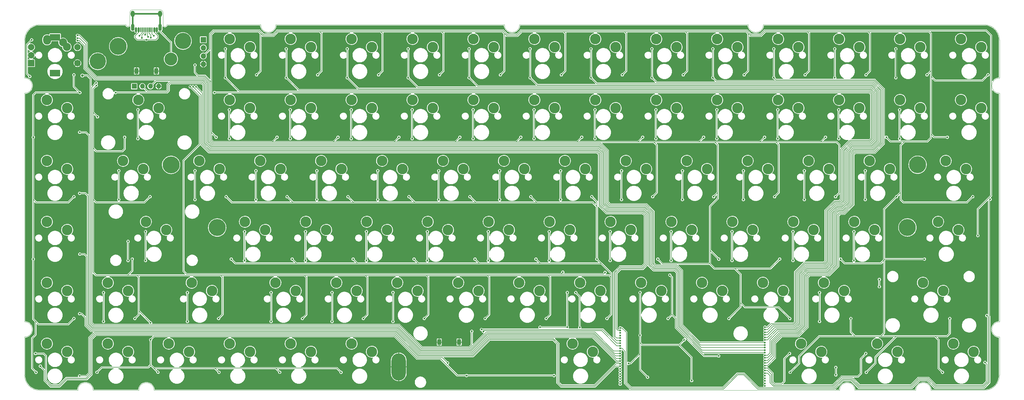
<source format=gbl>
%TF.GenerationSoftware,KiCad,Pcbnew,(6.0.2-0)*%
%TF.CreationDate,2022-04-22T07:40:38+07:00*%
%TF.ProjectId,kb-lone,6b622d6c-6f6e-4652-9e6b-696361645f70,rev?*%
%TF.SameCoordinates,Original*%
%TF.FileFunction,Copper,L2,Bot*%
%TF.FilePolarity,Positive*%
%FSLAX46Y46*%
G04 Gerber Fmt 4.6, Leading zero omitted, Abs format (unit mm)*
G04 Created by KiCad (PCBNEW (6.0.2-0)) date 2022-04-22 07:40:38*
%MOMM*%
%LPD*%
G01*
G04 APERTURE LIST*
G04 Aperture macros list*
%AMRoundRect*
0 Rectangle with rounded corners*
0 $1 Rounding radius*
0 $2 $3 $4 $5 $6 $7 $8 $9 X,Y pos of 4 corners*
0 Add a 4 corners polygon primitive as box body*
4,1,4,$2,$3,$4,$5,$6,$7,$8,$9,$2,$3,0*
0 Add four circle primitives for the rounded corners*
1,1,$1+$1,$2,$3*
1,1,$1+$1,$4,$5*
1,1,$1+$1,$6,$7*
1,1,$1+$1,$8,$9*
0 Add four rect primitives between the rounded corners*
20,1,$1+$1,$2,$3,$4,$5,0*
20,1,$1+$1,$4,$5,$6,$7,0*
20,1,$1+$1,$6,$7,$8,$9,0*
20,1,$1+$1,$8,$9,$2,$3,0*%
G04 Aperture macros list end*
%TA.AperFunction,Profile*%
%ADD10C,0.100000*%
%TD*%
%TA.AperFunction,WasherPad*%
%ADD11C,3.302000*%
%TD*%
%TA.AperFunction,SMDPad,CuDef*%
%ADD12R,1.200000X1.800000*%
%TD*%
%TA.AperFunction,ComponentPad*%
%ADD13C,0.400000*%
%TD*%
%TA.AperFunction,ComponentPad*%
%ADD14C,4.000000*%
%TD*%
%TA.AperFunction,ComponentPad*%
%ADD15C,5.300000*%
%TD*%
%TA.AperFunction,ComponentPad*%
%ADD16O,2.500000X3.000000*%
%TD*%
%TA.AperFunction,ComponentPad*%
%ADD17C,2.500000*%
%TD*%
%TA.AperFunction,ComponentPad*%
%ADD18R,1.524000X1.524000*%
%TD*%
%TA.AperFunction,ComponentPad*%
%ADD19O,1.524000X1.524000*%
%TD*%
%TA.AperFunction,ComponentPad*%
%ADD20O,4.500000X8.500000*%
%TD*%
%TA.AperFunction,ComponentPad*%
%ADD21R,1.700000X1.700000*%
%TD*%
%TA.AperFunction,ComponentPad*%
%ADD22O,1.700000X1.700000*%
%TD*%
%TA.AperFunction,ComponentPad*%
%ADD23C,5.080000*%
%TD*%
%TA.AperFunction,ComponentPad*%
%ADD24R,2.000000X2.000000*%
%TD*%
%TA.AperFunction,ComponentPad*%
%ADD25C,2.000000*%
%TD*%
%TA.AperFunction,ComponentPad*%
%ADD26R,3.200000X2.000000*%
%TD*%
%TA.AperFunction,SMDPad,CuDef*%
%ADD27RoundRect,0.150000X-0.150000X-0.575000X0.150000X-0.575000X0.150000X0.575000X-0.150000X0.575000X0*%
%TD*%
%TA.AperFunction,SMDPad,CuDef*%
%ADD28RoundRect,0.075000X-0.075000X-0.650000X0.075000X-0.650000X0.075000X0.650000X-0.075000X0.650000X0*%
%TD*%
%TA.AperFunction,ComponentPad*%
%ADD29O,1.100000X2.200000*%
%TD*%
%TA.AperFunction,ComponentPad*%
%ADD30O,1.300000X1.900000*%
%TD*%
%TA.AperFunction,ViaPad*%
%ADD31C,0.600000*%
%TD*%
%TA.AperFunction,ViaPad*%
%ADD32C,0.800000*%
%TD*%
%TA.AperFunction,Conductor*%
%ADD33C,0.200000*%
%TD*%
%TA.AperFunction,Conductor*%
%ADD34C,0.500000*%
%TD*%
%TA.AperFunction,Conductor*%
%ADD35C,0.250000*%
%TD*%
G04 APERTURE END LIST*
D10*
X311943750Y-169068750D02*
X330993750Y-169068750D01*
X92868750Y-169068750D02*
X307181250Y-169068750D01*
X126206250Y-54768750D02*
G75*
G03*
X130968750Y-54768750I2381250J0D01*
G01*
X95690000Y-54768842D02*
G75*
G03*
X96880626Y-54768796I595313J0D01*
G01*
X357187500Y-164306250D02*
X357187500Y-152400000D01*
X95692892Y-51087104D02*
X95690000Y-54768842D01*
X57150000Y-169068750D02*
X69056250Y-169068750D01*
X73818750Y-169068750D02*
X88106250Y-169068750D01*
X357187500Y-71437500D02*
G75*
G03*
X357187500Y-76200000I0J-2381250D01*
G01*
X335756250Y-169068750D02*
G75*
G03*
X330993750Y-169068750I-2381250J0D01*
G01*
X52387500Y-59531250D02*
X52387500Y-71437500D01*
X52387500Y-164306250D02*
G75*
G03*
X57150000Y-169068750I4762500J0D01*
G01*
X126206250Y-54768750D02*
X96880626Y-54768796D01*
X352425000Y-54768750D02*
X283368750Y-54768750D01*
X357187500Y-147637500D02*
X357187500Y-76200000D01*
X86287104Y-50087108D02*
X94692896Y-50087108D01*
X85287108Y-51087104D02*
X85287108Y-54768750D01*
X57150000Y-54768750D02*
G75*
G03*
X52387500Y-59531250I0J-4762500D01*
G01*
X202406250Y-54768750D02*
G75*
G03*
X207168750Y-54768750I2381250J0D01*
G01*
X278606250Y-54768750D02*
G75*
G03*
X283368750Y-54768750I2381250J0D01*
G01*
X352425000Y-169068750D02*
G75*
G03*
X357187500Y-164306250I0J4762500D01*
G01*
X95692892Y-51087104D02*
G75*
G03*
X94692896Y-50087108I-999996J0D01*
G01*
X84096482Y-54768796D02*
G75*
G03*
X85287108Y-54768750I595313J0D01*
G01*
X311943750Y-169068750D02*
G75*
G03*
X307181250Y-169068750I-2381250J0D01*
G01*
X84096482Y-54768796D02*
X57150000Y-54768750D01*
X335756250Y-169068750D02*
X352425000Y-169068750D01*
X357187500Y-59531250D02*
G75*
G03*
X352425000Y-54768750I-4762500J0D01*
G01*
X278606250Y-54768750D02*
X207168750Y-54768750D01*
X357187500Y-71437500D02*
X357187500Y-59531250D01*
X357187500Y-147637500D02*
G75*
G03*
X357187500Y-152400000I0J-2381250D01*
G01*
X73818750Y-169068750D02*
G75*
G03*
X69056250Y-169068750I-2381250J0D01*
G01*
X86287104Y-50087108D02*
G75*
G03*
X85287108Y-51087104I0J-999996D01*
G01*
X52387500Y-76200000D02*
X52387500Y-147637500D01*
X52387500Y-152400000D02*
G75*
G03*
X52387500Y-147637500I0J2381250D01*
G01*
X52387500Y-76200000D02*
G75*
G03*
X52387500Y-71437500I0J2381250D01*
G01*
X52387500Y-152400000D02*
X52387500Y-164306250D01*
X92868750Y-169068750D02*
G75*
G03*
X88106250Y-169068750I-2381250J0D01*
G01*
X202406250Y-54768750D02*
X130968750Y-54768750D01*
D11*
%TO.P,SW56,*%
%TO.N,*%
X140335000Y-116363750D03*
X146685000Y-118903750D03*
%TD*%
%TO.P,SW33,*%
%TO.N,*%
X303847500Y-99853750D03*
X297497500Y-97313750D03*
%TD*%
%TO.P,SW72,*%
%TO.N,*%
X84772500Y-137953750D03*
X78422500Y-135413750D03*
%TD*%
%TO.P,SW7,*%
%TO.N,*%
X249872500Y-59213750D03*
X256222500Y-61753750D03*
%TD*%
%TO.P,SW81,*%
%TO.N,*%
X103822500Y-157003750D03*
X97472500Y-154463750D03*
%TD*%
%TO.P,SW70,*%
%TO.N,*%
X137160000Y-137953750D03*
X130810000Y-135413750D03*
%TD*%
%TO.P,SW37,*%
%TO.N,*%
X221297500Y-97313750D03*
X227647500Y-99853750D03*
%TD*%
D12*
%TO.P,J2,MP,MountPin*%
%TO.N,GND*%
X93600000Y-69250000D03*
D13*
X87750000Y-69250000D03*
X94000000Y-69950000D03*
X87800000Y-69950000D03*
X87050000Y-69250000D03*
X93200000Y-69950000D03*
X87800000Y-68550000D03*
X94000000Y-68550000D03*
X93950000Y-69250000D03*
X93200000Y-68550000D03*
X87000000Y-68550000D03*
X93250000Y-69250000D03*
X87000000Y-69950000D03*
D12*
X87400000Y-69250000D03*
%TD*%
D11*
%TO.P,SW54,*%
%TO.N,*%
X184785000Y-118903750D03*
X178435000Y-116363750D03*
%TD*%
%TO.P,SW6,*%
%TO.N,*%
X275272500Y-61753750D03*
X268922500Y-59213750D03*
%TD*%
%TO.P,SW74,*%
%TO.N,*%
X349091250Y-157003750D03*
X342741250Y-154463750D03*
%TD*%
%TO.P,SW16,*%
%TO.N,*%
X351472500Y-80803750D03*
X345122500Y-78263750D03*
%TD*%
D14*
%TO.P,H9,1,1*%
%TO.N,GNDPWR*%
X98160000Y-65490000D03*
%TD*%
D11*
%TO.P,SW12,*%
%TO.N,*%
X160972500Y-61753750D03*
X154622500Y-59213750D03*
%TD*%
%TO.P,SW75,*%
%TO.N,*%
X318928750Y-154463750D03*
X325278750Y-157003750D03*
%TD*%
%TO.P,SW39,*%
%TO.N,*%
X189547500Y-99853750D03*
X183197500Y-97313750D03*
%TD*%
%TO.P,SW11,*%
%TO.N,*%
X180022500Y-61753750D03*
X173672500Y-59213750D03*
%TD*%
D15*
%TO.P,H1,1,1*%
%TO.N,Net-(FB1-Pad1)*%
X81650000Y-61510000D03*
%TD*%
D16*
%TO.P,SW15,1,1*%
%TO.N,C14*%
X59412500Y-59493750D03*
D17*
%TO.P,SW15,2,2*%
%TO.N,Net-(D16-Pad2)*%
X65612500Y-61693750D03*
X64412500Y-60293750D03*
%TD*%
D11*
%TO.P,SW27,*%
%TO.N,*%
X141922500Y-80803750D03*
X135572500Y-78263750D03*
%TD*%
%TO.P,SW82,*%
%TO.N,*%
X84772500Y-157003750D03*
X78422500Y-154463750D03*
%TD*%
%TO.P,SW8,*%
%TO.N,*%
X230822500Y-59213750D03*
X237172500Y-61753750D03*
%TD*%
%TO.P,SW71,*%
%TO.N,*%
X110966250Y-137953750D03*
X104616250Y-135413750D03*
%TD*%
%TO.P,SW83,*%
%TO.N,*%
X59372500Y-154463750D03*
X65722500Y-157003750D03*
%TD*%
%TO.P,SW41,*%
%TO.N,*%
X145097500Y-97313750D03*
X151447500Y-99853750D03*
%TD*%
%TO.P,SW9,*%
%TO.N,*%
X218122500Y-61753750D03*
X211772500Y-59213750D03*
%TD*%
%TO.P,SW69,*%
%TO.N,*%
X156210000Y-137953750D03*
X149860000Y-135413750D03*
%TD*%
D13*
%TO.P,J3,MP,MountPin*%
%TO.N,GND*%
X182440000Y-153290000D03*
D12*
X188240000Y-153990000D03*
D13*
X188640000Y-154690000D03*
X181640000Y-154690000D03*
X187890000Y-153990000D03*
X182440000Y-154690000D03*
X188590000Y-153990000D03*
X188640000Y-153290000D03*
X181640000Y-153290000D03*
X187840000Y-154690000D03*
D12*
X182040000Y-153990000D03*
D13*
X187840000Y-153290000D03*
X181690000Y-153990000D03*
X182390000Y-153990000D03*
%TD*%
D11*
%TO.P,SW18,*%
%TO.N,*%
X307022500Y-78263750D03*
X313372500Y-80803750D03*
%TD*%
%TO.P,SW24,*%
%TO.N,*%
X199072500Y-80803750D03*
X192722500Y-78263750D03*
%TD*%
%TO.P,SW44,*%
%TO.N,*%
X83185000Y-97313750D03*
X89535000Y-99853750D03*
%TD*%
%TO.P,SW31,*%
%TO.N,*%
X346710000Y-99853750D03*
X340360000Y-97313750D03*
%TD*%
%TO.P,SW78,*%
%TO.N,*%
X154622500Y-154463750D03*
X160972500Y-157003750D03*
%TD*%
%TO.P,SW26,*%
%TO.N,*%
X160972500Y-80803750D03*
X154622500Y-78263750D03*
%TD*%
%TO.P,SW46,*%
%TO.N,*%
X337978750Y-116363750D03*
X344328750Y-118903750D03*
%TD*%
%TO.P,SW50,*%
%TO.N,*%
X254635000Y-116363750D03*
X260985000Y-118903750D03*
%TD*%
%TO.P,SW5,*%
%TO.N,*%
X287972500Y-59213750D03*
X294322500Y-61753750D03*
%TD*%
%TO.P,SW48,*%
%TO.N,*%
X292735000Y-116363750D03*
X299085000Y-118903750D03*
%TD*%
%TO.P,SW64,*%
%TO.N,*%
X251460000Y-137953750D03*
X245110000Y-135413750D03*
%TD*%
%TO.P,SW55,*%
%TO.N,*%
X165735000Y-118903750D03*
X159385000Y-116363750D03*
%TD*%
%TO.P,SW51,*%
%TO.N,*%
X235585000Y-116363750D03*
X241935000Y-118903750D03*
%TD*%
%TO.P,SW3,*%
%TO.N,*%
X332422500Y-61753750D03*
X326072500Y-59213750D03*
%TD*%
D18*
%TO.P,X1,1,Pin_1*%
%TO.N,5V*%
X86680000Y-74010000D03*
D19*
%TO.P,X1,2,Pin_2*%
%TO.N,D-*%
X89220000Y-74010000D03*
%TO.P,X1,3,Pin_3*%
%TO.N,D+*%
X91760000Y-74010000D03*
%TO.P,X1,4,Pin_4*%
%TO.N,GND*%
X94300000Y-74010000D03*
%TD*%
D11*
%TO.P,SW59,*%
%TO.N,*%
X59372500Y-116363750D03*
X65722500Y-118903750D03*
%TD*%
%TO.P,SW17,*%
%TO.N,*%
X326072500Y-78263750D03*
X332422500Y-80803750D03*
%TD*%
%TO.P,SW67,*%
%TO.N,*%
X187960000Y-135413750D03*
X194310000Y-137953750D03*
%TD*%
%TO.P,SW40,*%
%TO.N,*%
X170497500Y-99853750D03*
X164147500Y-97313750D03*
%TD*%
%TO.P,SW43,*%
%TO.N,*%
X106997500Y-97313750D03*
X113347500Y-99853750D03*
%TD*%
%TO.P,SW60,*%
%TO.N,*%
X339566250Y-137953750D03*
X333216250Y-135413750D03*
%TD*%
%TO.P,SW35,*%
%TO.N,*%
X265747500Y-99853750D03*
X259397500Y-97313750D03*
%TD*%
%TO.P,SW25,*%
%TO.N,*%
X180022500Y-80803750D03*
X173672500Y-78263750D03*
%TD*%
%TO.P,SW49,*%
%TO.N,*%
X273685000Y-116363750D03*
X280035000Y-118903750D03*
%TD*%
%TO.P,SW2,*%
%TO.N,*%
X345122500Y-59213750D03*
X351472500Y-61753750D03*
%TD*%
%TO.P,SW21,*%
%TO.N,*%
X256222500Y-80803750D03*
X249872500Y-78263750D03*
%TD*%
%TO.P,SW73,*%
%TO.N,*%
X65722500Y-137953750D03*
X59372500Y-135413750D03*
%TD*%
%TO.P,SW47,*%
%TO.N,*%
X311785000Y-116363750D03*
X318135000Y-118903750D03*
%TD*%
%TO.P,SW14,*%
%TO.N,*%
X116522500Y-59213750D03*
X122872500Y-61753750D03*
%TD*%
%TO.P,SW36,*%
%TO.N,*%
X240347500Y-97313750D03*
X246697500Y-99853750D03*
%TD*%
%TO.P,SW65,*%
%TO.N,*%
X226060000Y-135413750D03*
X232410000Y-137953750D03*
%TD*%
%TO.P,SW61,*%
%TO.N,*%
X302260000Y-135413750D03*
X308610000Y-137953750D03*
%TD*%
%TO.P,SW30,*%
%TO.N,*%
X65722500Y-80803750D03*
X59372500Y-78263750D03*
%TD*%
%TO.P,SW57,*%
%TO.N,*%
X127635000Y-118903750D03*
X121285000Y-116363750D03*
%TD*%
%TO.P,SW22,*%
%TO.N,*%
X237172500Y-80803750D03*
X230822500Y-78263750D03*
%TD*%
%TO.P,SW34,*%
%TO.N,*%
X278447500Y-97313750D03*
X284797500Y-99853750D03*
%TD*%
%TO.P,SW52,*%
%TO.N,*%
X222885000Y-118903750D03*
X216535000Y-116363750D03*
%TD*%
%TO.P,SW63,*%
%TO.N,*%
X270510000Y-137953750D03*
X264160000Y-135413750D03*
%TD*%
%TO.P,SW45,*%
%TO.N,*%
X65722500Y-99853750D03*
X59372500Y-97313750D03*
%TD*%
%TO.P,SW20,*%
%TO.N,*%
X275272500Y-80803750D03*
X268922500Y-78263750D03*
%TD*%
%TO.P,SW4,*%
%TO.N,*%
X313372500Y-61753750D03*
X307022500Y-59213750D03*
%TD*%
%TO.P,SW42,*%
%TO.N,*%
X132397500Y-99853750D03*
X126047500Y-97313750D03*
%TD*%
%TO.P,SW76,*%
%TO.N,*%
X301466250Y-157003750D03*
X295116250Y-154463750D03*
%TD*%
%TO.P,SW38,*%
%TO.N,*%
X208597500Y-99853750D03*
X202247500Y-97313750D03*
%TD*%
%TO.P,SW58,*%
%TO.N,*%
X90328750Y-116363750D03*
X96678750Y-118903750D03*
%TD*%
%TO.P,SW32,*%
%TO.N,*%
X322897500Y-99853750D03*
X316547500Y-97313750D03*
%TD*%
%TO.P,SW29,*%
%TO.N,*%
X94297500Y-80803750D03*
X87947500Y-78263750D03*
%TD*%
%TO.P,SW68,*%
%TO.N,*%
X168910000Y-135413750D03*
X175260000Y-137953750D03*
%TD*%
%TO.P,SW53,*%
%TO.N,*%
X197485000Y-116363750D03*
X203835000Y-118903750D03*
%TD*%
%TO.P,SW79,*%
%TO.N,*%
X141922500Y-157003750D03*
X135572500Y-154463750D03*
%TD*%
%TO.P,SW10,*%
%TO.N,*%
X192722500Y-59213750D03*
X199072500Y-61753750D03*
%TD*%
%TO.P,SW80,*%
%TO.N,*%
X116522500Y-154463750D03*
X122872500Y-157003750D03*
%TD*%
%TO.P,SW13,*%
%TO.N,*%
X135572500Y-59213750D03*
X141922500Y-61753750D03*
%TD*%
%TO.P,SW62,*%
%TO.N,*%
X289560000Y-137953750D03*
X283210000Y-135413750D03*
%TD*%
%TO.P,SW77,*%
%TO.N,*%
X230028750Y-157003750D03*
X223678750Y-154463750D03*
%TD*%
%TO.P,SW28,*%
%TO.N,*%
X122872500Y-80803750D03*
X116522500Y-78263750D03*
%TD*%
D20*
%TO.P,M1,1,1*%
%TO.N,GND*%
X169370000Y-161730000D03*
%TD*%
D11*
%TO.P,SW23,*%
%TO.N,*%
X218122500Y-80803750D03*
X211772500Y-78263750D03*
%TD*%
%TO.P,SW66,*%
%TO.N,*%
X207010000Y-135413750D03*
X213360000Y-137953750D03*
%TD*%
%TO.P,SW19,*%
%TO.N,*%
X294322500Y-80803750D03*
X287972500Y-78263750D03*
%TD*%
D15*
%TO.P,H2,1*%
%TO.N,N/C*%
X331580000Y-98540000D03*
%TD*%
%TO.P,H5,1*%
%TO.N,N/C*%
X112610000Y-118170000D03*
%TD*%
D21*
%TO.P,J4,1,SDA*%
%TO.N,I2C_DAT*%
X108280000Y-59469000D03*
D22*
%TO.P,J4,2,SCL*%
%TO.N,I2C_CLK*%
X108280000Y-62009000D03*
%TO.P,J4,3,VCC*%
%TO.N,3V3*%
X108280000Y-64549000D03*
%TO.P,J4,4,GND*%
%TO.N,GND*%
X108280000Y-67089000D03*
D23*
%TO.P,J4,5,MNT*%
%TO.N,unconnected-(J4-Pad5)*%
X101930000Y-59850000D03*
%TO.P,J4,6,MNT*%
%TO.N,unconnected-(J4-Pad6)*%
X75260000Y-66200000D03*
%TD*%
D24*
%TO.P,SW84,A,A*%
%TO.N,ENC_A*%
X54425000Y-66793750D03*
D25*
%TO.P,SW84,B,B*%
%TO.N,ENC_B*%
X54425000Y-61793750D03*
%TO.P,SW84,C,C*%
%TO.N,GND*%
X54425000Y-64293750D03*
D26*
%TO.P,SW84,MP*%
%TO.N,N/C*%
X61925000Y-58693750D03*
X61925000Y-69893750D03*
D25*
%TO.P,SW84,S1,S1*%
%TO.N,ENC_SW*%
X68925000Y-61793750D03*
%TO.P,SW84,S2,S2*%
%TO.N,GND*%
X68925000Y-66793750D03*
%TD*%
D15*
%TO.P,H4,1*%
%TO.N,N/C*%
X98200000Y-98590000D03*
%TD*%
D27*
%TO.P,J1,A1,GND*%
%TO.N,GND*%
X87240000Y-56337500D03*
%TO.P,J1,A4,VBUS*%
%TO.N,VBUS*%
X88040000Y-56337500D03*
D28*
%TO.P,J1,A5,CC1*%
%TO.N,Net-(J1-PadA5)*%
X89240000Y-56337500D03*
%TO.P,J1,A6,D+*%
%TO.N,DBUS+*%
X90236000Y-56337500D03*
%TO.P,J1,A7,D-*%
%TO.N,DBUS-*%
X90740000Y-56337500D03*
%TO.P,J1,A8,SBU1*%
%TO.N,unconnected-(J1-PadA8)*%
X91740000Y-56337500D03*
D27*
%TO.P,J1,B1,GND*%
%TO.N,GND*%
X93740000Y-56337500D03*
%TO.P,J1,B4,VBUS*%
%TO.N,VBUS*%
X92940000Y-56337500D03*
D28*
%TO.P,J1,B5,CC2*%
%TO.N,Net-(J1-PadB5)*%
X92240000Y-56337500D03*
%TO.P,J1,B6,D+*%
%TO.N,DBUS+*%
X91240000Y-56337500D03*
%TO.P,J1,B7,D-*%
%TO.N,DBUS-*%
X89740000Y-56337500D03*
%TO.P,J1,B8,SBU2*%
%TO.N,unconnected-(J1-PadB8)*%
X88740000Y-56337500D03*
D29*
%TO.P,J1,S,SHIELD*%
%TO.N,GNDPWR*%
X94790000Y-55562500D03*
D30*
X86190000Y-51362500D03*
D29*
X86190000Y-55562500D03*
D30*
X94790000Y-51362500D03*
%TD*%
D15*
%TO.P,H3,1*%
%TO.N,N/C*%
X328390000Y-118150000D03*
%TD*%
D31*
%TO.N,NRST*%
X238600000Y-155936024D03*
X354280000Y-109350000D03*
%TO.N,GND*%
X172680000Y-90390000D03*
X267930000Y-90390000D03*
X59260000Y-71580000D03*
X312210000Y-86349500D03*
X114430000Y-70170000D03*
X156940000Y-146620000D03*
X137830000Y-146620000D03*
X209300000Y-108530000D03*
X139340000Y-128490000D03*
X142610000Y-70430000D03*
X183620000Y-124449500D03*
X286980000Y-90390000D03*
X95520000Y-124449500D03*
X306030000Y-90390000D03*
X229830000Y-90390000D03*
X243320000Y-146370000D03*
X247390000Y-108530000D03*
X259060000Y-154830000D03*
X180700000Y-70430000D03*
X190200000Y-108530000D03*
X215540000Y-128490000D03*
X123590000Y-70430000D03*
X221720000Y-124439500D03*
X259820000Y-124449500D03*
X114450000Y-163430000D03*
X178860000Y-86349500D03*
X273150000Y-134040000D03*
X171200000Y-108530000D03*
X199750000Y-70430000D03*
X145520000Y-124449500D03*
X111710000Y-146620000D03*
X331260000Y-86349500D03*
X352160000Y-70430000D03*
X78310000Y-147540000D03*
X266470000Y-108530000D03*
X314010000Y-70430000D03*
X340660000Y-163430000D03*
X164570000Y-124449500D03*
X202670000Y-124449500D03*
X196490000Y-128490000D03*
X265500000Y-159260000D03*
X158390000Y-128490000D03*
X93140000Y-86339500D03*
X115530000Y-90390000D03*
X344130000Y-90390000D03*
X140760000Y-86349500D03*
X271250000Y-146620000D03*
X113990000Y-108530000D03*
X285500000Y-108530000D03*
X255060000Y-86349500D03*
X120290000Y-128490000D03*
X310790000Y-128490000D03*
X161620000Y-70430000D03*
X275950000Y-70430000D03*
X66430000Y-108530000D03*
X152150000Y-108530000D03*
X126470000Y-124449500D03*
X336990000Y-128490000D03*
X133090000Y-108530000D03*
X340300000Y-146620000D03*
X228360000Y-108530000D03*
X153630000Y-90390000D03*
X325080000Y-90390000D03*
X256900000Y-70430000D03*
X90280000Y-108530000D03*
X133480000Y-163430000D03*
X66460000Y-70430000D03*
X57290000Y-163430000D03*
X278870000Y-124449500D03*
X243890000Y-164960000D03*
X175950000Y-146620000D03*
X86960000Y-90390000D03*
X177440000Y-128490000D03*
X134580000Y-90390000D03*
X272690000Y-128490000D03*
X197910000Y-86349500D03*
X236010000Y-86349500D03*
X216960000Y-86349500D03*
X58380000Y-90390000D03*
X234590000Y-128490000D03*
X202140000Y-109440000D03*
X293160000Y-86349500D03*
X294970000Y-70430000D03*
X221590000Y-163430000D03*
X240770000Y-124449500D03*
X152680000Y-163430000D03*
X247270000Y-152340000D03*
X248880000Y-90390000D03*
X333130000Y-70430000D03*
X58380000Y-128490000D03*
X218800000Y-70430000D03*
X214090000Y-146620000D03*
X297910000Y-124449500D03*
X274100000Y-86349500D03*
X291740000Y-128490000D03*
X228870000Y-162549500D03*
X89340000Y-128490000D03*
X210780000Y-90390000D03*
X323580000Y-108530000D03*
X66440000Y-146620000D03*
X121710000Y-86349500D03*
X355980000Y-157260000D03*
X304570000Y-108530000D03*
X253640000Y-128490000D03*
X85470000Y-146620000D03*
X309310000Y-146620000D03*
X233100000Y-146620000D03*
X242340000Y-151380000D03*
X76350000Y-163430000D03*
X252140000Y-146620000D03*
X290260000Y-146620000D03*
X195030000Y-146620000D03*
X293040000Y-163430000D03*
X316830000Y-163430000D03*
X237840000Y-70430000D03*
X347390000Y-108530000D03*
X191730000Y-90390000D03*
X159810000Y-86349500D03*
X95410000Y-163430000D03*
%TO.N,BOOT0*%
X353200000Y-145690000D03*
X238600000Y-149540000D03*
%TO.N,3V3*%
X244820000Y-151860000D03*
X233880000Y-132210000D03*
X241190000Y-160660000D03*
X244820000Y-138500000D03*
X222060000Y-149330000D03*
X104190000Y-74150000D03*
X260940000Y-166030000D03*
X247150000Y-164960000D03*
X220670000Y-132120000D03*
X258590000Y-153330000D03*
X222060000Y-138500000D03*
X350420000Y-120690000D03*
X213550000Y-149330000D03*
%TO.N,5V*%
X112260000Y-89940000D03*
X210670000Y-108530000D03*
X144010000Y-70430000D03*
X258300000Y-70430000D03*
X201140000Y-70430000D03*
X315440000Y-70430000D03*
X212270000Y-128040000D03*
X264660000Y-89940000D03*
X67810000Y-70430000D03*
X229730000Y-108530000D03*
X91820000Y-147969028D03*
X250370000Y-128040000D03*
X302760000Y-89940000D03*
X55960000Y-163430000D03*
X291640000Y-146620000D03*
X91630000Y-108530000D03*
X334510000Y-70430000D03*
X215450000Y-146620000D03*
X341640000Y-146620000D03*
X315530000Y-163430000D03*
X91820000Y-153250000D03*
X105670000Y-67370000D03*
X158300000Y-146620000D03*
X321810000Y-89940000D03*
X353590000Y-70430000D03*
X234470000Y-146620000D03*
X75200000Y-83570000D03*
X172580000Y-108530000D03*
X307520000Y-128040000D03*
X150360000Y-89940000D03*
X83690000Y-89940000D03*
X94090000Y-163410000D03*
X55110000Y-128040000D03*
X174170000Y-128040000D03*
X283710000Y-89940000D03*
X124930000Y-70430000D03*
X305920000Y-108530000D03*
X86850000Y-146620000D03*
X67810000Y-146620000D03*
X340860000Y-89940000D03*
X267830000Y-108530000D03*
X151340000Y-163440000D03*
X245610000Y-89940000D03*
X55110000Y-89940000D03*
X139250000Y-146620000D03*
X74819673Y-73778149D03*
X339340000Y-163430000D03*
X272590000Y-146620000D03*
X188460000Y-89940000D03*
X333720000Y-128040000D03*
X86070000Y-128040000D03*
X269420000Y-128040000D03*
X220200000Y-70430000D03*
X348810000Y-108530000D03*
X115430000Y-108530000D03*
X131310000Y-89940000D03*
X136070000Y-128040000D03*
X113170000Y-163430000D03*
X182100000Y-70430000D03*
X153510000Y-108530000D03*
X269400000Y-158310000D03*
X193220000Y-128040000D03*
X190590000Y-164460000D03*
X296400000Y-70430000D03*
X75040000Y-163420000D03*
X239260000Y-70430000D03*
X253550000Y-146620000D03*
X69680000Y-75990000D03*
X324990000Y-108530000D03*
X67820000Y-108530000D03*
X163060000Y-70430000D03*
X113040000Y-146620000D03*
X117020000Y-128040000D03*
X286880000Y-108530000D03*
X310700000Y-146620000D03*
X288470000Y-128040000D03*
X291730000Y-163420000D03*
X177350000Y-146620000D03*
X169410000Y-89940000D03*
X217930000Y-164460000D03*
X248770000Y-108530000D03*
X196390000Y-146620000D03*
X254130000Y-133050000D03*
X191630000Y-108530000D03*
X277350000Y-70430000D03*
X231320000Y-128040000D03*
X207510000Y-89940000D03*
X132160000Y-163420000D03*
X155120000Y-128040000D03*
X134490000Y-108530000D03*
X226560000Y-89940000D03*
%TO.N,OSC1*%
X238600000Y-154337018D03*
X195210000Y-150040000D03*
%TO.N,OSC2*%
X195809500Y-150642072D03*
X238600000Y-155136521D03*
D32*
%TO.N,R0*%
X70460000Y-70660000D03*
D31*
X238600000Y-156735527D03*
%TO.N,R1*%
X238600000Y-157535030D03*
X69620000Y-88390000D03*
%TO.N,R2*%
X69610000Y-107490000D03*
X238600000Y-158334533D03*
%TO.N,R3*%
X238600000Y-159134036D03*
X69650000Y-126480000D03*
%TO.N,R4*%
X238600000Y-159933539D03*
X69580000Y-145110000D03*
%TO.N,R5*%
X238600000Y-160733042D03*
X306020000Y-164240000D03*
X306020000Y-161920000D03*
X69580000Y-164580000D03*
%TO.N,RGB_OUT*%
X57300000Y-161500000D03*
X184640000Y-160510000D03*
%TO.N,VBUS*%
X90490000Y-59450000D03*
X74790000Y-72960000D03*
X192200000Y-150610000D03*
%TO.N,Net-(J1-PadA5)*%
X88280000Y-58190000D03*
%TO.N,DBUS+*%
X90100000Y-57920000D03*
X91900000Y-58840000D03*
%TO.N,DBUS-*%
X89090000Y-58860000D03*
X91010000Y-58520000D03*
%TO.N,Net-(J1-PadB5)*%
X92770000Y-58240000D03*
%TO.N,D-*%
X283850000Y-157306465D03*
%TO.N,D+*%
X283850000Y-156506962D03*
%TO.N,I2C_DAT*%
X105980000Y-74150000D03*
X238600000Y-152738012D03*
%TO.N,I2C_CLK*%
X105040000Y-74150000D03*
X238600000Y-153537515D03*
%TO.N,C0*%
X352650000Y-160360000D03*
X283850001Y-163702488D03*
%TO.N,C1*%
X319620000Y-136670000D03*
X325960000Y-90390000D03*
X324760000Y-62310000D03*
X319630000Y-134400000D03*
X325960000Y-81360000D03*
X324760000Y-71340000D03*
X315210000Y-109440000D03*
X315370000Y-157540000D03*
X315210000Y-100400000D03*
X283850000Y-162902986D03*
X311670000Y-119460000D03*
X311670000Y-128500000D03*
%TO.N,C2*%
X306910000Y-81360000D03*
X283850000Y-162103483D03*
X296160000Y-109450000D03*
X300930000Y-147540000D03*
X300930000Y-138500000D03*
X296160000Y-100400000D03*
X292620000Y-128490000D03*
X306910000Y-90400000D03*
X305680000Y-71340000D03*
X305680000Y-62310000D03*
X291560000Y-157540000D03*
X292620000Y-119440000D03*
%TO.N,C3*%
X287860000Y-81360000D03*
X277110000Y-109440000D03*
X283850000Y-161303980D03*
X273570000Y-119450000D03*
X287860000Y-90390000D03*
X273570000Y-128490000D03*
X286630000Y-71330000D03*
X277110000Y-100400000D03*
X286630000Y-62300000D03*
%TO.N,C4*%
X267580000Y-71340000D03*
X283850000Y-160504477D03*
X258060000Y-100400000D03*
X268810000Y-90400000D03*
X267580000Y-62310000D03*
X268810000Y-81350000D03*
X254520000Y-119450000D03*
X258060000Y-109430000D03*
X254520000Y-128490000D03*
%TO.N,C5*%
X248530000Y-62310000D03*
X249760000Y-81350000D03*
X235470000Y-119450000D03*
X283850000Y-159704974D03*
X249760000Y-90400000D03*
X239010000Y-109440000D03*
X248540000Y-71340000D03*
X239010000Y-100410000D03*
X235470000Y-128490000D03*
%TO.N,C6*%
X229490000Y-71340000D03*
X230710000Y-81350000D03*
X230710000Y-90390000D03*
X219960000Y-100400000D03*
X219960000Y-109440000D03*
X229490000Y-62320000D03*
X216420000Y-119450000D03*
X224720000Y-138500000D03*
X283850000Y-158905471D03*
X216420000Y-128490000D03*
X225950000Y-149443061D03*
%TO.N,C7*%
X200910000Y-109440000D03*
X211660000Y-90390000D03*
X211660000Y-81350000D03*
X210440000Y-71340000D03*
X197370000Y-119450000D03*
X283850000Y-158105968D03*
X200910000Y-100400000D03*
X197370000Y-128490000D03*
X210440000Y-62300000D03*
%TO.N,C8*%
X192610000Y-81360000D03*
X178320000Y-128490000D03*
X191380000Y-62300000D03*
X181870000Y-109440000D03*
X191375000Y-71335000D03*
X181870000Y-100420000D03*
X192610000Y-90390000D03*
X178320000Y-119460000D03*
X283850000Y-153308950D03*
%TO.N,C9*%
X159270000Y-119450000D03*
X159270000Y-128490000D03*
X162820000Y-109440000D03*
X173560000Y-90390000D03*
X173560000Y-81350000D03*
X167570000Y-147540000D03*
X283850000Y-152509447D03*
X162820000Y-100400000D03*
X167570000Y-138480000D03*
X172330000Y-62300000D03*
X172330000Y-71340000D03*
%TO.N,C10*%
X148530000Y-138500000D03*
X154510000Y-81350000D03*
X143760000Y-109440000D03*
X154510000Y-90390000D03*
X283850000Y-151709944D03*
X140220000Y-128490000D03*
X143760000Y-100410000D03*
X153280000Y-71340000D03*
X153280000Y-62300000D03*
X140220000Y-119450000D03*
X148530000Y-147540000D03*
%TO.N,C11*%
X283850000Y-150910441D03*
X121170000Y-119460000D03*
X135460000Y-81360000D03*
X135460000Y-90390000D03*
X129470000Y-147540000D03*
X129470000Y-138500000D03*
X124710000Y-100410000D03*
X124710000Y-109440000D03*
X121170000Y-128490000D03*
X134230000Y-71340000D03*
X134200000Y-62310000D03*
%TO.N,C12*%
X115190000Y-62310000D03*
X105660000Y-109440000D03*
X283850000Y-150110938D03*
X116410000Y-90390000D03*
X90220000Y-128490000D03*
X103290000Y-147540000D03*
X115190000Y-71340000D03*
X116410000Y-81350000D03*
X103290000Y-138500000D03*
X105660000Y-100390000D03*
X90220000Y-119450000D03*
%TO.N,C14*%
X54030000Y-70950000D03*
X55810000Y-157550000D03*
X238600000Y-161532545D03*
X54603750Y-59493750D03*
%TO.N,C13*%
X81850000Y-109440000D03*
X84740000Y-128500000D03*
X77080000Y-138500000D03*
X87840000Y-90390000D03*
X77080000Y-147540000D03*
X283850000Y-149311435D03*
X84740000Y-122510000D03*
X81850000Y-100410000D03*
X87840000Y-81350000D03*
X111770000Y-75990000D03*
%TO.N,ENC_SW*%
X68930000Y-59769423D03*
X283850000Y-155707459D03*
%TO.N,ENC_B*%
X283850000Y-154907956D03*
X68930000Y-58950000D03*
%TO.N,ENC_A*%
X283850000Y-154108453D03*
X68930000Y-58090000D03*
%TO.N,E_PC13*%
X238600000Y-151938509D03*
%TO.N,E_PA4*%
X238600000Y-162332048D03*
%TO.N,E_PA5*%
X238600000Y-163931054D03*
%TO.N,E_PA6*%
X238600000Y-164730557D03*
%TO.N,E_PA7*%
X238600000Y-165530060D03*
%TO.N,E_PC4*%
X238600000Y-166329563D03*
%TO.N,E_PC5*%
X238600000Y-167129066D03*
%TO.N,E_PB0*%
X283850000Y-167700000D03*
%TO.N,E_PA3*%
X238600000Y-163131551D03*
%TO.N,E_PB13*%
X283850000Y-164501990D03*
%TO.N,RGB_3V3*%
X238600000Y-150339503D03*
X80830000Y-75990000D03*
%TO.N,E_PB12*%
X283850000Y-165301492D03*
%TO.N,E_PB9*%
X238600000Y-151139006D03*
%TO.N,E_PB1*%
X283850000Y-166900497D03*
%TO.N,E_PB10*%
X283850000Y-166100994D03*
%TD*%
D33*
%TO.N,NRST*%
X352376920Y-168293080D02*
X354040000Y-166630000D01*
X238600000Y-155936024D02*
X239156024Y-155936024D01*
X354040000Y-145964994D02*
X353880000Y-145804994D01*
X305530969Y-168699031D02*
X308290000Y-165940000D01*
X354040000Y-166630000D02*
X354040000Y-145964994D01*
X310800000Y-165940000D02*
X313153079Y-168293079D01*
X275315225Y-164255709D02*
X277198276Y-164255710D01*
X329786921Y-168293079D02*
X332110000Y-165970000D01*
X241900000Y-168690000D02*
X270870000Y-168690000D01*
X274359533Y-165200467D02*
X274370467Y-165200467D01*
X334640000Y-165970000D02*
X336963080Y-168293080D01*
X240120000Y-156900000D02*
X240120000Y-166910000D01*
X277198276Y-164255710D02*
X281641597Y-168699031D01*
X353880000Y-109750000D02*
X354280000Y-109350000D01*
X239156024Y-155936024D02*
X240120000Y-156900000D01*
X308290000Y-165940000D02*
X310800000Y-165940000D01*
X353880000Y-145804994D02*
X353880000Y-109750000D01*
X274370467Y-165200467D02*
X275315225Y-164255709D01*
X281641597Y-168699031D02*
X305530969Y-168699031D01*
X313153079Y-168293079D02*
X329786921Y-168293079D01*
X270870000Y-168690000D02*
X274359533Y-165200467D01*
X336963080Y-168293080D02*
X352376920Y-168293080D01*
X240120000Y-166910000D02*
X241900000Y-168690000D01*
X332110000Y-165970000D02*
X334640000Y-165970000D01*
%TO.N,BOOT0*%
X275138804Y-163856190D02*
X277363763Y-163856191D01*
X329621434Y-167893560D02*
X331944514Y-165570480D01*
X331944514Y-165570480D02*
X334805487Y-165570481D01*
X277363763Y-163856191D02*
X281807083Y-168299511D01*
X238600000Y-149540000D02*
X239150000Y-149540000D01*
X240519520Y-166744514D02*
X242065486Y-168290480D01*
X305365483Y-168299511D02*
X308124514Y-165540480D01*
X353640480Y-146130480D02*
X353200000Y-145690000D01*
X240519520Y-150909520D02*
X240519520Y-166744514D01*
X337128566Y-167893560D02*
X352211434Y-167893560D01*
X270704514Y-168290480D02*
X275138804Y-163856190D01*
X242065486Y-168290480D02*
X270704514Y-168290480D01*
X313318566Y-167893560D02*
X329621434Y-167893560D01*
X352211434Y-167893560D02*
X353640480Y-166464514D01*
X308124514Y-165540480D02*
X310965487Y-165540481D01*
X239150000Y-149540000D02*
X240519520Y-150909520D01*
X353640480Y-166464514D02*
X353640480Y-146130480D01*
X310965487Y-165540481D02*
X313318566Y-167893560D01*
X281807083Y-168299511D02*
X305365483Y-168299511D01*
X334805487Y-165570481D02*
X337128566Y-167893560D01*
%TO.N,3V3*%
X279535486Y-57880480D02*
X278196195Y-56541189D01*
X203335486Y-57880480D02*
X201996195Y-56541189D01*
X257030000Y-154890000D02*
X260940000Y-158800000D01*
X201665222Y-56541190D02*
X131373805Y-56541189D01*
X103031189Y-132741189D02*
X220048811Y-132741189D01*
X260940000Y-158800000D02*
X260940000Y-166030000D01*
X222060000Y-149330000D02*
X213550000Y-149330000D01*
X110346640Y-57658354D02*
X110346640Y-62482360D01*
X282414514Y-57880480D02*
X279535486Y-57880480D01*
X244820000Y-157650000D02*
X244820000Y-154140000D01*
X125796195Y-56541189D02*
X111463804Y-56541190D01*
X206244514Y-57880480D02*
X203335486Y-57880480D01*
X222060000Y-149330000D02*
X222060000Y-138500000D01*
X354590000Y-108192162D02*
X354590000Y-58170000D01*
X220048811Y-132741189D02*
X220670000Y-132120000D01*
X245570000Y-154890000D02*
X244820000Y-154140000D01*
X107150480Y-77110480D02*
X107150480Y-92149520D01*
X244820000Y-162630000D02*
X247150000Y-164960000D01*
X111463804Y-56541190D02*
X110346640Y-57658354D01*
X354590000Y-58170000D02*
X352961189Y-56541189D01*
X131373805Y-56541189D02*
X130034514Y-57880480D01*
X352961189Y-56541189D02*
X283753805Y-56541189D01*
X244820000Y-138500000D02*
X244820000Y-151860000D01*
X278196195Y-56541189D02*
X277865222Y-56541190D01*
X102063810Y-131773810D02*
X103031189Y-132741189D01*
X244820000Y-157650000D02*
X244820000Y-162630000D01*
X350420000Y-112362162D02*
X354590000Y-108192162D01*
X104190000Y-74150000D02*
X107150480Y-77110480D01*
X102063810Y-97236190D02*
X102063810Y-131773810D01*
X350420000Y-120690000D02*
X350420000Y-112362162D01*
X207583805Y-56541189D02*
X206244514Y-57880480D01*
X241190000Y-160660000D02*
X241810000Y-160660000D01*
X241810000Y-160660000D02*
X244820000Y-157650000D01*
X107150480Y-92149520D02*
X102063810Y-97236190D01*
X127135486Y-57880480D02*
X125796195Y-56541189D01*
X110346640Y-62482360D02*
X108280000Y-64549000D01*
X283753805Y-56541189D02*
X282414514Y-57880480D01*
X233880000Y-132210000D02*
X233348811Y-132741189D01*
X257030000Y-154890000D02*
X245570000Y-154890000D01*
X233348811Y-132741189D02*
X220048811Y-132741189D01*
X130034514Y-57880480D02*
X127135486Y-57880480D01*
X277865222Y-56541190D02*
X207583805Y-56541189D01*
X201996195Y-56541189D02*
X201665222Y-56541190D01*
X244820000Y-151860000D02*
X244820000Y-154140000D01*
X258590000Y-153330000D02*
X257030000Y-154890000D01*
%TO.N,5V*%
X307520000Y-128040000D02*
X308874040Y-129394040D01*
X310700000Y-150841418D02*
X312049291Y-152190709D01*
X188460000Y-89940000D02*
X186956151Y-91443849D01*
X232674041Y-129394041D02*
X213624041Y-129394041D01*
X255971440Y-149456470D02*
X255971440Y-146521440D01*
X244106151Y-91443849D02*
X249123849Y-91443849D01*
X324990000Y-108530000D02*
X321075310Y-112444690D01*
X55110000Y-128040000D02*
X55110000Y-109380000D01*
X76572829Y-161887171D02*
X91072829Y-161887171D01*
X134490000Y-108530000D02*
X136304041Y-110344041D01*
X73809520Y-132159520D02*
X73809520Y-109339520D01*
X193220000Y-128040000D02*
X194574041Y-129394041D01*
X283710000Y-89940000D02*
X282206151Y-91443849D01*
X55110000Y-109380000D02*
X55110000Y-89940000D01*
X333720000Y-128040000D02*
X321390000Y-128040000D01*
X55810000Y-151720000D02*
X55810000Y-147500000D01*
X54750000Y-162220000D02*
X54750000Y-152780000D01*
X297080709Y-56940709D02*
X316130709Y-56940709D01*
X244106151Y-91443849D02*
X225056151Y-91443849D01*
X92825479Y-162145479D02*
X92173260Y-161493260D01*
X263156151Y-91443849D02*
X264660000Y-89940000D01*
X145270000Y-57530000D02*
X144680709Y-56940709D01*
X282206151Y-91443849D02*
X268186151Y-91443849D01*
X118374041Y-129394041D02*
X137424041Y-129394041D01*
X216710000Y-145360000D02*
X216710000Y-133730000D01*
X110746161Y-72656125D02*
X110746160Y-57823840D01*
X88120000Y-133730000D02*
X87530710Y-133140710D01*
X187740000Y-164460000D02*
X190590000Y-164460000D01*
X285540000Y-130970000D02*
X274430000Y-130970000D01*
X296400000Y-70430000D02*
X297670000Y-69160000D01*
X341640000Y-151260000D02*
X340709291Y-152190709D01*
X326260000Y-107260000D02*
X326260000Y-92500000D01*
X235760000Y-132480000D02*
X235760000Y-133730000D01*
X144010000Y-70430000D02*
X145270000Y-69170000D01*
X324990000Y-108530000D02*
X326260000Y-107260000D01*
X327465959Y-91294041D02*
X323164041Y-91294041D01*
X250370000Y-128040000D02*
X251875029Y-129545029D01*
X175109661Y-159204713D02*
X182484714Y-159204714D01*
X318410000Y-158660000D02*
X324879291Y-152190709D01*
X55110000Y-89940000D02*
X55110000Y-76710000D01*
X341640000Y-146620000D02*
X341640000Y-151260000D01*
X335770000Y-88930000D02*
X335770000Y-70910000D01*
X66005960Y-110344040D02*
X56074040Y-110344040D01*
X136304041Y-110344041D02*
X155324041Y-110344041D01*
X264824970Y-158310000D02*
X255971440Y-149456470D01*
X288150000Y-107260000D02*
X288150000Y-92320000D01*
X56754041Y-148444041D02*
X55810000Y-147500000D01*
X140510000Y-145360000D02*
X140510000Y-133730000D01*
X239260000Y-70430000D02*
X240520000Y-69170000D01*
X321390000Y-128040000D02*
X321075310Y-128354690D01*
X274430000Y-130970000D02*
X268040000Y-130970000D01*
X318410000Y-160550000D02*
X318410000Y-158660000D01*
X266700000Y-111550000D02*
X269100000Y-109150000D01*
X266334971Y-129545029D02*
X266700000Y-129180000D01*
X129806151Y-91443849D02*
X111333849Y-91443849D01*
X132160000Y-163420000D02*
X130885479Y-162145479D01*
X276220000Y-142990000D02*
X276220000Y-141670000D01*
X297080709Y-56940709D02*
X283919291Y-56940709D01*
X266700000Y-125320000D02*
X266700000Y-129180000D01*
X131310000Y-89940000D02*
X129806151Y-91443849D01*
X220200000Y-70430000D02*
X221470000Y-69160000D01*
X201830709Y-56940709D02*
X202430000Y-57540000D01*
X336780000Y-89940000D02*
X335770000Y-88930000D01*
X113720709Y-133140709D02*
X87530710Y-133140710D01*
X74814041Y-110344041D02*
X73809520Y-109339520D01*
X320035960Y-129394040D02*
X321075310Y-128354690D01*
X164330000Y-69160000D02*
X164330000Y-57540000D01*
X151340000Y-163440000D02*
X150045479Y-162145479D01*
X335770000Y-90080000D02*
X335770000Y-88930000D01*
X302760000Y-89940000D02*
X301256151Y-91443849D01*
X310700000Y-146620000D02*
X310700000Y-150841418D01*
X353590000Y-70430000D02*
X351770959Y-72249041D01*
X263156151Y-91443849D02*
X249123849Y-91443849D01*
X86850000Y-146620000D02*
X88120000Y-145350000D01*
X92173260Y-161493260D02*
X91820000Y-161140000D01*
X73809520Y-82179520D02*
X73809520Y-93279520D01*
X67810000Y-74120000D02*
X69680000Y-75990000D01*
X55110000Y-76710000D02*
X55829290Y-75990710D01*
X268040000Y-130970000D02*
X266700000Y-129630000D01*
X91630000Y-108530000D02*
X89815959Y-110344041D01*
X191630000Y-108530000D02*
X193444041Y-110344041D01*
X258300000Y-70430000D02*
X259570000Y-69160000D01*
X174170000Y-128040000D02*
X175524041Y-129394041D01*
X126220000Y-69140000D02*
X126220000Y-57530000D01*
X305920000Y-108530000D02*
X307142881Y-107307119D01*
X55110000Y-146800000D02*
X55810000Y-147500000D01*
X202430000Y-57540000D02*
X203170000Y-58280000D01*
X283919291Y-56940709D02*
X282580000Y-58280000D01*
X197660000Y-133730709D02*
X197070000Y-133140709D01*
X140510000Y-133730000D02*
X139920709Y-133140709D01*
X75040000Y-163420000D02*
X76572829Y-161887171D01*
X126220000Y-57530000D02*
X126970000Y-58280000D01*
X150360000Y-89940000D02*
X148856151Y-91443849D01*
X232674041Y-129394041D02*
X235760000Y-132480000D01*
X294560000Y-158410000D02*
X300779291Y-152190709D01*
X240520000Y-69170000D02*
X240520000Y-57530000D01*
X239930709Y-56940709D02*
X220880709Y-56940709D01*
X279370000Y-58280000D02*
X278620000Y-57530000D01*
X235760000Y-133730000D02*
X235760000Y-145330000D01*
X301256151Y-91443849D02*
X287273849Y-91443849D01*
X88120000Y-145350000D02*
X88120000Y-144269028D01*
X258980709Y-56940709D02*
X239930709Y-56940709D01*
X254810000Y-133730000D02*
X254130000Y-133050000D01*
X110746161Y-88426161D02*
X112260000Y-89940000D01*
X137424041Y-129394041D02*
X156474041Y-129394041D01*
X278030709Y-56940709D02*
X258980709Y-56940709D01*
X210670000Y-108530000D02*
X212484041Y-110344041D01*
X88120000Y-144269028D02*
X88120000Y-133730000D01*
X206410000Y-58280000D02*
X207749291Y-56940709D01*
X307142881Y-107307119D02*
X307142881Y-92312881D01*
X335180709Y-56940709D02*
X316130709Y-56940709D01*
X177350000Y-146620000D02*
X178610000Y-145360000D01*
X316720000Y-57530000D02*
X316130709Y-56940709D01*
X321075310Y-112444690D02*
X321075310Y-128354690D01*
X92905798Y-152164202D02*
X168069150Y-152164202D01*
X231320000Y-128040000D02*
X232674041Y-129394041D01*
X346995960Y-110344040D02*
X327244040Y-110344040D01*
X267830000Y-108530000D02*
X269100000Y-107260000D01*
X206006151Y-91443849D02*
X225056151Y-91443849D01*
X235760000Y-145330000D02*
X234470000Y-146620000D01*
X229730000Y-108530000D02*
X231320000Y-110120000D01*
X231320000Y-111600000D02*
X231320000Y-128040000D01*
X172580000Y-108530000D02*
X174394041Y-110344041D01*
X163060000Y-70430000D02*
X164330000Y-69160000D01*
X268186151Y-91443849D02*
X263156151Y-91443849D01*
X163730709Y-56940709D02*
X182780709Y-56940709D01*
X139920709Y-133140709D02*
X113720709Y-133140709D01*
X148856151Y-91443849D02*
X167906151Y-91443849D01*
X323164041Y-91294041D02*
X321810000Y-89940000D01*
X231320000Y-110120000D02*
X231320000Y-111600000D01*
X114310000Y-145350000D02*
X114310000Y-133730000D01*
X126970000Y-58280000D02*
X130200000Y-58280000D01*
X105670000Y-67370000D02*
X105670000Y-69720000D01*
X139250000Y-146620000D02*
X140510000Y-145360000D01*
X335770000Y-69170000D02*
X335770000Y-70910000D01*
X178020709Y-133140709D02*
X158970709Y-133140709D01*
X91820000Y-161140000D02*
X91820000Y-153250000D01*
X324879291Y-152190709D02*
X320079291Y-152190709D01*
X203170000Y-58280000D02*
X206410000Y-58280000D01*
X169410000Y-89940000D02*
X167906151Y-91443849D01*
X197660000Y-145350000D02*
X197660000Y-133730709D01*
X306273849Y-91443849D02*
X301256151Y-91443849D01*
X250040000Y-107260000D02*
X250040000Y-92360000D01*
X307142881Y-92312881D02*
X306273849Y-91443849D01*
X113040000Y-146620000D02*
X114310000Y-145350000D01*
X278620000Y-69160000D02*
X278620000Y-57530000D01*
X197070000Y-133140709D02*
X178020709Y-133140709D01*
X67810000Y-146620000D02*
X65985959Y-148444041D01*
X276220000Y-141670000D02*
X276220000Y-132760000D01*
X89815959Y-110344041D02*
X74814041Y-110344041D01*
X297670000Y-57530000D02*
X297080709Y-56940709D01*
X108802918Y-70712882D02*
X110746161Y-72656125D01*
X320079291Y-152190709D02*
X312049291Y-152190709D01*
X67820000Y-108530000D02*
X66005960Y-110344040D01*
X83690000Y-93590000D02*
X82938309Y-94341691D01*
X55110000Y-128040000D02*
X55110000Y-146800000D01*
X326260000Y-92500000D02*
X327465959Y-91294041D01*
X131539291Y-56940709D02*
X144680709Y-56940709D01*
X194574041Y-129394041D02*
X213624041Y-129394041D01*
X155120000Y-128040000D02*
X156474041Y-129394041D01*
X269420000Y-128040000D02*
X266700000Y-125320000D01*
X225056151Y-91443849D02*
X226560000Y-89940000D01*
X136070000Y-128040000D02*
X137424041Y-129394041D01*
X253550000Y-146620000D02*
X254810000Y-145360000D01*
X297670000Y-69160000D02*
X297670000Y-57530000D01*
X150045479Y-162145479D02*
X130885479Y-162145479D01*
X186956151Y-91443849D02*
X206006151Y-91443849D01*
X124930000Y-70430000D02*
X126220000Y-69140000D01*
X201140000Y-70430000D02*
X202430000Y-69140000D01*
X327465959Y-91294041D02*
X334555960Y-91294040D01*
X155324041Y-110344041D02*
X174394041Y-110344041D01*
X321075310Y-151194690D02*
X320079291Y-152190709D01*
X326260000Y-109360000D02*
X326260000Y-107260000D01*
X291640000Y-146620000D02*
X288115479Y-143095479D01*
X334510000Y-70430000D02*
X335770000Y-69170000D01*
X178610000Y-145360000D02*
X178610000Y-133730000D01*
X193444041Y-110344041D02*
X212484041Y-110344041D01*
X269100000Y-109150000D02*
X269100000Y-107260000D01*
X86070000Y-128040000D02*
X86070000Y-131682840D01*
X126220000Y-57530000D02*
X125630709Y-56940709D01*
X111629291Y-56940709D02*
X110746160Y-57823840D01*
X277350000Y-70430000D02*
X278620000Y-69160000D01*
X334555960Y-91294040D02*
X335770000Y-90080000D01*
X259570000Y-57530000D02*
X258980709Y-56940709D01*
X110746161Y-72656125D02*
X110746161Y-88426161D01*
X183380000Y-57540000D02*
X182780709Y-56940709D01*
X178610000Y-133730000D02*
X178020709Y-133140709D01*
X164330000Y-57540000D02*
X163730709Y-56940709D01*
X288150000Y-92320000D02*
X287273849Y-91443849D01*
X216120709Y-133140709D02*
X235170709Y-133140709D01*
X212484041Y-110344041D02*
X230064041Y-110344041D01*
X125630709Y-56940709D02*
X111629291Y-56940709D01*
X339340000Y-163430000D02*
X338110000Y-162200000D01*
X106662882Y-70712882D02*
X108802918Y-70712882D01*
X167906151Y-91443849D02*
X186956151Y-91443849D01*
X91072829Y-161887171D02*
X91820000Y-161140000D01*
X321075310Y-128354690D02*
X321075310Y-151194690D01*
X182100000Y-70430000D02*
X183380000Y-69150000D01*
X277645479Y-143095479D02*
X276220000Y-141670000D01*
X259570000Y-69160000D02*
X259570000Y-57530000D01*
X153510000Y-108530000D02*
X155324041Y-110344041D01*
X316720000Y-69150000D02*
X316720000Y-57530000D01*
X136304041Y-110344041D02*
X117244041Y-110344041D01*
X272590000Y-146620000D02*
X276220000Y-142990000D01*
X129806151Y-91443849D02*
X148856151Y-91443849D01*
X73809520Y-109339520D02*
X73809520Y-93279520D01*
X105670000Y-69720000D02*
X106662882Y-70712882D01*
X111333849Y-91443849D02*
X110746161Y-90856161D01*
X94090000Y-163410000D02*
X92825479Y-162145479D01*
X55829290Y-75990710D02*
X67730710Y-75990710D01*
X266700000Y-129630000D02*
X266700000Y-129180000D01*
X235170709Y-133140709D02*
X235760000Y-133730000D01*
X254810000Y-145360000D02*
X254810000Y-133730000D01*
X340860000Y-89940000D02*
X336780000Y-89940000D01*
X221470000Y-57530000D02*
X220880709Y-56940709D01*
X288470000Y-128040000D02*
X285540000Y-130970000D01*
X130200000Y-58280000D02*
X131539291Y-56940709D01*
X207749291Y-56940709D02*
X220880709Y-56940709D01*
X83690000Y-89940000D02*
X83690000Y-93590000D01*
X91820000Y-153250000D02*
X92905798Y-152164202D01*
X266700000Y-125320000D02*
X266700000Y-111550000D01*
X251875029Y-129545029D02*
X266334971Y-129545029D01*
X351770959Y-72249041D02*
X337109041Y-72249041D01*
X75200000Y-83570000D02*
X73809520Y-82179520D01*
X278620000Y-57530000D02*
X278030709Y-56940709D01*
X56074040Y-110344040D02*
X55110000Y-109380000D01*
X67810000Y-70430000D02*
X67810000Y-74120000D01*
X348810000Y-108530000D02*
X346995960Y-110344040D01*
X65985959Y-148444041D02*
X56754041Y-148444041D01*
X207510000Y-89940000D02*
X206006151Y-91443849D01*
X74790710Y-133140710D02*
X73809520Y-132159520D01*
X54750000Y-152780000D02*
X55810000Y-151720000D01*
X340709291Y-152190709D02*
X337050709Y-152190709D01*
X282206151Y-91443849D02*
X287273849Y-91443849D01*
X110746161Y-90856161D02*
X110746161Y-88426161D01*
X217930000Y-164460000D02*
X190590000Y-164460000D01*
X245610000Y-89940000D02*
X244106151Y-91443849D01*
X338110000Y-153250000D02*
X337050709Y-152190709D01*
X74819673Y-73778149D02*
X73809520Y-74788302D01*
X286880000Y-108530000D02*
X288150000Y-107260000D01*
X92825479Y-162145479D02*
X111885479Y-162145479D01*
X294560000Y-160590000D02*
X294560000Y-158410000D01*
X73809520Y-82179520D02*
X73809520Y-74788302D01*
X159560000Y-133730000D02*
X158970709Y-133140709D01*
X194574041Y-129394041D02*
X175524041Y-129394041D01*
X230064041Y-110344041D02*
X231320000Y-111600000D01*
X215450000Y-146620000D02*
X216710000Y-145360000D01*
X86070000Y-131682840D02*
X84612130Y-133140710D01*
X91820000Y-147969028D02*
X88120000Y-144269028D01*
X159560000Y-145360000D02*
X159560000Y-133730000D01*
X174394041Y-110344041D02*
X193444041Y-110344041D01*
X315440000Y-70430000D02*
X316720000Y-69150000D01*
X282580000Y-58280000D02*
X279370000Y-58280000D01*
X335770000Y-69170000D02*
X335770000Y-57530000D01*
X250040000Y-92360000D02*
X249123849Y-91443849D01*
X145270000Y-69170000D02*
X145270000Y-57530000D01*
X221470000Y-69160000D02*
X221470000Y-57530000D01*
X216120709Y-133140709D02*
X197070000Y-133140709D01*
X156474041Y-129394041D02*
X175524041Y-129394041D01*
X255971440Y-146521440D02*
X254810000Y-145360000D01*
X74871691Y-94341691D02*
X73809520Y-93279520D01*
X111885479Y-162145479D02*
X113170000Y-163430000D01*
X216710000Y-133730000D02*
X216120709Y-133140709D01*
X337109041Y-72249041D02*
X335770000Y-70910000D01*
X276220000Y-132760000D02*
X274430000Y-130970000D01*
X300779291Y-152190709D02*
X312049291Y-152190709D01*
X338110000Y-162200000D02*
X338110000Y-153250000D01*
X130885479Y-162145479D02*
X111885479Y-162145479D01*
X82938309Y-94341691D02*
X74871691Y-94341691D01*
X202430000Y-69140000D02*
X202430000Y-57540000D01*
X212270000Y-128040000D02*
X213624041Y-129394041D01*
X327244040Y-110344040D02*
X326260000Y-109360000D01*
X269100000Y-107260000D02*
X269100000Y-92357698D01*
X84612130Y-133140710D02*
X74790710Y-133140710D01*
X196390000Y-146620000D02*
X197660000Y-145350000D01*
X168069150Y-152164202D02*
X175109661Y-159204713D01*
X117244041Y-110344041D02*
X115430000Y-108530000D01*
X55960000Y-163430000D02*
X54750000Y-162220000D01*
X158300000Y-146620000D02*
X159560000Y-145360000D01*
X158970709Y-133140709D02*
X139920709Y-133140709D01*
X269100000Y-92357698D02*
X268186151Y-91443849D01*
X114310000Y-133730000D02*
X113720709Y-133140709D01*
X183380000Y-69150000D02*
X183380000Y-57540000D01*
X308874040Y-129394040D02*
X320035960Y-129394040D01*
X288115479Y-143095479D02*
X277645479Y-143095479D01*
X182780709Y-56940709D02*
X201830709Y-56940709D01*
X291730000Y-163420000D02*
X294560000Y-160590000D01*
X240520000Y-57530000D02*
X239930709Y-56940709D01*
X117020000Y-128040000D02*
X118374041Y-129394041D01*
X67730710Y-75990710D02*
X69680000Y-75990000D01*
X269400000Y-158310000D02*
X264824970Y-158310000D01*
X335770000Y-57530000D02*
X335180709Y-56940709D01*
X315530000Y-163430000D02*
X318410000Y-160550000D01*
X182484714Y-159204714D02*
X187740000Y-164460000D01*
X163730709Y-56940709D02*
X144680709Y-56940709D01*
X84612130Y-133140710D02*
X87530710Y-133140710D01*
X248770000Y-108530000D02*
X250040000Y-107260000D01*
X324879291Y-152190709D02*
X337050709Y-152190709D01*
%TO.N,OSC1*%
X237507018Y-154337018D02*
X233212572Y-150042572D01*
X195212572Y-150042572D02*
X195210000Y-150040000D01*
X238600000Y-154337018D02*
X237507018Y-154337018D01*
X233212572Y-150042572D02*
X195212572Y-150042572D01*
%TO.N,OSC2*%
X238600000Y-155136521D02*
X237496521Y-155136521D01*
X196009480Y-150442092D02*
X195809500Y-150642072D01*
X237496521Y-155136521D02*
X232802092Y-150442092D01*
X232802092Y-150442092D02*
X196009480Y-150442092D01*
%TO.N,R0*%
X72060000Y-70660000D02*
X70460000Y-70660000D01*
X230696618Y-150841612D02*
X196778388Y-150841612D01*
X73858071Y-148968047D02*
X73010481Y-148120457D01*
X238600000Y-156735527D02*
X236590533Y-156735527D01*
X196778388Y-150841612D02*
X191611440Y-156008560D01*
X236590533Y-156735527D02*
X230696618Y-150841612D01*
X176433558Y-156008560D02*
X169393045Y-148968049D01*
X191611440Y-156008560D02*
X176433558Y-156008560D01*
X169393045Y-148968049D02*
X73858071Y-148968047D01*
X73010481Y-71610481D02*
X72060000Y-70660000D01*
X73010481Y-148120457D02*
X73010481Y-71610481D01*
%TO.N,R1*%
X72610962Y-148285944D02*
X72610961Y-89470961D01*
X191776927Y-156408079D02*
X176268071Y-156408079D01*
X230531132Y-151241132D02*
X196943874Y-151241132D01*
X238600000Y-157535030D02*
X236825030Y-157535030D01*
X176268071Y-156408079D02*
X169227558Y-149367568D01*
X71530000Y-88390000D02*
X69620000Y-88390000D01*
X236825030Y-157535030D02*
X230531132Y-151241132D01*
X73692585Y-149367567D02*
X72610962Y-148285944D01*
X196943874Y-151241132D02*
X191776927Y-156408079D01*
X169227558Y-149367568D02*
X73692585Y-149367567D01*
X72610961Y-89470961D02*
X71530000Y-88390000D01*
%TO.N,R2*%
X230365646Y-151640652D02*
X197109360Y-151640652D01*
X169062071Y-149767087D02*
X73527098Y-149767086D01*
X73527098Y-149767086D02*
X72211443Y-148451431D01*
X72211443Y-148451431D02*
X72211442Y-108261442D01*
X237059527Y-158334533D02*
X230365646Y-151640652D01*
X71440000Y-107490000D02*
X69610000Y-107490000D01*
X176102584Y-156807598D02*
X169062071Y-149767087D01*
X197109360Y-151640652D02*
X191942414Y-156807598D01*
X72211442Y-108261442D02*
X71440000Y-107490000D01*
X191942414Y-156807598D02*
X176102584Y-156807598D01*
X238600000Y-158334533D02*
X237059527Y-158334533D01*
%TO.N,R3*%
X230200160Y-152040172D02*
X197274846Y-152040172D01*
X238600000Y-159134036D02*
X237294024Y-159134036D01*
X73361612Y-150166606D02*
X71811924Y-148616918D01*
X197274846Y-152040172D02*
X192107901Y-157207117D01*
X71120000Y-126480000D02*
X69650000Y-126480000D01*
X71811924Y-148616918D02*
X71811923Y-127171923D01*
X237294024Y-159134036D02*
X230200160Y-152040172D01*
X175937097Y-157207117D02*
X168896584Y-150166606D01*
X168896584Y-150166606D02*
X73361612Y-150166606D01*
X192107901Y-157207117D02*
X175937097Y-157207117D01*
X71811923Y-127171923D02*
X71120000Y-126480000D01*
%TO.N,R4*%
X73196127Y-150566126D02*
X71412405Y-148782405D01*
X192273388Y-157606636D02*
X175771610Y-157606636D01*
X197440332Y-152439692D02*
X192273388Y-157606636D01*
X71412405Y-148782405D02*
X71412404Y-146342404D01*
X71412404Y-146342404D02*
X70180000Y-145110000D01*
X175771610Y-157606636D02*
X168731100Y-150566126D01*
X237528521Y-159933539D02*
X230034674Y-152439692D01*
X70180000Y-145110000D02*
X69580000Y-145110000D01*
X230034674Y-152439692D02*
X197440332Y-152439692D01*
X168731100Y-150566126D02*
X73196127Y-150566126D01*
X238600000Y-159933539D02*
X237528521Y-159933539D01*
%TO.N,R5*%
X175606121Y-158006155D02*
X168565610Y-150965644D01*
X72600962Y-152629026D02*
X72600962Y-163709026D01*
X238600000Y-160733042D02*
X237291952Y-160733042D01*
X220264040Y-167494040D02*
X219360000Y-166590000D01*
X217729212Y-152839212D02*
X197605818Y-152839212D01*
X71729988Y-164580000D02*
X69580000Y-164580000D01*
X168565610Y-150965644D02*
X74264345Y-150965643D01*
X72600962Y-163709026D02*
X71729988Y-164580000D01*
X74264345Y-150965643D02*
X72600962Y-152629026D01*
X219360000Y-166590000D02*
X219360000Y-154470000D01*
X306020000Y-161920000D02*
X306020000Y-164240000D01*
X197605818Y-152839212D02*
X192438875Y-158006155D01*
X237291952Y-160733042D02*
X230530954Y-167494040D01*
X230530954Y-167494040D02*
X220264040Y-167494040D01*
X219360000Y-154470000D02*
X217729212Y-152839212D01*
X192438875Y-158006155D02*
X175606121Y-158006155D01*
%TO.N,RGB_OUT*%
X71830480Y-165609520D02*
X73400000Y-164040000D01*
X60885020Y-167893560D02*
X63301446Y-167893560D01*
X57300000Y-161500000D02*
X58630480Y-162830480D01*
X60554047Y-167893561D02*
X60885020Y-167893560D01*
X58630481Y-165969995D02*
X60554047Y-167893561D01*
X182935194Y-158805194D02*
X184640000Y-160510000D01*
X74595317Y-151764683D02*
X168234637Y-151764683D01*
X73400000Y-152960000D02*
X74595317Y-151764683D01*
X168234637Y-151764683D02*
X175275148Y-158805194D01*
X58630480Y-162830480D02*
X58630481Y-165969995D01*
X63301446Y-167893560D02*
X65585486Y-165609520D01*
X65585486Y-165609520D02*
X71830480Y-165609520D01*
X73400000Y-164040000D02*
X73400000Y-152960000D01*
X175275148Y-158805194D02*
X182935194Y-158805194D01*
%TO.N,VBUS*%
X92940000Y-57100000D02*
X94050000Y-58210000D01*
X88040000Y-57100000D02*
X86950000Y-58190000D01*
X94050000Y-58210000D02*
X94050000Y-58800000D01*
X74790000Y-72960000D02*
X73410000Y-74340000D01*
X86950000Y-58790000D02*
X87619511Y-59459511D01*
X192200000Y-154854994D02*
X192200000Y-150610000D01*
X92940000Y-56337500D02*
X92940000Y-57100000D01*
X88040000Y-56337500D02*
X88040000Y-57100000D01*
X90480489Y-59459511D02*
X90490000Y-59450000D01*
X191445953Y-155609041D02*
X192200000Y-154854994D01*
X73410000Y-147954970D02*
X74023557Y-148568527D01*
X94050000Y-58800000D02*
X93400000Y-59450000D01*
X93400000Y-59450000D02*
X90490000Y-59450000D01*
X74023557Y-148568527D02*
X169558532Y-148568530D01*
X86950000Y-58190000D02*
X86950000Y-58790000D01*
X169558532Y-148568530D02*
X176599045Y-155609041D01*
X87619511Y-59459511D02*
X90480489Y-59459511D01*
X176599045Y-155609041D02*
X191445953Y-155609041D01*
X73410000Y-74340000D02*
X73410000Y-147954970D01*
%TO.N,GNDPWR*%
X94790000Y-55562500D02*
X94790000Y-56860000D01*
X94790000Y-56860000D02*
X98160000Y-60230000D01*
D34*
X94790000Y-51362500D02*
X94790000Y-55562500D01*
X86190000Y-55562500D02*
X86190000Y-51362500D01*
X86190000Y-51362500D02*
X94790000Y-51362500D01*
D33*
X98160000Y-60230000D02*
X98160000Y-65490000D01*
%TO.N,Net-(J1-PadA5)*%
X89240000Y-56337500D02*
X89240000Y-57230000D01*
X89240000Y-57230000D02*
X88280000Y-58190000D01*
%TO.N,DBUS+*%
X91240000Y-57360000D02*
X91240000Y-56337500D01*
X90236000Y-57784000D02*
X90236000Y-56337500D01*
X90100000Y-57920000D02*
X90236000Y-57784000D01*
X91900000Y-58020000D02*
X91240000Y-57360000D01*
X91900000Y-58840000D02*
X91900000Y-58020000D01*
%TO.N,DBUS-*%
X90740000Y-58250000D02*
X90740000Y-56337500D01*
X89090000Y-58860000D02*
X89090000Y-57990000D01*
X89090000Y-57990000D02*
X89740000Y-57340000D01*
X91010000Y-58520000D02*
X90740000Y-58250000D01*
X89740000Y-57340000D02*
X89740000Y-56337500D01*
%TO.N,Net-(J1-PadB5)*%
X92240000Y-56337500D02*
X92240000Y-57710000D01*
X92240000Y-57710000D02*
X92770000Y-58240000D01*
%TO.N,D-*%
X249032605Y-131542629D02*
X255607647Y-131542629D01*
X256370960Y-149290984D02*
X264386441Y-157306465D01*
X108748560Y-73483554D02*
X108748560Y-91683590D01*
X256370960Y-132305942D02*
X256370960Y-149290984D01*
X264386441Y-157306465D02*
X283850000Y-157306465D01*
X247450000Y-113824982D02*
X247450002Y-129960026D01*
X97080000Y-75210000D02*
X97080001Y-73454993D01*
X97824514Y-72710480D02*
X107975487Y-72710481D01*
X90800480Y-75590480D02*
X96699520Y-75590480D01*
X97080001Y-73454993D02*
X97824514Y-72710480D01*
X255607647Y-131542629D02*
X256370960Y-132305942D01*
X233160001Y-110920025D02*
X234731415Y-112491439D01*
X89220000Y-74010000D02*
X90800480Y-75590480D01*
X231816465Y-93441447D02*
X233160001Y-94784983D01*
X247450002Y-129960026D02*
X249032605Y-131542629D01*
X246116458Y-112491440D02*
X247450000Y-113824982D01*
X234731415Y-112491439D02*
X246116458Y-112491440D01*
X233160001Y-94784983D02*
X233160001Y-110920025D01*
X108748560Y-91683590D02*
X110506417Y-93441447D01*
X96699520Y-75590480D02*
X97080000Y-75210000D01*
X107975487Y-72710481D02*
X108748560Y-73483554D01*
X110506417Y-93441447D02*
X231816465Y-93441447D01*
%TO.N,D+*%
X247849520Y-113659496D02*
X246281944Y-112091920D01*
X256770480Y-132140456D02*
X255773133Y-131143109D01*
X233559521Y-94619497D02*
X231981951Y-93041927D01*
X108140974Y-72310962D02*
X93459038Y-72310962D01*
X247849521Y-129794539D02*
X247849522Y-129463566D01*
X245950971Y-112091921D02*
X234896901Y-112091919D01*
X110671902Y-93041926D02*
X109148080Y-91518104D01*
X234896901Y-112091919D02*
X233559521Y-110754539D01*
X246281944Y-112091920D02*
X245950971Y-112091921D01*
X283850000Y-156506962D02*
X264151944Y-156506962D01*
X255773133Y-131143109D02*
X249198091Y-131143109D01*
X264151944Y-156506962D02*
X256770480Y-149125498D01*
X249198091Y-131143109D02*
X247849521Y-129794539D01*
X109148080Y-91518104D02*
X109148080Y-73318068D01*
X256770480Y-149125498D02*
X256770480Y-132140456D01*
X233559521Y-110754539D02*
X233559521Y-94619497D01*
X109148080Y-73318068D02*
X108140974Y-72310962D01*
X247849522Y-129463566D02*
X247849520Y-113659496D01*
X93459038Y-72310962D02*
X91760000Y-74010000D01*
X231981951Y-93041927D02*
X110671902Y-93041926D01*
%TO.N,I2C_DAT*%
X245785487Y-113290481D02*
X234400444Y-113290480D01*
X238624526Y-130750480D02*
X245544514Y-130750480D01*
X107949522Y-76119522D02*
X105980000Y-74150000D01*
X232360962Y-95115956D02*
X231485494Y-94240488D01*
X238600000Y-152738012D02*
X237488012Y-152738012D01*
X237030481Y-132344525D02*
X238624526Y-130750480D01*
X245544514Y-130750480D02*
X246650960Y-129644034D01*
X110175446Y-94240488D02*
X107949522Y-92014564D01*
X246650960Y-114155954D02*
X245785487Y-113290481D01*
X246650960Y-129644034D02*
X246650960Y-114155954D01*
X107949522Y-92014564D02*
X107949522Y-76119522D01*
X232360962Y-111250998D02*
X232360962Y-95115956D01*
X237488012Y-152738012D02*
X237030481Y-152280481D01*
X234400444Y-113290480D02*
X232360962Y-111250998D01*
X231485494Y-94240488D02*
X110175446Y-94240488D01*
X237030481Y-152280481D02*
X237030481Y-132344525D01*
%TO.N,I2C_CLK*%
X238459040Y-130350960D02*
X245379028Y-130350960D01*
X231961443Y-111416485D02*
X231961442Y-95281442D01*
X236630961Y-132179039D02*
X238459040Y-130350960D01*
X238600000Y-153537515D02*
X237497515Y-153537515D01*
X107550000Y-76660000D02*
X105040000Y-74150000D01*
X245379028Y-130350960D02*
X246251440Y-129478548D01*
X231320007Y-94640007D02*
X110009959Y-94640007D01*
X231961442Y-95281442D02*
X231320007Y-94640007D01*
X107550000Y-92180048D02*
X107550000Y-76660000D01*
X234234958Y-113690000D02*
X231961443Y-111416485D01*
X246251440Y-114321440D02*
X245620000Y-113690000D01*
X110009959Y-94640007D02*
X107550000Y-92180048D01*
X237497515Y-153537515D02*
X236630961Y-152670961D01*
X236630961Y-152670961D02*
X236630961Y-132179039D01*
X245620000Y-113690000D02*
X234234958Y-113690000D01*
X246251440Y-129478548D02*
X246251440Y-114321440D01*
%TO.N,C0*%
X285420000Y-166700000D02*
X285420000Y-164470000D01*
X285420000Y-164470000D02*
X284652488Y-163702488D01*
X353240960Y-166299028D02*
X352045948Y-167494040D01*
X352650000Y-160360000D02*
X353240960Y-160950960D01*
X286613561Y-167893561D02*
X285420000Y-166700000D01*
X352045948Y-167494040D02*
X337294052Y-167494040D01*
X331779029Y-165170961D02*
X329455948Y-167494040D01*
X329455948Y-167494040D02*
X313484052Y-167494040D01*
X305206427Y-167893561D02*
X286613561Y-167893561D01*
X284652488Y-163702488D02*
X283850001Y-163702488D01*
X307959029Y-165140961D02*
X305206427Y-167893561D01*
X313484052Y-167494040D02*
X311130973Y-165140961D01*
X311130973Y-165140961D02*
X307959029Y-165140961D01*
X337294052Y-167494040D02*
X334970974Y-165170962D01*
X334970974Y-165170962D02*
X331779029Y-165170961D01*
X353240960Y-160950960D02*
X353240960Y-166299028D01*
%TO.N,C1*%
X313870000Y-163830000D02*
X312960000Y-164740000D01*
X284652986Y-162902986D02*
X283850000Y-162902986D01*
X307794982Y-164740000D02*
X305040941Y-167494041D01*
D35*
X324760000Y-71340000D02*
X324760000Y-62310000D01*
D33*
X313870000Y-159170000D02*
X313870000Y-163830000D01*
X305040941Y-167494041D02*
X286779047Y-167494041D01*
X315370000Y-157670000D02*
X313870000Y-159170000D01*
X319620000Y-134410000D02*
X319630000Y-134400000D01*
X315207921Y-109437921D02*
X315210000Y-109440000D01*
X325960000Y-81360000D02*
X325960000Y-90390000D01*
X312960000Y-164740000D02*
X307794982Y-164740000D01*
X319620000Y-136670000D02*
X319620000Y-134410000D01*
X311670000Y-119460000D02*
X311670000Y-128500000D01*
X285819519Y-164069519D02*
X284652986Y-162902986D01*
X315210000Y-100400000D02*
X315207921Y-100402079D01*
X315370000Y-157540000D02*
X315370000Y-157670000D01*
X285819519Y-166534513D02*
X285819519Y-164069519D01*
X315207921Y-100402079D02*
X315207921Y-109437921D01*
X286779047Y-167494041D02*
X285819519Y-166534513D01*
%TO.N,C2*%
X289910000Y-166290000D02*
X289105479Y-167094521D01*
X296160000Y-100400000D02*
X296160000Y-109450000D01*
X305680000Y-63793597D02*
X305682921Y-63796518D01*
X305682921Y-64790982D02*
X305680000Y-64793903D01*
X300930000Y-147540000D02*
X300930000Y-138500000D01*
X286219039Y-166369027D02*
X286219039Y-163669039D01*
X291560000Y-157540000D02*
X289910000Y-159190000D01*
X289910000Y-159190000D02*
X289910000Y-166290000D01*
X305680000Y-64793903D02*
X305680000Y-71340000D01*
X284650000Y-162100000D02*
X283853483Y-162100000D01*
X286219039Y-163669039D02*
X284650000Y-162100000D01*
X306910000Y-81360000D02*
X306910000Y-90400000D01*
X289105479Y-167094521D02*
X286944533Y-167094521D01*
X305680000Y-62310000D02*
X305680000Y-63793597D01*
X292620000Y-119440000D02*
X292620000Y-128490000D01*
X283853483Y-162100000D02*
X283850000Y-162103483D01*
X286944533Y-167094521D02*
X286219039Y-166369027D01*
X305682921Y-63796518D02*
X305682921Y-64790982D01*
%TO.N,C3*%
X297257600Y-149282460D02*
X297257600Y-133692400D01*
X273570000Y-119450000D02*
X273570000Y-120120000D01*
X284626020Y-161303980D02*
X287018557Y-158911443D01*
X273570000Y-120120000D02*
X273570000Y-128490000D01*
X273570000Y-119760000D02*
X273570000Y-120120000D01*
X286632921Y-62302921D02*
X286630000Y-62300000D01*
X287860000Y-90390000D02*
X287860000Y-81360000D01*
X287295510Y-71995510D02*
X286630000Y-71330000D01*
X318147430Y-94867600D02*
X321060487Y-91954543D01*
X311537600Y-111052460D02*
X311537600Y-95402400D01*
X283850000Y-161303980D02*
X284626020Y-161303980D01*
X311537600Y-95402400D02*
X312072400Y-94867600D01*
X289079303Y-152190709D02*
X294349351Y-152190709D01*
X303889351Y-133140709D02*
X306770000Y-130260060D01*
X306770000Y-130260060D02*
X306770000Y-114480000D01*
X306770000Y-114480000D02*
X307332398Y-113917602D01*
X277107921Y-109432079D02*
X277107921Y-100402079D01*
X286632921Y-71327079D02*
X286632921Y-62302921D01*
X287018557Y-154251455D02*
X289079303Y-152190709D01*
X318190529Y-71995511D02*
X287295510Y-71995510D01*
X287018557Y-158911443D02*
X287018557Y-154251455D01*
X308672458Y-113917602D02*
X311537600Y-111052460D01*
X321060487Y-91954543D02*
X321060488Y-74865470D01*
X321060488Y-74865470D02*
X318190529Y-71995511D01*
X312072400Y-94867600D02*
X318147430Y-94867600D01*
X307332398Y-113917602D02*
X308672458Y-113917602D01*
X277107921Y-100402079D02*
X277110000Y-100400000D01*
X294349351Y-152190709D02*
X297257600Y-149282460D01*
X297257600Y-133692400D02*
X297809291Y-133140709D01*
X286630000Y-71330000D02*
X286632921Y-71327079D01*
X297809291Y-133140709D02*
X303889351Y-133140709D01*
%TO.N,C4*%
X267580000Y-71340000D02*
X268635029Y-72395029D01*
X288913817Y-151791189D02*
X286619040Y-154085966D01*
X318025042Y-72395030D02*
X320660968Y-75030956D01*
X317981943Y-94468079D02*
X311906914Y-94468080D01*
X268635029Y-72395029D02*
X318025042Y-72395030D01*
X267580000Y-71340000D02*
X267582921Y-71337079D01*
X311138081Y-95236913D02*
X311138076Y-110886978D01*
X306370478Y-130094576D02*
X303723865Y-132741189D01*
X254520000Y-119450000D02*
X254520000Y-128490000D01*
X286619038Y-158500962D02*
X284615523Y-160504477D01*
X296858080Y-133526914D02*
X296858080Y-149116974D01*
X296858080Y-149116974D02*
X294183865Y-151791189D01*
X267582921Y-71337079D02*
X267582921Y-62312921D01*
X297643805Y-132741189D02*
X296858080Y-133526914D01*
X307166912Y-113518082D02*
X306370480Y-114314514D01*
X308506972Y-113518082D02*
X307166912Y-113518082D01*
X320660968Y-75030956D02*
X320660968Y-91789056D01*
X284615523Y-160504477D02*
X283850000Y-160504477D01*
X267582921Y-62312921D02*
X267580000Y-62310000D01*
X268810000Y-81350000D02*
X268810000Y-90400000D01*
X303723865Y-132741189D02*
X297643805Y-132741189D01*
X294183865Y-151791189D02*
X288913817Y-151791189D01*
X306370480Y-114314514D02*
X306370478Y-130094576D01*
X311138076Y-110886978D02*
X308506972Y-113518082D01*
X286619040Y-154085966D02*
X286619038Y-158500962D01*
X320660968Y-91789056D02*
X317981943Y-94468079D01*
X311906914Y-94468080D02*
X311138081Y-95236913D01*
X258060000Y-109430000D02*
X258060000Y-100400000D01*
%TO.N,C5*%
X248532921Y-62312921D02*
X248530000Y-62310000D01*
X305970960Y-114084058D02*
X305970959Y-129929089D01*
X303558378Y-132341670D02*
X297478318Y-132341670D01*
X296458558Y-148951490D02*
X294018379Y-151391669D01*
X320261446Y-91623572D02*
X317816459Y-94068559D01*
X286219519Y-158120481D02*
X284635026Y-159704974D01*
X305970959Y-129929089D02*
X303558378Y-132341670D01*
X311741427Y-94068561D02*
X310738561Y-95071427D01*
X306936455Y-113118563D02*
X305970960Y-114084058D01*
X249994549Y-72794549D02*
X317859557Y-72794551D01*
X317816459Y-94068559D02*
X311741427Y-94068561D01*
X249760000Y-81350000D02*
X249760000Y-90400000D01*
X239010000Y-109440000D02*
X239010000Y-100410000D01*
X248532921Y-71332921D02*
X248532921Y-62312921D01*
X297478318Y-132341670D02*
X296458560Y-133361428D01*
X284635026Y-159704974D02*
X283850000Y-159704974D01*
X248540000Y-71340000D02*
X249994549Y-72794549D01*
X317859557Y-72794551D02*
X320261448Y-75196442D01*
X310738557Y-110721491D02*
X308341486Y-113118562D01*
X310738561Y-95071427D02*
X310738557Y-110721491D01*
X308341486Y-113118562D02*
X306936455Y-113118563D01*
X235470000Y-119450000D02*
X235470000Y-128490000D01*
X320261448Y-75196442D02*
X320261446Y-91623572D01*
X296458560Y-133361428D02*
X296458558Y-148951490D01*
X294018379Y-151391669D02*
X288748331Y-151391669D01*
X248540000Y-71340000D02*
X248532921Y-71332921D01*
X288748331Y-151391669D02*
X286219520Y-153920480D01*
X286219520Y-153920480D02*
X286219519Y-158120481D01*
%TO.N,C6*%
X319861927Y-91458085D02*
X317650973Y-93669039D01*
X305571440Y-114788560D02*
X305571440Y-129763602D01*
X297312831Y-131942151D02*
X296059040Y-133195942D01*
X305571441Y-114249545D02*
X305571440Y-114788560D01*
X229490000Y-71340000D02*
X231344069Y-73194069D01*
X305571440Y-113918572D02*
X305571441Y-114249545D01*
X285820000Y-153640000D02*
X285820000Y-157720000D01*
X306770968Y-112719044D02*
X305571440Y-113918572D01*
X296059040Y-133195942D02*
X296059039Y-148786003D01*
X219960000Y-109440000D02*
X219960000Y-100400000D01*
X310339041Y-94905941D02*
X310339038Y-110556004D01*
X296059039Y-148786003D02*
X293852892Y-150992150D01*
X229490000Y-71340000D02*
X229490000Y-62320000D01*
X293852892Y-150992150D02*
X288467850Y-150992150D01*
X310339038Y-110556004D02*
X308176000Y-112719042D01*
X230710000Y-81350000D02*
X230710000Y-90390000D01*
X284634529Y-158905471D02*
X283850000Y-158905471D01*
X319861928Y-75361928D02*
X319861927Y-91458085D01*
X285820000Y-157720000D02*
X284634529Y-158905471D01*
X308176000Y-112719042D02*
X306770968Y-112719044D01*
X317694070Y-73194070D02*
X319861928Y-75361928D01*
X288467850Y-150992150D02*
X285820000Y-153640000D01*
X216420000Y-119450000D02*
X216420000Y-128490000D01*
X311575943Y-93669039D02*
X310339041Y-94905941D01*
X303392891Y-131942151D02*
X297312831Y-131942151D01*
X225950000Y-149443061D02*
X225950000Y-139730000D01*
X305571440Y-129763602D02*
X303392891Y-131942151D01*
X231344069Y-73194069D02*
X317694070Y-73194070D01*
X225950000Y-139730000D02*
X224720000Y-138500000D01*
X317650973Y-93669039D02*
X311575943Y-93669039D01*
%TO.N,C7*%
X211660000Y-81350000D02*
X211660000Y-90390000D01*
X293687405Y-150592631D02*
X288167369Y-150592631D01*
X308010515Y-112319521D02*
X306605486Y-112319521D01*
X288167369Y-150592631D02*
X285420480Y-153339520D01*
X295659520Y-133030456D02*
X295659520Y-148620516D01*
X285420480Y-157339520D02*
X284654032Y-158105968D01*
X303227405Y-131542631D02*
X297147344Y-131542632D01*
X306605486Y-112319521D02*
X305171920Y-113753087D01*
X305171918Y-129598118D02*
X303227405Y-131542631D01*
X212693589Y-73593589D02*
X317523631Y-73593590D01*
X311410456Y-93269520D02*
X309939521Y-94740455D01*
X305171920Y-113753087D02*
X305171918Y-129598118D01*
X197370000Y-119450000D02*
X197370000Y-128490000D01*
X200907921Y-100402079D02*
X200910000Y-100400000D01*
X210440000Y-71340000D02*
X212693589Y-73593589D01*
X317485487Y-93269519D02*
X311410456Y-93269520D01*
X319462408Y-75532367D02*
X319462408Y-91292598D01*
X297147344Y-131542632D02*
X295659520Y-133030456D01*
X317523631Y-73593590D02*
X319462408Y-75532367D01*
X284654032Y-158105968D02*
X283850000Y-158105968D01*
X319462408Y-91292598D02*
X317485487Y-93269519D01*
X210440000Y-71340000D02*
X210440000Y-62300000D01*
X309939521Y-94740455D02*
X309939519Y-110390517D01*
X295659520Y-148620516D02*
X293687405Y-150592631D01*
X200907921Y-109437921D02*
X200907921Y-100402079D01*
X309939519Y-110390517D02*
X308010515Y-112319521D01*
X285420480Y-153339520D02*
X285420480Y-157339520D01*
X200910000Y-109440000D02*
X200907921Y-109437921D01*
%TO.N,C8*%
X192610000Y-81360000D02*
X192610000Y-90390000D01*
X284631050Y-153308950D02*
X283850000Y-153308950D01*
X296981857Y-131143113D02*
X295260000Y-132864970D01*
X287746891Y-150193109D02*
X284631050Y-153308950D01*
X306439999Y-111920002D02*
X304772400Y-113587601D01*
X309540001Y-94574969D02*
X309540000Y-110225030D01*
X295260000Y-132864970D02*
X295259998Y-148455032D01*
X295259998Y-148455032D02*
X293521921Y-150193109D01*
X191375000Y-71335000D02*
X194033109Y-73993109D01*
X304772400Y-114567600D02*
X304772399Y-129432631D01*
X317358143Y-73993110D02*
X319062888Y-75697855D01*
X194033109Y-73993109D02*
X317358143Y-73993110D01*
X304772400Y-113587601D02*
X304772401Y-113918574D01*
X311244970Y-92870000D02*
X309540001Y-94574969D01*
X309540000Y-110225030D02*
X307845028Y-111920002D01*
X307845028Y-111920002D02*
X306439999Y-111920002D01*
X319062888Y-75697855D02*
X319062888Y-91127112D01*
X293521921Y-150193109D02*
X287746891Y-150193109D01*
X191390000Y-62310000D02*
X191390000Y-71320000D01*
X319062888Y-91127112D02*
X317320001Y-92869999D01*
X191380000Y-62300000D02*
X191390000Y-62310000D01*
X304772399Y-129432631D02*
X303061919Y-131143111D01*
X304772401Y-113918574D02*
X304772400Y-114567600D01*
X303061919Y-131143111D02*
X296981857Y-131143113D01*
X178320000Y-119460000D02*
X178320000Y-128490000D01*
X181870000Y-109440000D02*
X181870000Y-100420000D01*
X317320001Y-92869999D02*
X311244970Y-92870000D01*
%TO.N,C9*%
X309140481Y-94409483D02*
X309140481Y-110059543D01*
X304372880Y-118483143D02*
X304372880Y-129267144D01*
X175382629Y-74392629D02*
X317192655Y-74392630D01*
X317154515Y-92470479D02*
X311079485Y-92470479D01*
X162820000Y-109440000D02*
X162820000Y-100400000D01*
X173560000Y-81350000D02*
X173560000Y-90390000D01*
X296816370Y-130743594D02*
X294860480Y-132699484D01*
X167570000Y-139996097D02*
X167570000Y-138480000D01*
X318663367Y-90961627D02*
X317154515Y-92470479D01*
X294860480Y-132699484D02*
X294860479Y-148289545D01*
X317192655Y-74392630D02*
X318663368Y-75863344D01*
X284630553Y-152509447D02*
X283850000Y-152509447D01*
X293356435Y-149793589D02*
X287346411Y-149793589D01*
X302896433Y-130743591D02*
X296816370Y-130743594D01*
X307679542Y-111520482D02*
X306274512Y-111520483D01*
X304372880Y-129267144D02*
X302896433Y-130743591D01*
X294860479Y-148289545D02*
X293356435Y-149793589D01*
X172332921Y-71337079D02*
X172332921Y-62302921D01*
X167570421Y-147549579D02*
X167570421Y-139996518D01*
X309140481Y-110059543D02*
X307679542Y-111520482D01*
X311079485Y-92470479D02*
X309140481Y-94409483D01*
X172332921Y-62302921D02*
X172330000Y-62300000D01*
X287346411Y-149793589D02*
X284630553Y-152509447D01*
X172330000Y-71340000D02*
X175382629Y-74392629D01*
X304372881Y-113422115D02*
X304372880Y-118483143D01*
X306274512Y-111520483D02*
X304372881Y-113422115D01*
X159270000Y-119450000D02*
X159270000Y-128490000D01*
X167570421Y-139996518D02*
X167570000Y-139996097D01*
X318663368Y-75863344D02*
X318663367Y-90961627D01*
X172330000Y-71340000D02*
X172332921Y-71337079D01*
%TO.N,C10*%
X308740961Y-94243997D02*
X308740961Y-109280000D01*
X303973358Y-129101660D02*
X302730947Y-130344071D01*
X293190949Y-149394069D02*
X286945931Y-149394069D01*
X294460960Y-148124058D02*
X293190949Y-149394069D01*
X307514056Y-111120962D02*
X306109025Y-111120964D01*
X286945931Y-149394069D02*
X284630056Y-151709944D01*
X308740958Y-109894060D02*
X307514056Y-111120962D01*
X156732149Y-74792149D02*
X317027167Y-74792149D01*
X296650883Y-130344075D02*
X294460960Y-132533998D01*
X306109025Y-111120964D02*
X303973361Y-113256628D01*
X308740959Y-109280000D02*
X308740958Y-109894060D01*
X154510000Y-81350000D02*
X154510000Y-90390000D01*
X318263848Y-90796140D02*
X316989029Y-92070959D01*
X284630056Y-151709944D02*
X283850000Y-151709944D01*
X308740961Y-109280000D02*
X308740959Y-109280000D01*
X303973361Y-113256628D02*
X303973358Y-129101660D01*
X310913998Y-92070960D02*
X308740961Y-94243997D01*
X148530000Y-147540000D02*
X148530000Y-138500000D01*
X143760000Y-109440000D02*
X143760000Y-100410000D01*
X316989029Y-92070959D02*
X310913998Y-92070960D01*
X317027167Y-74792149D02*
X318263848Y-76028830D01*
X318263848Y-76028830D02*
X318263848Y-90796140D01*
X140220000Y-119450000D02*
X140220000Y-128490000D01*
X153280000Y-64793903D02*
X153282921Y-64790982D01*
X153280000Y-63793597D02*
X153280000Y-62300000D01*
X153280000Y-71340000D02*
X153280000Y-64793903D01*
X302730947Y-130344071D02*
X296650883Y-130344075D01*
X294460960Y-132533998D02*
X294460960Y-148124058D01*
X153282921Y-63796518D02*
X153280000Y-63793597D01*
X153282921Y-64790982D02*
X153282921Y-63796518D01*
X153280000Y-71340000D02*
X156732149Y-74792149D01*
%TO.N,C11*%
X305943538Y-110721445D02*
X303573841Y-113091142D01*
X129470421Y-140990982D02*
X129470421Y-139996518D01*
X134232921Y-71337079D02*
X134232921Y-62342921D01*
X138081669Y-75191669D02*
X316861683Y-75191671D01*
X124707921Y-100412079D02*
X124710000Y-100410000D01*
X317864326Y-90630656D02*
X316823543Y-91671439D01*
X308341441Y-94078511D02*
X308341439Y-109728573D01*
X303573841Y-113091142D02*
X303573839Y-128936173D01*
X317864328Y-76194316D02*
X317864326Y-90630656D01*
X293025462Y-148994550D02*
X286555450Y-148994550D01*
X307348570Y-110721442D02*
X305943538Y-110721445D01*
X129470000Y-140991403D02*
X129470421Y-140990982D01*
X286555450Y-148994550D02*
X284639559Y-150910441D01*
X124707921Y-109437921D02*
X124707921Y-100412079D01*
X135460000Y-81360000D02*
X135460000Y-90390000D01*
X316823543Y-91671439D02*
X310748511Y-91671441D01*
X294061438Y-147958574D02*
X293025462Y-148994550D01*
X134230000Y-71340000D02*
X134232921Y-71337079D01*
X302565461Y-129944551D02*
X296485396Y-129944556D01*
X134230000Y-71340000D02*
X138081669Y-75191669D01*
X121170000Y-119460000D02*
X121170000Y-128490000D01*
X134232921Y-62342921D02*
X134200000Y-62310000D01*
X124710000Y-109440000D02*
X124707921Y-109437921D01*
X296485396Y-129944556D02*
X294061440Y-132368512D01*
X308341439Y-109728573D02*
X307348570Y-110721442D01*
X294061440Y-132368512D02*
X294061438Y-147958574D01*
X129470000Y-147540000D02*
X129470000Y-140991403D01*
X129470000Y-139996097D02*
X129470000Y-138500000D01*
X303573839Y-128936173D02*
X302565461Y-129944551D01*
X284639559Y-150910441D02*
X283850000Y-150910441D01*
X310748511Y-91671441D02*
X308341441Y-94078511D01*
X129470421Y-139996518D02*
X129470000Y-139996097D01*
X316861683Y-75191671D02*
X317864328Y-76194316D01*
%TO.N,C12*%
X307941920Y-109563086D02*
X307183083Y-110321923D01*
X317464807Y-90465169D02*
X316658057Y-91271919D01*
X90220000Y-119450000D02*
X90220000Y-128490000D01*
X303174321Y-112925658D02*
X303174320Y-128770686D01*
X307941921Y-93913027D02*
X307941920Y-109563086D01*
X303174320Y-128770686D02*
X302399975Y-129545031D01*
X296319909Y-129545037D02*
X293661920Y-132203026D01*
X103290000Y-147540000D02*
X103290000Y-138500000D01*
X317464808Y-76359802D02*
X317464807Y-90465169D01*
X286164970Y-148595030D02*
X284649062Y-150110938D01*
X316658057Y-91271919D02*
X310583027Y-91271919D01*
X316696196Y-75591190D02*
X317464808Y-76359802D01*
X302399975Y-129545031D02*
X296319909Y-129545037D01*
X293661919Y-147793087D02*
X292859976Y-148595030D01*
X284649062Y-150110938D02*
X283850000Y-150110938D01*
X293661920Y-132203026D02*
X293661919Y-147793087D01*
X105660000Y-100390000D02*
X105660000Y-109440000D01*
X292859976Y-148595030D02*
X286164970Y-148595030D01*
X310583027Y-91271919D02*
X307941921Y-93913027D01*
X119441190Y-75591190D02*
X316696196Y-75591190D01*
X307183083Y-110321923D02*
X305778051Y-110321926D01*
X116410000Y-81350000D02*
X116410000Y-90390000D01*
X305778051Y-110321926D02*
X303174321Y-112925658D01*
X115190000Y-71340000D02*
X119441190Y-75591190D01*
X115190000Y-62310000D02*
X115190000Y-71340000D01*
%TO.N,C14*%
X175440634Y-158405674D02*
X168400123Y-151365163D01*
X59030000Y-165804508D02*
X59030000Y-158220000D01*
X238600000Y-161532545D02*
X237057455Y-161532545D01*
X73000481Y-152794513D02*
X73000481Y-163874513D01*
X230696439Y-167893559D02*
X220098553Y-167893559D01*
X59030000Y-158220000D02*
X58360000Y-157550000D01*
X53125489Y-60972011D02*
X53125489Y-70045489D01*
X53125489Y-70045489D02*
X54030000Y-70950000D01*
X71664994Y-165210000D02*
X65420000Y-165210000D01*
X220098553Y-167893559D02*
X218960480Y-166755486D01*
X218960480Y-166755486D02*
X218960480Y-154635486D01*
X192604362Y-158405674D02*
X175440634Y-158405674D01*
X217579851Y-153254857D02*
X197755179Y-153254857D01*
X168069150Y-151365164D02*
X74429831Y-151365163D01*
X73000481Y-163874513D02*
X71664994Y-165210000D01*
X60719533Y-167494041D02*
X59030000Y-165804508D01*
X168400123Y-151365163D02*
X168069150Y-151365164D01*
X197755179Y-153254857D02*
X192604362Y-158405674D01*
X63135959Y-167494041D02*
X60719533Y-167494041D01*
X237057455Y-161532545D02*
X230696439Y-167893559D01*
X74429831Y-151365163D02*
X73000481Y-152794513D01*
X65420000Y-165210000D02*
X63135959Y-167494041D01*
X58360000Y-157550000D02*
X55810000Y-157550000D01*
X218960480Y-154635486D02*
X217579851Y-153254857D01*
X54603750Y-59493750D02*
X53125489Y-60972011D01*
%TO.N,C13*%
X81850000Y-100410000D02*
X81845421Y-100414579D01*
X310417540Y-90872400D02*
X307542400Y-93747540D01*
X302774801Y-128605199D02*
X302234489Y-129145511D01*
X77082921Y-138502921D02*
X77080000Y-138500000D01*
X293262400Y-132037540D02*
X293262400Y-147627600D01*
X81845421Y-109435421D02*
X81850000Y-109440000D01*
X284648565Y-149311435D02*
X283850000Y-149311435D01*
X302774800Y-112760171D02*
X302774801Y-113091144D01*
X307017596Y-109922404D02*
X305612564Y-109922407D01*
X81845421Y-100414579D02*
X81845421Y-109435421D01*
X77080000Y-147540000D02*
X77082921Y-147537079D01*
X285764490Y-148195510D02*
X284648565Y-149311435D01*
X317065288Y-76525288D02*
X317065288Y-90299682D01*
X302774801Y-113091144D02*
X302774801Y-128605199D01*
X307542401Y-109397599D02*
X307017596Y-109922404D01*
X317065288Y-90299682D02*
X316492571Y-90872399D01*
X77082921Y-147537079D02*
X77082921Y-138502921D01*
X316530709Y-75990709D02*
X317065288Y-76525288D01*
X292694490Y-148195510D02*
X285764490Y-148195510D01*
X307542401Y-94078513D02*
X307542401Y-109397599D01*
X87840000Y-81350000D02*
X87840000Y-90390000D01*
X296154422Y-129145518D02*
X293262400Y-132037540D01*
X307542400Y-93747540D02*
X307542401Y-94078513D01*
X84740000Y-122510000D02*
X84740000Y-128500000D01*
X111770000Y-75990000D02*
X111770709Y-75990709D01*
X316492571Y-90872399D02*
X310417540Y-90872400D01*
X302234489Y-129145511D02*
X296154422Y-129145518D01*
X293262400Y-147627600D02*
X292694490Y-148195510D01*
X111770709Y-75990709D02*
X316530709Y-75990709D01*
X305612564Y-109922407D02*
X302774800Y-112760171D01*
%TO.N,ENC_SW*%
X74541431Y-71911443D02*
X108306461Y-71911443D01*
X257170000Y-148960012D02*
X263917447Y-155707459D01*
X257170000Y-131974970D02*
X257170000Y-148960012D01*
X248249039Y-113824983D02*
X248249041Y-129629053D01*
X109547600Y-91352618D02*
X110837389Y-92642407D01*
X248249040Y-113494010D02*
X248249039Y-113824983D01*
X71070962Y-68440974D02*
X74541431Y-71911443D01*
X71070960Y-61340960D02*
X71070962Y-68440974D01*
X248249041Y-129629053D02*
X249363577Y-130743589D01*
X233959042Y-110589054D02*
X235062387Y-111692399D01*
X233959041Y-94454011D02*
X233959042Y-110589054D01*
X263917447Y-155707459D02*
X283850000Y-155707459D01*
X108306461Y-71911443D02*
X109547600Y-73152582D01*
X69499423Y-59769423D02*
X71070960Y-61340960D01*
X235062387Y-111692399D02*
X246447431Y-111692401D01*
X249363577Y-130743589D02*
X255938619Y-130743589D01*
X68930000Y-59769423D02*
X69499423Y-59769423D01*
X109547600Y-73152582D02*
X109547600Y-91352618D01*
X232147437Y-92642407D02*
X233959041Y-94454011D01*
X246447431Y-111692401D02*
X248249040Y-113494010D01*
X110837389Y-92642407D02*
X232147437Y-92642407D01*
X255938619Y-130743589D02*
X257170000Y-131974970D01*
%TO.N,ENC_B*%
X263682950Y-154907956D02*
X283850000Y-154907956D01*
X234358561Y-110423567D02*
X235227874Y-111292878D01*
X234358560Y-94288524D02*
X234358561Y-110423567D01*
X108471947Y-71511923D02*
X109947122Y-72987098D01*
X111002876Y-92242888D02*
X232312924Y-92242888D01*
X248648559Y-113328525D02*
X248648560Y-129463566D01*
X69610000Y-58950000D02*
X71470480Y-60810480D01*
X235227874Y-111292878D02*
X246612918Y-111292882D01*
X71470481Y-68275487D02*
X74706917Y-71511923D01*
X71470480Y-60810480D02*
X71470481Y-68275487D01*
X68930000Y-58950000D02*
X69610000Y-58950000D01*
X248648560Y-129463566D02*
X249529063Y-130344069D01*
X257569520Y-148794526D02*
X263682950Y-154907956D01*
X246612918Y-111292882D02*
X248648559Y-113328525D01*
X109947122Y-91187134D02*
X111002876Y-92242888D01*
X249529063Y-130344069D02*
X256104105Y-130344069D01*
X256104105Y-130344069D02*
X257569520Y-131809484D01*
X109947122Y-72987098D02*
X109947122Y-91187134D01*
X232312924Y-92242888D02*
X234358560Y-94288524D01*
X74706917Y-71511923D02*
X108471947Y-71511923D01*
X257569520Y-131809484D02*
X257569520Y-148794526D01*
%TO.N,ENC_A*%
X257969040Y-148629040D02*
X263448453Y-154108453D01*
X111168363Y-91843369D02*
X232478411Y-91843369D01*
X246778405Y-110893363D02*
X249048080Y-113163038D01*
X234758080Y-94123038D02*
X234758080Y-110258080D01*
X68930000Y-58090000D02*
X69520000Y-58090000D01*
X249048079Y-113494011D02*
X249048079Y-129298079D01*
X110346641Y-72821611D02*
X110346641Y-91021647D01*
X234758080Y-110258080D02*
X235393359Y-110893359D01*
X232478411Y-91843369D02*
X234758080Y-94123038D01*
X249694549Y-129944549D02*
X256269591Y-129944549D01*
X257969040Y-131643998D02*
X257969040Y-148629040D01*
X249048079Y-129298079D02*
X249694549Y-129944549D01*
X256269591Y-129944549D02*
X257969040Y-131643998D01*
X74872403Y-71112403D02*
X108637433Y-71112403D01*
X263448453Y-154108453D02*
X283850000Y-154108453D01*
X249048080Y-113163038D02*
X249048079Y-113494011D01*
X108637433Y-71112403D02*
X110346641Y-72821611D01*
X110346641Y-91021647D02*
X111168363Y-91843369D01*
X69520000Y-58090000D02*
X71870000Y-60440000D01*
X235393359Y-110893359D02*
X246778405Y-110893363D01*
X71870000Y-60440000D02*
X71870000Y-68110000D01*
X71870000Y-68110000D02*
X74872403Y-71112403D01*
%TO.N,RGB_3V3*%
X231650978Y-93840966D02*
X110340930Y-93840966D01*
X234565930Y-112890960D02*
X232760482Y-111085512D01*
X232760482Y-94950470D02*
X231650978Y-93840966D01*
X237430001Y-132510011D02*
X238790012Y-131150000D01*
X237939503Y-150339503D02*
X237430001Y-149830001D01*
X97479519Y-75375487D02*
X96865006Y-75990000D01*
X107810000Y-73110000D02*
X97990000Y-73110000D01*
X108349041Y-73649041D02*
X107810000Y-73110000D01*
X237430001Y-149830001D02*
X237430001Y-132510011D01*
X96865006Y-75990000D02*
X80830000Y-75990000D01*
X97990000Y-73110000D02*
X97479521Y-73620479D01*
X247050480Y-113990468D02*
X245950973Y-112890961D01*
X110340930Y-93840966D02*
X108349041Y-91849077D01*
X108349041Y-91849077D02*
X108349041Y-73649041D01*
X245950973Y-112890961D02*
X234565930Y-112890960D01*
X245710001Y-131149999D02*
X247050479Y-129809521D01*
X247050479Y-129809521D02*
X247050480Y-113990468D01*
X232760482Y-111085512D02*
X232760482Y-94950470D01*
X238790012Y-131150000D02*
X245710001Y-131149999D01*
X238600000Y-150339503D02*
X237939503Y-150339503D01*
X97479521Y-73620479D02*
X97479519Y-75375487D01*
%TD*%
%TA.AperFunction,Conductor*%
%TO.N,GND*%
G36*
X355067431Y-75298138D02*
G01*
X355251875Y-75533564D01*
X355472686Y-75754375D01*
X355718503Y-75946960D01*
X355806201Y-75999975D01*
X355959428Y-76092604D01*
X355985741Y-76108511D01*
X355988458Y-76109734D01*
X355988466Y-76109738D01*
X356267778Y-76235446D01*
X356267784Y-76235448D01*
X356270503Y-76236672D01*
X356273353Y-76237560D01*
X356273358Y-76237562D01*
X356550021Y-76323773D01*
X356568637Y-76329574D01*
X356571573Y-76330112D01*
X356571577Y-76330113D01*
X356838591Y-76379045D01*
X356875796Y-76385863D01*
X356878786Y-76386044D01*
X356878787Y-76386044D01*
X356894477Y-76386993D01*
X356951420Y-76409379D01*
X356984330Y-76460960D01*
X356987500Y-76485812D01*
X356987500Y-147351688D01*
X356968593Y-147409879D01*
X356919093Y-147445843D01*
X356894477Y-147450507D01*
X356878787Y-147451456D01*
X356878786Y-147451456D01*
X356875796Y-147451637D01*
X356872850Y-147452177D01*
X356872849Y-147452177D01*
X356571577Y-147507387D01*
X356571573Y-147507388D01*
X356568637Y-147507926D01*
X356565784Y-147508815D01*
X356273358Y-147599938D01*
X356273353Y-147599940D01*
X356270503Y-147600828D01*
X356267784Y-147602052D01*
X356267778Y-147602054D01*
X355988466Y-147727762D01*
X355988458Y-147727766D01*
X355985741Y-147728989D01*
X355983182Y-147730536D01*
X355983180Y-147730537D01*
X355925832Y-147765205D01*
X355718503Y-147890540D01*
X355472686Y-148083125D01*
X355251875Y-148303936D01*
X355059290Y-148549753D01*
X355057739Y-148552319D01*
X354899932Y-148813364D01*
X354897739Y-148816991D01*
X354896516Y-148819708D01*
X354896512Y-148819716D01*
X354775044Y-149089608D01*
X354769578Y-149101753D01*
X354768690Y-149104603D01*
X354768688Y-149104608D01*
X354695795Y-149338533D01*
X354676676Y-149399887D01*
X354676138Y-149402823D01*
X354676137Y-149402827D01*
X354625281Y-149680342D01*
X354620387Y-149707046D01*
X354620206Y-149710034D01*
X354620206Y-149710036D01*
X354606272Y-149940391D01*
X354601532Y-150018750D01*
X354601713Y-150021742D01*
X354618981Y-150307203D01*
X354620387Y-150330454D01*
X354620927Y-150333400D01*
X354620927Y-150333401D01*
X354674571Y-150626124D01*
X354676676Y-150637613D01*
X354677565Y-150640466D01*
X354764175Y-150918407D01*
X354769578Y-150935747D01*
X354770802Y-150938466D01*
X354770804Y-150938472D01*
X354896512Y-151217784D01*
X354896516Y-151217792D01*
X354897739Y-151220509D01*
X354899286Y-151223068D01*
X354899287Y-151223070D01*
X354942969Y-151295329D01*
X355059290Y-151487747D01*
X355251875Y-151733564D01*
X355472686Y-151954375D01*
X355718503Y-152146960D01*
X355806201Y-152199975D01*
X355959428Y-152292604D01*
X355985741Y-152308511D01*
X355988458Y-152309734D01*
X355988466Y-152309738D01*
X356267778Y-152435446D01*
X356267784Y-152435448D01*
X356270503Y-152436672D01*
X356273353Y-152437560D01*
X356273358Y-152437562D01*
X356514290Y-152512639D01*
X356568637Y-152529574D01*
X356571573Y-152530112D01*
X356571577Y-152530113D01*
X356865946Y-152584058D01*
X356875796Y-152585863D01*
X356878786Y-152586044D01*
X356878787Y-152586044D01*
X356894477Y-152586993D01*
X356951420Y-152609379D01*
X356984330Y-152660960D01*
X356987500Y-152685812D01*
X356987500Y-164272290D01*
X356984982Y-164294477D01*
X356982357Y-164305892D01*
X356984817Y-164316766D01*
X356984805Y-164323773D01*
X356986103Y-164338241D01*
X356970326Y-164699582D01*
X356969573Y-164708186D01*
X356946474Y-164883642D01*
X356920617Y-165080051D01*
X356918749Y-165094239D01*
X356917251Y-165102735D01*
X356832974Y-165482886D01*
X356830739Y-165491227D01*
X356714611Y-165859542D01*
X356713648Y-165862595D01*
X356710697Y-165870704D01*
X356616877Y-166097203D01*
X356561682Y-166230455D01*
X356558032Y-166238282D01*
X356540626Y-166271719D01*
X356378234Y-166583671D01*
X356373928Y-166591131D01*
X356178833Y-166897368D01*
X356164700Y-166919552D01*
X356159746Y-166926626D01*
X355922706Y-167235544D01*
X355917167Y-167242144D01*
X355654088Y-167529246D01*
X355647996Y-167535338D01*
X355360894Y-167798417D01*
X355354294Y-167803956D01*
X355100741Y-167998513D01*
X355045376Y-168040996D01*
X355038303Y-168045949D01*
X354709881Y-168255178D01*
X354702421Y-168259484D01*
X354618348Y-168303250D01*
X354357032Y-168439282D01*
X354349205Y-168442932D01*
X354270944Y-168475349D01*
X353989454Y-168591947D01*
X353981352Y-168594895D01*
X353648809Y-168699746D01*
X353609979Y-168711989D01*
X353601639Y-168714223D01*
X353221485Y-168798501D01*
X353212998Y-168799997D01*
X353037381Y-168823118D01*
X352826936Y-168850823D01*
X352818332Y-168851576D01*
X352457512Y-168867330D01*
X352444273Y-168866120D01*
X352436224Y-168866106D01*
X352425358Y-168863607D01*
X352414486Y-168866067D01*
X352414484Y-168866067D01*
X352413417Y-168866309D01*
X352391568Y-168868750D01*
X336042062Y-168868750D01*
X335983871Y-168849843D01*
X335947907Y-168800343D01*
X335943243Y-168775727D01*
X335942294Y-168760037D01*
X335942294Y-168760036D01*
X335942113Y-168757046D01*
X335912447Y-168595162D01*
X335886363Y-168452827D01*
X335886362Y-168452823D01*
X335885824Y-168449887D01*
X335835338Y-168287871D01*
X335793812Y-168154608D01*
X335793810Y-168154603D01*
X335792922Y-168151753D01*
X335791696Y-168149028D01*
X335665988Y-167869716D01*
X335665984Y-167869708D01*
X335664761Y-167866991D01*
X335642404Y-167830007D01*
X335555861Y-167686849D01*
X335503210Y-167599753D01*
X335310625Y-167353936D01*
X335089814Y-167133125D01*
X334843997Y-166940540D01*
X334662946Y-166831091D01*
X334579320Y-166780537D01*
X334579318Y-166780536D01*
X334576759Y-166778989D01*
X334574042Y-166777766D01*
X334574034Y-166777762D01*
X334294722Y-166652054D01*
X334294716Y-166652052D01*
X334291997Y-166650828D01*
X334289147Y-166649940D01*
X334289142Y-166649938D01*
X333996716Y-166558815D01*
X333993863Y-166557926D01*
X333990927Y-166557388D01*
X333990923Y-166557387D01*
X333689651Y-166502177D01*
X333689650Y-166502177D01*
X333686704Y-166501637D01*
X333683716Y-166501456D01*
X333683714Y-166501456D01*
X333377992Y-166482963D01*
X333375000Y-166482782D01*
X333372008Y-166482963D01*
X333066286Y-166501456D01*
X333066284Y-166501456D01*
X333063296Y-166501637D01*
X333060350Y-166502177D01*
X333060349Y-166502177D01*
X332759077Y-166557387D01*
X332759073Y-166557388D01*
X332756137Y-166557926D01*
X332753284Y-166558815D01*
X332460858Y-166649938D01*
X332460853Y-166649940D01*
X332458003Y-166650828D01*
X332455284Y-166652052D01*
X332455278Y-166652054D01*
X332175966Y-166777762D01*
X332175958Y-166777766D01*
X332173241Y-166778989D01*
X332170682Y-166780536D01*
X332170680Y-166780537D01*
X332087054Y-166831091D01*
X331906003Y-166940540D01*
X331660186Y-167133125D01*
X331439375Y-167353936D01*
X331246790Y-167599753D01*
X331194139Y-167686849D01*
X331107597Y-167830007D01*
X331085239Y-167866991D01*
X331084016Y-167869708D01*
X331084012Y-167869716D01*
X330958304Y-168149028D01*
X330957078Y-168151753D01*
X330956190Y-168154603D01*
X330956188Y-168154608D01*
X330914662Y-168287871D01*
X330864176Y-168449887D01*
X330863638Y-168452823D01*
X330863637Y-168452827D01*
X330837553Y-168595162D01*
X330807887Y-168757046D01*
X330807706Y-168760036D01*
X330807706Y-168760037D01*
X330806757Y-168775727D01*
X330784371Y-168832670D01*
X330732790Y-168865580D01*
X330707938Y-168868750D01*
X312229562Y-168868750D01*
X312171371Y-168849843D01*
X312135407Y-168800343D01*
X312130743Y-168775727D01*
X312129794Y-168760037D01*
X312129794Y-168760036D01*
X312129613Y-168757046D01*
X312099947Y-168595162D01*
X312073863Y-168452827D01*
X312073862Y-168452823D01*
X312073324Y-168449887D01*
X312022838Y-168287871D01*
X311981312Y-168154608D01*
X311981310Y-168154603D01*
X311980422Y-168151753D01*
X311979196Y-168149028D01*
X311853488Y-167869716D01*
X311853484Y-167869708D01*
X311852261Y-167866991D01*
X311829904Y-167830007D01*
X311743361Y-167686849D01*
X311690710Y-167599753D01*
X311498125Y-167353936D01*
X311277314Y-167133125D01*
X311031497Y-166940540D01*
X310850446Y-166831091D01*
X310766820Y-166780537D01*
X310766818Y-166780536D01*
X310764259Y-166778989D01*
X310761542Y-166777766D01*
X310761534Y-166777762D01*
X310482222Y-166652054D01*
X310482216Y-166652052D01*
X310479497Y-166650828D01*
X310476647Y-166649940D01*
X310476642Y-166649938D01*
X310184216Y-166558815D01*
X310181363Y-166557926D01*
X310178427Y-166557388D01*
X310178423Y-166557387D01*
X309877151Y-166502177D01*
X309877150Y-166502177D01*
X309874204Y-166501637D01*
X309871216Y-166501456D01*
X309871214Y-166501456D01*
X309565492Y-166482963D01*
X309562500Y-166482782D01*
X309559508Y-166482963D01*
X309253786Y-166501456D01*
X309253784Y-166501456D01*
X309250796Y-166501637D01*
X309247850Y-166502177D01*
X309247849Y-166502177D01*
X308946577Y-166557387D01*
X308946573Y-166557388D01*
X308943637Y-166557926D01*
X308940784Y-166558815D01*
X308648358Y-166649938D01*
X308648353Y-166649940D01*
X308645503Y-166650828D01*
X308642784Y-166652052D01*
X308642778Y-166652054D01*
X308363466Y-166777762D01*
X308363458Y-166777766D01*
X308360741Y-166778989D01*
X308358182Y-166780536D01*
X308358180Y-166780537D01*
X308274554Y-166831091D01*
X308093503Y-166940540D01*
X307847686Y-167133125D01*
X307626875Y-167353936D01*
X307434290Y-167599753D01*
X307381639Y-167686849D01*
X307295097Y-167830007D01*
X307272739Y-167866991D01*
X307271516Y-167869708D01*
X307271512Y-167869716D01*
X307145804Y-168149028D01*
X307144578Y-168151753D01*
X307143690Y-168154603D01*
X307143688Y-168154608D01*
X307102162Y-168287871D01*
X307051676Y-168449887D01*
X307051138Y-168452823D01*
X307051137Y-168452827D01*
X307025053Y-168595162D01*
X306995387Y-168757046D01*
X306995206Y-168760036D01*
X306995206Y-168760037D01*
X306994257Y-168775727D01*
X306971871Y-168832670D01*
X306920290Y-168865580D01*
X306895438Y-168868750D01*
X306025229Y-168868750D01*
X305967038Y-168849843D01*
X305931074Y-168800343D01*
X305931074Y-168739157D01*
X305955225Y-168699746D01*
X308385475Y-166269496D01*
X308439992Y-166241719D01*
X308455479Y-166240500D01*
X310634521Y-166240500D01*
X310692712Y-166259407D01*
X310704525Y-166269496D01*
X311823150Y-167388122D01*
X312902763Y-168467735D01*
X312905460Y-168470860D01*
X312907654Y-168475348D01*
X312914356Y-168481565D01*
X312943887Y-168508959D01*
X312946563Y-168511535D01*
X312960355Y-168525327D01*
X312964066Y-168527872D01*
X312967985Y-168531313D01*
X312980694Y-168543102D01*
X312989725Y-168551480D01*
X312998213Y-168554866D01*
X312998216Y-168554868D01*
X313000417Y-168555746D01*
X313019733Y-168566060D01*
X313021688Y-168567401D01*
X313021690Y-168567402D01*
X313029225Y-168572571D01*
X313038113Y-168574680D01*
X313038115Y-168574681D01*
X313055137Y-168578720D01*
X313068963Y-168583093D01*
X313087211Y-168590373D01*
X313087213Y-168590373D01*
X313093701Y-168592962D01*
X313099994Y-168593579D01*
X313106163Y-168593579D01*
X313129022Y-168596254D01*
X313129252Y-168596309D01*
X313129254Y-168596309D01*
X313138145Y-168598419D01*
X313167067Y-168594483D01*
X313180416Y-168593579D01*
X329733413Y-168593579D01*
X329737538Y-168593882D01*
X329742263Y-168595504D01*
X329791682Y-168593649D01*
X329795395Y-168593579D01*
X329814869Y-168593579D01*
X329819299Y-168592754D01*
X329824492Y-168592418D01*
X329840523Y-168591816D01*
X329844996Y-168591648D01*
X329854129Y-168591305D01*
X329862523Y-168587699D01*
X329862526Y-168587698D01*
X329864704Y-168586762D01*
X329885655Y-168580396D01*
X329896974Y-168578288D01*
X329919650Y-168564311D01*
X329932517Y-168557627D01*
X329950563Y-168549874D01*
X329950564Y-168549873D01*
X329956984Y-168547115D01*
X329961870Y-168543101D01*
X329966234Y-168538737D01*
X329984289Y-168524466D01*
X329992269Y-168519547D01*
X330009939Y-168496310D01*
X330018731Y-168486240D01*
X332205475Y-166299496D01*
X332259992Y-166271719D01*
X332275479Y-166270500D01*
X334474521Y-166270500D01*
X334532712Y-166289407D01*
X334544525Y-166299496D01*
X336712764Y-168467736D01*
X336715461Y-168470861D01*
X336717655Y-168475349D01*
X336724356Y-168481565D01*
X336724357Y-168481566D01*
X336753888Y-168508960D01*
X336756563Y-168511535D01*
X336770356Y-168525328D01*
X336774067Y-168527873D01*
X336777986Y-168531314D01*
X336790694Y-168543102D01*
X336799726Y-168551481D01*
X336808214Y-168554867D01*
X336808217Y-168554869D01*
X336810418Y-168555747D01*
X336829734Y-168566061D01*
X336831689Y-168567402D01*
X336831691Y-168567403D01*
X336839226Y-168572572D01*
X336848114Y-168574681D01*
X336848116Y-168574682D01*
X336865138Y-168578721D01*
X336878964Y-168583094D01*
X336897212Y-168590374D01*
X336897214Y-168590374D01*
X336903702Y-168592963D01*
X336909995Y-168593580D01*
X336916164Y-168593580D01*
X336939023Y-168596255D01*
X336939253Y-168596310D01*
X336939255Y-168596310D01*
X336948146Y-168598420D01*
X336977068Y-168594484D01*
X336990417Y-168593580D01*
X352323412Y-168593580D01*
X352327537Y-168593883D01*
X352332262Y-168595505D01*
X352381681Y-168593650D01*
X352385394Y-168593580D01*
X352404868Y-168593580D01*
X352409298Y-168592755D01*
X352414491Y-168592419D01*
X352430522Y-168591817D01*
X352434995Y-168591649D01*
X352444128Y-168591306D01*
X352452522Y-168587700D01*
X352452525Y-168587699D01*
X352454703Y-168586763D01*
X352475654Y-168580397D01*
X352486973Y-168578289D01*
X352509650Y-168564311D01*
X352522516Y-168557628D01*
X352522519Y-168557627D01*
X352528940Y-168554868D01*
X352540562Y-168549875D01*
X352540563Y-168549874D01*
X352546983Y-168547116D01*
X352551869Y-168543102D01*
X352556234Y-168538737D01*
X352574288Y-168524467D01*
X352574290Y-168524466D01*
X352582268Y-168519548D01*
X352599938Y-168496311D01*
X352608730Y-168486241D01*
X354214656Y-166880316D01*
X354217781Y-166877619D01*
X354222269Y-166875425D01*
X354255880Y-166839192D01*
X354258456Y-166836516D01*
X354272248Y-166822724D01*
X354274793Y-166819013D01*
X354278234Y-166815094D01*
X354292185Y-166800055D01*
X354292185Y-166800054D01*
X354298401Y-166793354D01*
X354301787Y-166784866D01*
X354301789Y-166784863D01*
X354302667Y-166782662D01*
X354312981Y-166763346D01*
X354314322Y-166761391D01*
X354314323Y-166761389D01*
X354319492Y-166753854D01*
X354321832Y-166743996D01*
X354325641Y-166727942D01*
X354330014Y-166714116D01*
X354337294Y-166695868D01*
X354337294Y-166695866D01*
X354339883Y-166689378D01*
X354340500Y-166683085D01*
X354340500Y-166676916D01*
X354343175Y-166654057D01*
X354343230Y-166653827D01*
X354343230Y-166653825D01*
X354345340Y-166644934D01*
X354341404Y-166616012D01*
X354340500Y-166602663D01*
X354340500Y-146018502D01*
X354340803Y-146014377D01*
X354342425Y-146009652D01*
X354340570Y-145960233D01*
X354340500Y-145956520D01*
X354340500Y-145937046D01*
X354339675Y-145932616D01*
X354339338Y-145927411D01*
X354338569Y-145906919D01*
X354338226Y-145897786D01*
X354334620Y-145889392D01*
X354334619Y-145889389D01*
X354333683Y-145887211D01*
X354327317Y-145866260D01*
X354325209Y-145854941D01*
X354311232Y-145832265D01*
X354304548Y-145819398D01*
X354296795Y-145801352D01*
X354296794Y-145801351D01*
X354294036Y-145794931D01*
X354290022Y-145790045D01*
X354285658Y-145785681D01*
X354271387Y-145767626D01*
X354271264Y-145767427D01*
X354266468Y-145759646D01*
X354243231Y-145741976D01*
X354233161Y-145733184D01*
X354209496Y-145709519D01*
X354181719Y-145655002D01*
X354180500Y-145639515D01*
X354180500Y-109949631D01*
X354199407Y-109891440D01*
X354248907Y-109855476D01*
X354281314Y-109850648D01*
X354303072Y-109851047D01*
X354335446Y-109851641D01*
X354335448Y-109851641D01*
X354342499Y-109851770D01*
X354349302Y-109849915D01*
X354349304Y-109849915D01*
X354425853Y-109829045D01*
X354480817Y-109814060D01*
X354602991Y-109739045D01*
X354614429Y-109726409D01*
X354694468Y-109637982D01*
X354699200Y-109632754D01*
X354761710Y-109503733D01*
X354766068Y-109477835D01*
X354784862Y-109366124D01*
X354784862Y-109366120D01*
X354785496Y-109362354D01*
X354785647Y-109350000D01*
X354765323Y-109208082D01*
X354705984Y-109077572D01*
X354632109Y-108991836D01*
X354617005Y-108974307D01*
X354617004Y-108974306D01*
X354612400Y-108968963D01*
X354492095Y-108890985D01*
X354493101Y-108889432D01*
X354454932Y-108854085D01*
X354443049Y-108794065D01*
X354471348Y-108735785D01*
X354764651Y-108442482D01*
X354767780Y-108439782D01*
X354772269Y-108437587D01*
X354805893Y-108401340D01*
X354808469Y-108398664D01*
X354822248Y-108384885D01*
X354824793Y-108381175D01*
X354828229Y-108377262D01*
X354842187Y-108362215D01*
X354848401Y-108355516D01*
X354851788Y-108347028D01*
X354852667Y-108344825D01*
X354862978Y-108325514D01*
X354864322Y-108323555D01*
X354864323Y-108323552D01*
X354869493Y-108316016D01*
X354875644Y-108290096D01*
X354880014Y-108276277D01*
X354889883Y-108251540D01*
X354890500Y-108245247D01*
X354890500Y-108239077D01*
X354893175Y-108216218D01*
X354893230Y-108215988D01*
X354895340Y-108207096D01*
X354891404Y-108178174D01*
X354890500Y-108164825D01*
X354890500Y-75359193D01*
X354909407Y-75301002D01*
X354958907Y-75265038D01*
X355020093Y-75265038D01*
X355067431Y-75298138D01*
G37*
%TD.AperFunction*%
%TA.AperFunction,Conductor*%
G36*
X202178629Y-54987657D02*
G01*
X202214593Y-55037157D01*
X202219257Y-55061773D01*
X202220387Y-55080454D01*
X202220927Y-55083400D01*
X202220927Y-55083401D01*
X202272742Y-55366144D01*
X202276676Y-55387613D01*
X202277565Y-55390466D01*
X202331688Y-55564152D01*
X202369578Y-55685747D01*
X202370802Y-55688466D01*
X202370804Y-55688472D01*
X202496512Y-55967784D01*
X202496516Y-55967792D01*
X202497739Y-55970509D01*
X202659290Y-56237747D01*
X202851875Y-56483564D01*
X203072686Y-56704375D01*
X203318503Y-56896960D01*
X203399159Y-56945718D01*
X203567752Y-57047636D01*
X203585741Y-57058511D01*
X203588458Y-57059734D01*
X203588466Y-57059738D01*
X203867778Y-57185446D01*
X203867784Y-57185448D01*
X203870503Y-57186672D01*
X203873353Y-57187560D01*
X203873358Y-57187562D01*
X204126883Y-57266563D01*
X204168637Y-57279574D01*
X204171573Y-57280112D01*
X204171577Y-57280113D01*
X204472849Y-57335323D01*
X204475796Y-57335863D01*
X204478784Y-57336044D01*
X204478786Y-57336044D01*
X204784508Y-57354537D01*
X204787500Y-57354718D01*
X204790492Y-57354537D01*
X205096214Y-57336044D01*
X205096216Y-57336044D01*
X205099204Y-57335863D01*
X205102151Y-57335323D01*
X205403423Y-57280113D01*
X205403427Y-57280112D01*
X205406363Y-57279574D01*
X205448117Y-57266563D01*
X205701642Y-57187562D01*
X205701647Y-57187560D01*
X205704497Y-57186672D01*
X205707216Y-57185448D01*
X205707222Y-57185446D01*
X205986534Y-57059738D01*
X205986542Y-57059734D01*
X205989259Y-57058511D01*
X206007249Y-57047636D01*
X206175841Y-56945718D01*
X206256497Y-56896960D01*
X206502314Y-56704375D01*
X206723125Y-56483564D01*
X206915710Y-56237747D01*
X207077261Y-55970509D01*
X207078484Y-55967792D01*
X207078488Y-55967784D01*
X207204196Y-55688472D01*
X207204198Y-55688466D01*
X207205422Y-55685747D01*
X207243313Y-55564152D01*
X207297435Y-55390466D01*
X207298324Y-55387613D01*
X207302259Y-55366144D01*
X207354073Y-55083401D01*
X207354073Y-55083400D01*
X207354613Y-55080454D01*
X207355743Y-55061773D01*
X207378129Y-55004830D01*
X207429710Y-54971920D01*
X207454562Y-54968750D01*
X278320438Y-54968750D01*
X278378629Y-54987657D01*
X278414593Y-55037157D01*
X278419257Y-55061773D01*
X278420387Y-55080454D01*
X278420927Y-55083400D01*
X278420927Y-55083401D01*
X278472742Y-55366144D01*
X278476676Y-55387613D01*
X278477565Y-55390466D01*
X278531688Y-55564152D01*
X278569578Y-55685747D01*
X278570802Y-55688466D01*
X278570804Y-55688472D01*
X278696512Y-55967784D01*
X278696516Y-55967792D01*
X278697739Y-55970509D01*
X278859290Y-56237747D01*
X279051875Y-56483564D01*
X279272686Y-56704375D01*
X279518503Y-56896960D01*
X279599159Y-56945718D01*
X279767752Y-57047636D01*
X279785741Y-57058511D01*
X279788458Y-57059734D01*
X279788466Y-57059738D01*
X280067778Y-57185446D01*
X280067784Y-57185448D01*
X280070503Y-57186672D01*
X280073353Y-57187560D01*
X280073358Y-57187562D01*
X280326883Y-57266563D01*
X280368637Y-57279574D01*
X280371573Y-57280112D01*
X280371577Y-57280113D01*
X280672849Y-57335323D01*
X280675796Y-57335863D01*
X280678784Y-57336044D01*
X280678786Y-57336044D01*
X280984508Y-57354537D01*
X280987500Y-57354718D01*
X280990492Y-57354537D01*
X281296214Y-57336044D01*
X281296216Y-57336044D01*
X281299204Y-57335863D01*
X281302151Y-57335323D01*
X281603423Y-57280113D01*
X281603427Y-57280112D01*
X281606363Y-57279574D01*
X281648117Y-57266563D01*
X281901642Y-57187562D01*
X281901647Y-57187560D01*
X281904497Y-57186672D01*
X281907216Y-57185448D01*
X281907222Y-57185446D01*
X282186534Y-57059738D01*
X282186542Y-57059734D01*
X282189259Y-57058511D01*
X282207249Y-57047636D01*
X282375841Y-56945718D01*
X282456497Y-56896960D01*
X282702314Y-56704375D01*
X282923125Y-56483564D01*
X283115710Y-56237747D01*
X283277261Y-55970509D01*
X283278484Y-55967792D01*
X283278488Y-55967784D01*
X283404196Y-55688472D01*
X283404198Y-55688466D01*
X283405422Y-55685747D01*
X283443313Y-55564152D01*
X283497435Y-55390466D01*
X283498324Y-55387613D01*
X283502259Y-55366144D01*
X283554073Y-55083401D01*
X283554073Y-55083400D01*
X283554613Y-55080454D01*
X283555743Y-55061773D01*
X283578129Y-55004830D01*
X283629710Y-54971920D01*
X283654562Y-54968750D01*
X352391040Y-54968750D01*
X352413227Y-54971268D01*
X352424642Y-54973893D01*
X352435516Y-54971433D01*
X352442523Y-54971445D01*
X352456991Y-54970147D01*
X352479092Y-54971112D01*
X352818332Y-54985924D01*
X352826936Y-54986677D01*
X353015489Y-55011500D01*
X353212998Y-55037503D01*
X353221485Y-55038999D01*
X353601639Y-55123277D01*
X353609977Y-55125511D01*
X353981352Y-55242605D01*
X353989454Y-55245553D01*
X354208078Y-55336111D01*
X354349205Y-55394568D01*
X354357032Y-55398218D01*
X354385328Y-55412948D01*
X354702421Y-55578016D01*
X354709881Y-55582322D01*
X354935618Y-55726133D01*
X355038302Y-55791550D01*
X355045376Y-55796504D01*
X355354294Y-56033544D01*
X355360894Y-56039083D01*
X355647996Y-56302162D01*
X355654088Y-56308254D01*
X355917167Y-56595356D01*
X355922706Y-56601956D01*
X356127211Y-56868474D01*
X356159746Y-56910874D01*
X356164699Y-56917947D01*
X356373928Y-57246369D01*
X356378234Y-57253829D01*
X356509345Y-57505690D01*
X356558032Y-57599218D01*
X356561682Y-57607045D01*
X356595397Y-57688440D01*
X356709809Y-57964652D01*
X356710694Y-57966789D01*
X356713645Y-57974898D01*
X356824341Y-58325979D01*
X356830739Y-58346271D01*
X356832973Y-58354611D01*
X356916669Y-58732139D01*
X356917249Y-58734756D01*
X356918747Y-58743252D01*
X356941230Y-58914021D01*
X356969573Y-59129314D01*
X356970326Y-59137918D01*
X356986080Y-59498738D01*
X356984870Y-59511977D01*
X356984856Y-59520026D01*
X356982357Y-59530892D01*
X356984817Y-59541764D01*
X356984817Y-59541766D01*
X356985059Y-59542833D01*
X356987500Y-59564682D01*
X356987500Y-71151688D01*
X356968593Y-71209879D01*
X356919093Y-71245843D01*
X356894477Y-71250507D01*
X356878787Y-71251456D01*
X356878786Y-71251456D01*
X356875796Y-71251637D01*
X356872850Y-71252177D01*
X356872849Y-71252177D01*
X356571577Y-71307387D01*
X356571573Y-71307388D01*
X356568637Y-71307926D01*
X356565784Y-71308815D01*
X356273358Y-71399938D01*
X356273353Y-71399940D01*
X356270503Y-71400828D01*
X356267784Y-71402052D01*
X356267778Y-71402054D01*
X355988466Y-71527762D01*
X355988458Y-71527766D01*
X355985741Y-71528989D01*
X355983182Y-71530536D01*
X355983180Y-71530537D01*
X355940829Y-71556139D01*
X355718503Y-71690540D01*
X355472686Y-71883125D01*
X355251875Y-72103936D01*
X355115264Y-72278307D01*
X355067431Y-72339362D01*
X355016660Y-72373508D01*
X354955515Y-72371291D01*
X354907351Y-72333557D01*
X354890500Y-72278307D01*
X354890500Y-58223514D01*
X354890803Y-58219385D01*
X354892426Y-58214658D01*
X354890570Y-58165223D01*
X354890500Y-58161509D01*
X354890500Y-58142052D01*
X354889675Y-58137622D01*
X354889339Y-58132436D01*
X354888569Y-58111925D01*
X354888569Y-58111924D01*
X354888226Y-58102792D01*
X354884620Y-58094398D01*
X354884619Y-58094395D01*
X354883683Y-58092217D01*
X354877317Y-58071266D01*
X354875209Y-58059947D01*
X354861230Y-58037269D01*
X354854550Y-58024409D01*
X354846792Y-58006352D01*
X354846791Y-58006351D01*
X354844036Y-57999938D01*
X354840023Y-57995051D01*
X354835657Y-57990685D01*
X354821385Y-57972629D01*
X354821264Y-57972432D01*
X354821263Y-57972431D01*
X354816468Y-57964652D01*
X354793244Y-57946992D01*
X354783165Y-57938193D01*
X353211509Y-56366538D01*
X353208809Y-56363409D01*
X353206614Y-56358920D01*
X353170367Y-56325296D01*
X353167691Y-56322720D01*
X353153912Y-56308941D01*
X353150202Y-56306396D01*
X353146289Y-56302960D01*
X353131244Y-56289004D01*
X353124543Y-56282788D01*
X353113853Y-56278523D01*
X353094537Y-56268209D01*
X353092582Y-56266868D01*
X353092579Y-56266867D01*
X353085043Y-56261697D01*
X353059130Y-56255548D01*
X353045305Y-56251175D01*
X353027057Y-56243895D01*
X353027055Y-56243895D01*
X353020567Y-56241306D01*
X353014274Y-56240689D01*
X353008105Y-56240689D01*
X352985246Y-56238014D01*
X352985016Y-56237959D01*
X352985014Y-56237959D01*
X352976123Y-56235849D01*
X352947202Y-56239785D01*
X352933852Y-56240689D01*
X283807312Y-56240689D01*
X283803188Y-56240386D01*
X283798463Y-56238764D01*
X283762746Y-56240105D01*
X283749055Y-56240619D01*
X283745341Y-56240689D01*
X283725857Y-56240689D01*
X283721425Y-56241514D01*
X283716235Y-56241851D01*
X283686596Y-56242964D01*
X283676024Y-56247506D01*
X283655071Y-56253872D01*
X283652739Y-56254306D01*
X283652737Y-56254307D01*
X283643752Y-56255980D01*
X283621073Y-56269960D01*
X283608212Y-56276640D01*
X283601786Y-56279401D01*
X283583742Y-56287153D01*
X283578856Y-56291167D01*
X283574492Y-56295531D01*
X283556437Y-56309802D01*
X283548457Y-56314721D01*
X283530787Y-56337958D01*
X283521995Y-56348028D01*
X282319039Y-57550984D01*
X282264522Y-57578761D01*
X282249035Y-57579980D01*
X279700965Y-57579980D01*
X279642774Y-57561073D01*
X279630961Y-57550984D01*
X278446516Y-56366539D01*
X278443813Y-56363407D01*
X278441619Y-56358919D01*
X278405364Y-56325288D01*
X278402688Y-56322711D01*
X278388918Y-56308941D01*
X278385202Y-56306392D01*
X278381290Y-56302957D01*
X278366249Y-56289004D01*
X278366248Y-56289004D01*
X278359548Y-56282788D01*
X278351060Y-56279401D01*
X278351056Y-56279399D01*
X278348855Y-56278521D01*
X278329543Y-56268209D01*
X278327589Y-56266869D01*
X278327587Y-56266868D01*
X278320049Y-56261697D01*
X278311155Y-56259586D01*
X278311152Y-56259585D01*
X278294131Y-56255545D01*
X278280309Y-56251174D01*
X278262064Y-56243895D01*
X278262058Y-56243894D01*
X278255572Y-56241306D01*
X278249279Y-56240689D01*
X278243111Y-56240689D01*
X278220252Y-56238014D01*
X278220022Y-56237959D01*
X278220020Y-56237959D01*
X278211129Y-56235849D01*
X278182207Y-56239785D01*
X278168857Y-56240689D01*
X277837745Y-56240690D01*
X207637312Y-56240689D01*
X207633188Y-56240386D01*
X207628463Y-56238764D01*
X207592746Y-56240105D01*
X207579055Y-56240619D01*
X207575341Y-56240689D01*
X207555857Y-56240689D01*
X207551425Y-56241514D01*
X207546235Y-56241851D01*
X207516596Y-56242964D01*
X207506024Y-56247506D01*
X207485071Y-56253872D01*
X207482739Y-56254306D01*
X207482737Y-56254307D01*
X207473752Y-56255980D01*
X207451073Y-56269960D01*
X207438212Y-56276640D01*
X207431786Y-56279401D01*
X207413742Y-56287153D01*
X207408856Y-56291167D01*
X207404492Y-56295531D01*
X207386437Y-56309802D01*
X207378457Y-56314721D01*
X207360787Y-56337958D01*
X207351995Y-56348028D01*
X206149039Y-57550984D01*
X206094522Y-57578761D01*
X206079035Y-57579980D01*
X203500965Y-57579980D01*
X203442774Y-57561073D01*
X203430961Y-57550984D01*
X202246516Y-56366539D01*
X202243813Y-56363407D01*
X202241619Y-56358919D01*
X202205364Y-56325288D01*
X202202688Y-56322711D01*
X202188918Y-56308941D01*
X202185202Y-56306392D01*
X202181290Y-56302957D01*
X202166249Y-56289004D01*
X202166248Y-56289004D01*
X202159548Y-56282788D01*
X202151060Y-56279401D01*
X202151056Y-56279399D01*
X202148855Y-56278521D01*
X202129543Y-56268209D01*
X202127589Y-56266869D01*
X202127587Y-56266868D01*
X202120049Y-56261697D01*
X202111155Y-56259586D01*
X202111152Y-56259585D01*
X202094131Y-56255545D01*
X202080309Y-56251174D01*
X202062064Y-56243895D01*
X202062058Y-56243894D01*
X202055572Y-56241306D01*
X202049279Y-56240689D01*
X202043111Y-56240689D01*
X202020252Y-56238014D01*
X202020022Y-56237959D01*
X202020020Y-56237959D01*
X202011129Y-56235849D01*
X201982207Y-56239785D01*
X201968857Y-56240689D01*
X201637745Y-56240690D01*
X131427312Y-56240689D01*
X131423188Y-56240386D01*
X131418463Y-56238764D01*
X131382746Y-56240105D01*
X131369055Y-56240619D01*
X131365341Y-56240689D01*
X131345857Y-56240689D01*
X131341425Y-56241514D01*
X131336235Y-56241851D01*
X131306596Y-56242964D01*
X131296024Y-56247506D01*
X131275071Y-56253872D01*
X131272739Y-56254306D01*
X131272737Y-56254307D01*
X131263752Y-56255980D01*
X131241073Y-56269960D01*
X131228212Y-56276640D01*
X131221786Y-56279401D01*
X131203742Y-56287153D01*
X131198856Y-56291167D01*
X131194492Y-56295531D01*
X131176437Y-56309802D01*
X131168457Y-56314721D01*
X131150787Y-56337958D01*
X131141995Y-56348028D01*
X129939039Y-57550984D01*
X129884522Y-57578761D01*
X129869035Y-57579980D01*
X127300965Y-57579980D01*
X127242774Y-57561073D01*
X127230961Y-57550984D01*
X126046515Y-56366538D01*
X126043815Y-56363409D01*
X126041620Y-56358920D01*
X126005373Y-56325296D01*
X126002697Y-56322720D01*
X125988918Y-56308941D01*
X125985208Y-56306396D01*
X125981295Y-56302960D01*
X125966250Y-56289004D01*
X125959549Y-56282788D01*
X125948859Y-56278523D01*
X125929543Y-56268209D01*
X125927588Y-56266868D01*
X125927585Y-56266867D01*
X125920049Y-56261697D01*
X125894136Y-56255548D01*
X125880311Y-56251175D01*
X125862063Y-56243895D01*
X125862061Y-56243895D01*
X125855573Y-56241306D01*
X125849280Y-56240689D01*
X125843111Y-56240689D01*
X125820252Y-56238014D01*
X125820022Y-56237959D01*
X125820020Y-56237959D01*
X125811129Y-56235849D01*
X125782208Y-56239785D01*
X125768858Y-56240689D01*
X116161347Y-56240690D01*
X111517311Y-56240690D01*
X111513187Y-56240387D01*
X111508462Y-56238765D01*
X111467136Y-56240317D01*
X111459054Y-56240620D01*
X111455340Y-56240690D01*
X111435856Y-56240690D01*
X111431424Y-56241515D01*
X111426234Y-56241852D01*
X111396595Y-56242965D01*
X111386023Y-56247507D01*
X111365070Y-56253873D01*
X111362738Y-56254307D01*
X111362736Y-56254308D01*
X111353751Y-56255981D01*
X111331072Y-56269961D01*
X111318211Y-56276641D01*
X111300168Y-56284393D01*
X111293741Y-56287154D01*
X111288855Y-56291168D01*
X111284491Y-56295532D01*
X111266436Y-56309803D01*
X111258456Y-56314722D01*
X111240786Y-56337959D01*
X111231994Y-56348029D01*
X110171989Y-57408034D01*
X110168860Y-57410734D01*
X110164371Y-57412929D01*
X110158153Y-57419632D01*
X110130747Y-57449176D01*
X110128171Y-57451852D01*
X110114392Y-57465631D01*
X110111847Y-57469341D01*
X110108411Y-57473254D01*
X110088239Y-57495000D01*
X110084852Y-57503488D01*
X110084852Y-57503489D01*
X110083974Y-57505690D01*
X110073660Y-57525006D01*
X110072319Y-57526961D01*
X110072318Y-57526964D01*
X110067148Y-57534500D01*
X110065038Y-57543392D01*
X110060999Y-57560412D01*
X110056626Y-57574238D01*
X110049346Y-57592486D01*
X110046757Y-57598976D01*
X110046140Y-57605269D01*
X110046140Y-57611438D01*
X110043465Y-57634297D01*
X110041300Y-57643420D01*
X110044159Y-57664427D01*
X110045236Y-57672341D01*
X110046140Y-57685691D01*
X110046140Y-62316881D01*
X110027233Y-62375072D01*
X110017144Y-62386885D01*
X108831503Y-63572526D01*
X108776986Y-63600303D01*
X108714413Y-63589608D01*
X108689055Y-63575897D01*
X108602730Y-63549175D01*
X108496875Y-63516407D01*
X108496871Y-63516406D01*
X108492254Y-63514977D01*
X108487446Y-63514472D01*
X108487443Y-63514471D01*
X108292185Y-63493949D01*
X108292183Y-63493949D01*
X108287369Y-63493443D01*
X108227354Y-63498905D01*
X108087022Y-63511675D01*
X108087017Y-63511676D01*
X108082203Y-63512114D01*
X107884572Y-63570280D01*
X107880288Y-63572519D01*
X107880287Y-63572520D01*
X107827144Y-63600303D01*
X107702002Y-63665726D01*
X107698231Y-63668758D01*
X107545220Y-63791781D01*
X107545217Y-63791783D01*
X107541447Y-63794815D01*
X107538333Y-63798526D01*
X107538332Y-63798527D01*
X107414237Y-63946418D01*
X107409024Y-63952630D01*
X107309776Y-64133162D01*
X107308313Y-64137775D01*
X107308311Y-64137779D01*
X107273778Y-64246642D01*
X107247484Y-64329532D01*
X107246944Y-64334344D01*
X107246944Y-64334345D01*
X107231105Y-64475559D01*
X107224520Y-64534262D01*
X107231189Y-64613680D01*
X107234028Y-64647483D01*
X107241759Y-64739553D01*
X107243092Y-64744201D01*
X107243092Y-64744202D01*
X107295124Y-64925658D01*
X107298544Y-64937586D01*
X107392712Y-65120818D01*
X107520677Y-65282270D01*
X107524357Y-65285402D01*
X107524359Y-65285404D01*
X107603597Y-65352840D01*
X107677564Y-65415791D01*
X107681787Y-65418151D01*
X107681791Y-65418154D01*
X107763210Y-65463657D01*
X107857398Y-65516297D01*
X107861996Y-65517791D01*
X108048724Y-65578463D01*
X108048726Y-65578464D01*
X108053329Y-65579959D01*
X108257894Y-65604351D01*
X108262716Y-65603980D01*
X108262719Y-65603980D01*
X108330541Y-65598761D01*
X108463300Y-65588546D01*
X108661725Y-65533145D01*
X108666038Y-65530966D01*
X108666044Y-65530964D01*
X108841289Y-65442441D01*
X108841291Y-65442440D01*
X108845610Y-65440258D01*
X108880943Y-65412653D01*
X109004135Y-65316406D01*
X109004139Y-65316402D01*
X109007951Y-65313424D01*
X109028899Y-65289156D01*
X109098369Y-65208673D01*
X109142564Y-65157472D01*
X109146001Y-65151422D01*
X109241934Y-64982550D01*
X109241935Y-64982547D01*
X109244323Y-64978344D01*
X109246305Y-64972388D01*
X109307824Y-64787454D01*
X109307824Y-64787452D01*
X109309351Y-64782863D01*
X109310093Y-64776995D01*
X109330054Y-64618980D01*
X109335171Y-64578474D01*
X109335583Y-64549000D01*
X109328976Y-64481613D01*
X109315952Y-64348780D01*
X109315951Y-64348776D01*
X109315480Y-64343970D01*
X109313551Y-64337579D01*
X109257333Y-64151380D01*
X109255935Y-64146749D01*
X109238704Y-64114342D01*
X109228078Y-64054087D01*
X109256111Y-63997860D01*
X110276656Y-62977316D01*
X110331173Y-62949539D01*
X110391605Y-62959110D01*
X110434870Y-63002375D01*
X110445660Y-63047320D01*
X110445661Y-71691645D01*
X110426754Y-71749836D01*
X110377254Y-71785800D01*
X110316068Y-71785800D01*
X110276657Y-71761649D01*
X109053238Y-70538231D01*
X109050538Y-70535102D01*
X109048343Y-70530613D01*
X109012096Y-70496989D01*
X109009420Y-70494413D01*
X108995641Y-70480634D01*
X108991931Y-70478089D01*
X108988018Y-70474653D01*
X108972973Y-70460697D01*
X108966272Y-70454481D01*
X108955582Y-70450216D01*
X108936266Y-70439902D01*
X108934311Y-70438561D01*
X108934308Y-70438560D01*
X108926772Y-70433390D01*
X108900859Y-70427241D01*
X108887034Y-70422868D01*
X108868786Y-70415588D01*
X108868784Y-70415588D01*
X108862296Y-70412999D01*
X108856003Y-70412382D01*
X108849834Y-70412382D01*
X108826975Y-70409707D01*
X108826745Y-70409652D01*
X108826743Y-70409652D01*
X108817852Y-70407542D01*
X108788931Y-70411478D01*
X108775581Y-70412382D01*
X106828361Y-70412382D01*
X106770170Y-70393475D01*
X106758357Y-70383386D01*
X105999496Y-69624525D01*
X105971719Y-69570008D01*
X105970500Y-69554521D01*
X105970500Y-67822044D01*
X105989407Y-67763853D01*
X105996102Y-67755608D01*
X106084468Y-67657982D01*
X106089200Y-67652754D01*
X106151710Y-67523733D01*
X106155875Y-67498982D01*
X106174862Y-67386124D01*
X106174862Y-67386120D01*
X106175496Y-67382354D01*
X106175647Y-67370000D01*
X106155323Y-67228082D01*
X106153397Y-67223846D01*
X107237582Y-67223846D01*
X107241847Y-67274643D01*
X107243585Y-67284111D01*
X107297674Y-67472743D01*
X107301225Y-67481711D01*
X107390919Y-67656236D01*
X107396142Y-67664341D01*
X107518037Y-67818134D01*
X107524720Y-67825055D01*
X107674164Y-67952241D01*
X107682078Y-67957742D01*
X107853373Y-68053475D01*
X107862201Y-68057332D01*
X108048838Y-68117974D01*
X108058238Y-68120041D01*
X108139432Y-68129723D01*
X108152514Y-68127132D01*
X108153955Y-68125576D01*
X108155000Y-68120822D01*
X108155000Y-68116851D01*
X108405000Y-68116851D01*
X108409122Y-68129536D01*
X108411735Y-68131435D01*
X108414680Y-68131786D01*
X108458385Y-68128423D01*
X108467876Y-68126750D01*
X108656882Y-68073978D01*
X108665862Y-68070496D01*
X108841020Y-67982017D01*
X108849155Y-67976854D01*
X109003787Y-67856042D01*
X109010771Y-67849391D01*
X109138990Y-67700848D01*
X109144546Y-67692973D01*
X109241471Y-67522353D01*
X109245392Y-67513546D01*
X109307334Y-67327346D01*
X109309469Y-67317944D01*
X109320636Y-67229557D01*
X109318136Y-67216454D01*
X109316726Y-67215130D01*
X109311671Y-67214000D01*
X108420680Y-67214000D01*
X108407995Y-67218122D01*
X108405000Y-67222243D01*
X108405000Y-68116851D01*
X108155000Y-68116851D01*
X108155000Y-67229680D01*
X108150878Y-67216995D01*
X108146757Y-67214000D01*
X107252435Y-67214000D01*
X107239750Y-67218122D01*
X107237959Y-67220586D01*
X107237582Y-67223846D01*
X106153397Y-67223846D01*
X106095984Y-67097572D01*
X106035582Y-67027472D01*
X106007005Y-66994307D01*
X106007004Y-66994306D01*
X106002400Y-66988963D01*
X105939845Y-66948417D01*
X107239139Y-66948417D01*
X107241821Y-66961484D01*
X107243524Y-66963039D01*
X107247970Y-66964000D01*
X108139320Y-66964000D01*
X108152005Y-66959878D01*
X108155000Y-66955757D01*
X108155000Y-66948320D01*
X108405000Y-66948320D01*
X108409122Y-66961005D01*
X108413243Y-66964000D01*
X109307145Y-66964000D01*
X109319830Y-66959878D01*
X109321403Y-66957713D01*
X109321827Y-66953818D01*
X109315459Y-66888885D01*
X109313589Y-66879437D01*
X109256869Y-66691572D01*
X109253199Y-66682668D01*
X109161072Y-66509401D01*
X109155740Y-66501376D01*
X109031716Y-66349307D01*
X109024922Y-66342466D01*
X108873721Y-66217381D01*
X108865738Y-66211997D01*
X108693114Y-66118660D01*
X108684243Y-66114931D01*
X108496774Y-66056899D01*
X108487342Y-66054963D01*
X108420593Y-66047948D01*
X108407548Y-66050721D01*
X108405881Y-66052572D01*
X108405000Y-66056716D01*
X108405000Y-66948320D01*
X108155000Y-66948320D01*
X108155000Y-66061671D01*
X108150878Y-66048986D01*
X108148563Y-66047303D01*
X108144987Y-66046902D01*
X108087117Y-66052168D01*
X108077654Y-66053974D01*
X107889407Y-66109378D01*
X107880466Y-66112991D01*
X107706573Y-66203899D01*
X107698497Y-66209184D01*
X107545571Y-66332140D01*
X107538687Y-66338881D01*
X107412551Y-66489205D01*
X107407104Y-66497159D01*
X107312573Y-66669111D01*
X107308773Y-66677976D01*
X107249439Y-66865021D01*
X107247435Y-66874449D01*
X107239139Y-66948417D01*
X105939845Y-66948417D01*
X105882095Y-66910985D01*
X105744739Y-66869907D01*
X105661497Y-66869398D01*
X105608427Y-66869074D01*
X105608426Y-66869074D01*
X105601376Y-66869031D01*
X105594599Y-66870968D01*
X105594598Y-66870968D01*
X105470309Y-66906490D01*
X105470307Y-66906491D01*
X105463529Y-66908428D01*
X105342280Y-66984930D01*
X105337613Y-66990214D01*
X105337611Y-66990216D01*
X105252044Y-67087103D01*
X105252042Y-67087105D01*
X105247377Y-67092388D01*
X105186447Y-67222163D01*
X105185362Y-67229132D01*
X105185361Y-67229135D01*
X105183463Y-67241327D01*
X105164391Y-67363823D01*
X105165306Y-67370820D01*
X105165306Y-67370821D01*
X105166814Y-67382354D01*
X105182980Y-67505979D01*
X105185821Y-67512435D01*
X105185821Y-67512436D01*
X105199678Y-67543927D01*
X105240720Y-67637203D01*
X105289312Y-67695010D01*
X105317649Y-67728721D01*
X105332970Y-67746948D01*
X105336999Y-67749630D01*
X105367265Y-67801636D01*
X105369500Y-67822554D01*
X105369500Y-69666492D01*
X105369197Y-69670617D01*
X105367575Y-69675342D01*
X105367918Y-69684476D01*
X105369430Y-69724761D01*
X105369500Y-69728474D01*
X105369500Y-69747948D01*
X105370325Y-69752378D01*
X105370661Y-69757571D01*
X105371774Y-69787208D01*
X105375380Y-69795602D01*
X105375381Y-69795605D01*
X105376317Y-69797783D01*
X105382683Y-69818734D01*
X105384791Y-69830053D01*
X105389588Y-69837835D01*
X105398768Y-69852728D01*
X105405451Y-69865595D01*
X105415964Y-69890063D01*
X105419978Y-69894949D01*
X105424342Y-69899313D01*
X105438613Y-69917368D01*
X105443532Y-69925348D01*
X105466769Y-69943018D01*
X105476839Y-69951810D01*
X106167927Y-70642899D01*
X106195704Y-70697416D01*
X106186133Y-70757848D01*
X106142868Y-70801113D01*
X106097923Y-70811903D01*
X75037882Y-70811903D01*
X74979691Y-70792996D01*
X74967878Y-70782907D01*
X74349811Y-70164840D01*
X86600000Y-70164840D01*
X86600948Y-70174462D01*
X86609702Y-70218474D01*
X86617021Y-70236142D01*
X86650389Y-70286082D01*
X86663918Y-70299611D01*
X86713858Y-70332979D01*
X86731526Y-70340298D01*
X86775538Y-70349052D01*
X86785160Y-70350000D01*
X87259320Y-70350000D01*
X87272005Y-70345878D01*
X87275000Y-70341757D01*
X87275000Y-70334320D01*
X87525000Y-70334320D01*
X87529122Y-70347005D01*
X87533243Y-70350000D01*
X88014840Y-70350000D01*
X88024462Y-70349052D01*
X88068474Y-70340298D01*
X88086142Y-70332979D01*
X88136082Y-70299611D01*
X88149611Y-70286082D01*
X88182979Y-70236142D01*
X88190298Y-70218474D01*
X88199052Y-70174462D01*
X88200000Y-70164840D01*
X92800000Y-70164840D01*
X92800948Y-70174462D01*
X92809702Y-70218474D01*
X92817021Y-70236142D01*
X92850389Y-70286082D01*
X92863918Y-70299611D01*
X92913858Y-70332979D01*
X92931526Y-70340298D01*
X92975538Y-70349052D01*
X92985160Y-70350000D01*
X93459320Y-70350000D01*
X93472005Y-70345878D01*
X93475000Y-70341757D01*
X93475000Y-70334320D01*
X93725000Y-70334320D01*
X93729122Y-70347005D01*
X93733243Y-70350000D01*
X94214840Y-70350000D01*
X94224462Y-70349052D01*
X94268474Y-70340298D01*
X94286142Y-70332979D01*
X94336082Y-70299611D01*
X94349611Y-70286082D01*
X94382979Y-70236142D01*
X94390298Y-70218474D01*
X94399052Y-70174462D01*
X94400000Y-70164840D01*
X94400000Y-69390680D01*
X94395878Y-69377995D01*
X94391757Y-69375000D01*
X93740680Y-69375000D01*
X93727995Y-69379122D01*
X93725000Y-69383243D01*
X93725000Y-70334320D01*
X93475000Y-70334320D01*
X93475000Y-69390680D01*
X93470878Y-69377995D01*
X93466757Y-69375000D01*
X92815680Y-69375000D01*
X92802995Y-69379122D01*
X92800000Y-69383243D01*
X92800000Y-70164840D01*
X88200000Y-70164840D01*
X88200000Y-69390680D01*
X88195878Y-69377995D01*
X88191757Y-69375000D01*
X87540680Y-69375000D01*
X87527995Y-69379122D01*
X87525000Y-69383243D01*
X87525000Y-70334320D01*
X87275000Y-70334320D01*
X87275000Y-69390680D01*
X87270878Y-69377995D01*
X87266757Y-69375000D01*
X86615680Y-69375000D01*
X86602995Y-69379122D01*
X86600000Y-69383243D01*
X86600000Y-70164840D01*
X74349811Y-70164840D01*
X73294291Y-69109320D01*
X86600000Y-69109320D01*
X86604122Y-69122005D01*
X86608243Y-69125000D01*
X87259320Y-69125000D01*
X87272005Y-69120878D01*
X87275000Y-69116757D01*
X87275000Y-69109320D01*
X87525000Y-69109320D01*
X87529122Y-69122005D01*
X87533243Y-69125000D01*
X88184320Y-69125000D01*
X88197005Y-69120878D01*
X88200000Y-69116757D01*
X88200000Y-69109320D01*
X92800000Y-69109320D01*
X92804122Y-69122005D01*
X92808243Y-69125000D01*
X93459320Y-69125000D01*
X93472005Y-69120878D01*
X93475000Y-69116757D01*
X93475000Y-69109320D01*
X93725000Y-69109320D01*
X93729122Y-69122005D01*
X93733243Y-69125000D01*
X94384320Y-69125000D01*
X94397005Y-69120878D01*
X94400000Y-69116757D01*
X94400000Y-68335160D01*
X94399052Y-68325538D01*
X94390298Y-68281526D01*
X94382979Y-68263858D01*
X94349611Y-68213918D01*
X94336082Y-68200389D01*
X94286142Y-68167021D01*
X94268474Y-68159702D01*
X94224462Y-68150948D01*
X94214840Y-68150000D01*
X93740680Y-68150000D01*
X93727995Y-68154122D01*
X93725000Y-68158243D01*
X93725000Y-69109320D01*
X93475000Y-69109320D01*
X93475000Y-68165680D01*
X93470878Y-68152995D01*
X93466757Y-68150000D01*
X92985160Y-68150000D01*
X92975538Y-68150948D01*
X92931526Y-68159702D01*
X92913858Y-68167021D01*
X92863918Y-68200389D01*
X92850389Y-68213918D01*
X92817021Y-68263858D01*
X92809702Y-68281526D01*
X92800948Y-68325538D01*
X92800000Y-68335160D01*
X92800000Y-69109320D01*
X88200000Y-69109320D01*
X88200000Y-68335160D01*
X88199052Y-68325538D01*
X88190298Y-68281526D01*
X88182979Y-68263858D01*
X88149611Y-68213918D01*
X88136082Y-68200389D01*
X88086142Y-68167021D01*
X88068474Y-68159702D01*
X88024462Y-68150948D01*
X88014840Y-68150000D01*
X87540680Y-68150000D01*
X87527995Y-68154122D01*
X87525000Y-68158243D01*
X87525000Y-69109320D01*
X87275000Y-69109320D01*
X87275000Y-68165680D01*
X87270878Y-68152995D01*
X87266757Y-68150000D01*
X86785160Y-68150000D01*
X86775538Y-68150948D01*
X86731526Y-68159702D01*
X86713858Y-68167021D01*
X86663918Y-68200389D01*
X86650389Y-68213918D01*
X86617021Y-68263858D01*
X86609702Y-68281526D01*
X86600948Y-68325538D01*
X86600000Y-68335160D01*
X86600000Y-69109320D01*
X73294291Y-69109320D01*
X72199496Y-68014525D01*
X72171719Y-67960008D01*
X72170500Y-67944521D01*
X72170500Y-66171250D01*
X72514642Y-66171250D01*
X72514790Y-66174224D01*
X72514790Y-66174229D01*
X72519963Y-66278139D01*
X72531071Y-66501277D01*
X72531575Y-66504212D01*
X72531576Y-66504218D01*
X72582329Y-66799578D01*
X72587030Y-66826939D01*
X72602730Y-66879437D01*
X72669888Y-67103996D01*
X72681708Y-67143521D01*
X72682900Y-67146255D01*
X72682900Y-67146256D01*
X72784139Y-67378533D01*
X72813734Y-67446435D01*
X72815242Y-67449001D01*
X72815244Y-67449004D01*
X72975786Y-67722094D01*
X72981194Y-67731294D01*
X72983002Y-67733663D01*
X72983004Y-67733666D01*
X73025353Y-67789156D01*
X73181663Y-67993972D01*
X73183736Y-67996100D01*
X73183742Y-67996107D01*
X73362592Y-68179701D01*
X73412238Y-68230664D01*
X73414556Y-68232531D01*
X73414557Y-68232532D01*
X73667247Y-68436064D01*
X73667253Y-68436068D01*
X73669578Y-68437941D01*
X73672108Y-68439519D01*
X73672111Y-68439521D01*
X73727884Y-68474304D01*
X73949956Y-68612800D01*
X73952654Y-68614061D01*
X74245182Y-68750780D01*
X74249311Y-68752710D01*
X74563305Y-68855642D01*
X74566232Y-68856224D01*
X74566235Y-68856225D01*
X74884474Y-68919527D01*
X74884481Y-68919528D01*
X74887392Y-68920107D01*
X74890354Y-68920332D01*
X74890359Y-68920333D01*
X75213901Y-68944944D01*
X75213905Y-68944944D01*
X75216875Y-68945170D01*
X75546984Y-68930469D01*
X75549912Y-68929982D01*
X75549918Y-68929981D01*
X75760330Y-68894959D01*
X75872935Y-68876216D01*
X76113832Y-68805545D01*
X76187135Y-68784040D01*
X76187137Y-68784039D01*
X76190008Y-68783197D01*
X76192757Y-68782016D01*
X76490870Y-68653936D01*
X76490873Y-68653934D01*
X76493609Y-68652759D01*
X76504692Y-68646322D01*
X76776762Y-68488291D01*
X76779341Y-68486793D01*
X77043065Y-68287701D01*
X77280961Y-68058369D01*
X77489583Y-67802118D01*
X77497762Y-67789156D01*
X77569331Y-67675725D01*
X77665908Y-67522659D01*
X77768124Y-67306907D01*
X77806108Y-67226733D01*
X77806110Y-67226728D01*
X77807383Y-67224041D01*
X77810141Y-67215776D01*
X77883928Y-66994606D01*
X77911958Y-66910590D01*
X77916394Y-66888885D01*
X77977522Y-66589770D01*
X77977523Y-66589761D01*
X77978119Y-66586846D01*
X77982424Y-66533915D01*
X78004765Y-66259249D01*
X78004766Y-66259237D01*
X78004907Y-66257498D01*
X78005509Y-66200000D01*
X77985624Y-65870163D01*
X77926258Y-65545104D01*
X77908144Y-65486766D01*
X77829153Y-65232375D01*
X77829152Y-65232372D01*
X77828270Y-65229532D01*
X77693080Y-64928017D01*
X77525326Y-64649379D01*
X77524185Y-64647483D01*
X77524184Y-64647481D01*
X77522646Y-64644927D01*
X77520809Y-64642571D01*
X77321278Y-64386722D01*
X77321274Y-64386717D01*
X77319437Y-64384362D01*
X77086396Y-64150098D01*
X76942129Y-64036367D01*
X76829244Y-63947375D01*
X76829237Y-63947370D01*
X76826899Y-63945527D01*
X76802517Y-63930673D01*
X76640615Y-63832042D01*
X76544706Y-63773614D01*
X76485087Y-63746507D01*
X76246621Y-63638083D01*
X76246617Y-63638082D01*
X76243902Y-63636847D01*
X75928847Y-63537208D01*
X75892378Y-63530350D01*
X75607035Y-63476691D01*
X75607032Y-63476691D01*
X75604104Y-63476140D01*
X75274375Y-63454529D01*
X75271394Y-63454693D01*
X75271387Y-63454693D01*
X74947415Y-63472522D01*
X74947411Y-63472522D01*
X74944439Y-63472686D01*
X74619074Y-63530350D01*
X74616216Y-63531221D01*
X74616212Y-63531222D01*
X74549321Y-63551609D01*
X74302992Y-63626684D01*
X74300266Y-63627889D01*
X74300261Y-63627891D01*
X74003506Y-63759085D01*
X74000774Y-63760293D01*
X73716795Y-63929243D01*
X73455170Y-64131085D01*
X73453047Y-64133175D01*
X73238915Y-64343970D01*
X73219689Y-64362896D01*
X73072401Y-64547732D01*
X73026726Y-64605051D01*
X73013763Y-64621318D01*
X73012198Y-64623857D01*
X72861984Y-64867549D01*
X72840373Y-64902608D01*
X72839124Y-64905316D01*
X72839123Y-64905319D01*
X72824427Y-64937197D01*
X72702033Y-65202690D01*
X72701117Y-65205534D01*
X72701116Y-65205537D01*
X72700106Y-65208673D01*
X72600746Y-65517220D01*
X72600181Y-65520139D01*
X72600181Y-65520140D01*
X72539220Y-65835227D01*
X72537979Y-65841639D01*
X72537769Y-65844601D01*
X72537769Y-65844603D01*
X72535959Y-65870163D01*
X72514642Y-66171250D01*
X72170500Y-66171250D01*
X72170500Y-61420312D01*
X78796078Y-61420312D01*
X78804683Y-61748928D01*
X78805085Y-61751755D01*
X78805086Y-61751763D01*
X78849629Y-62064737D01*
X78851001Y-62074377D01*
X78851727Y-62077145D01*
X78851728Y-62077149D01*
X78863762Y-62123020D01*
X78934419Y-62392346D01*
X78998393Y-62556430D01*
X79052619Y-62695512D01*
X79053830Y-62698619D01*
X79055162Y-62701134D01*
X79055163Y-62701137D01*
X79201953Y-62978375D01*
X79207652Y-62989139D01*
X79393846Y-63260053D01*
X79609944Y-63507770D01*
X79853082Y-63729009D01*
X79855398Y-63730673D01*
X79855399Y-63730674D01*
X80021495Y-63850026D01*
X80120037Y-63920836D01*
X80122519Y-63922217D01*
X80122523Y-63922220D01*
X80230218Y-63982162D01*
X80407271Y-64080708D01*
X80409899Y-64081796D01*
X80409904Y-64081799D01*
X80708345Y-64205417D01*
X80708348Y-64205418D01*
X80710977Y-64206507D01*
X80906130Y-64262098D01*
X81024390Y-64295785D01*
X81024394Y-64295786D01*
X81027129Y-64296565D01*
X81351537Y-64349689D01*
X81679900Y-64365174D01*
X81682745Y-64364980D01*
X81682749Y-64364980D01*
X82005022Y-64343010D01*
X82007868Y-64342816D01*
X82220191Y-64303464D01*
X82328282Y-64283431D01*
X82328285Y-64283430D01*
X82331092Y-64282910D01*
X82645289Y-64186250D01*
X82647892Y-64185107D01*
X82647901Y-64185104D01*
X82943688Y-64055263D01*
X82943695Y-64055259D01*
X82946293Y-64054119D01*
X82948746Y-64052686D01*
X82948755Y-64052681D01*
X83227657Y-63889703D01*
X83227658Y-63889702D01*
X83230116Y-63888266D01*
X83441829Y-63729307D01*
X83490715Y-63692602D01*
X83490716Y-63692601D01*
X83492995Y-63690890D01*
X83731447Y-63464609D01*
X83942310Y-63212419D01*
X83945967Y-63206853D01*
X84019920Y-63094268D01*
X84122789Y-62937665D01*
X84124063Y-62935132D01*
X84124067Y-62935125D01*
X84269217Y-62646526D01*
X84270493Y-62643989D01*
X84358789Y-62402710D01*
X84382482Y-62337965D01*
X84382483Y-62337962D01*
X84383464Y-62335281D01*
X84386214Y-62323826D01*
X84459539Y-62018407D01*
X84459540Y-62018403D01*
X84460204Y-62015636D01*
X84462208Y-61999082D01*
X84483996Y-61819031D01*
X84499697Y-61689288D01*
X84505331Y-61510000D01*
X84504507Y-61495698D01*
X84486572Y-61184662D01*
X84486408Y-61181816D01*
X84485551Y-61176906D01*
X84430379Y-60860782D01*
X84430377Y-60860774D01*
X84429890Y-60857983D01*
X84423032Y-60834829D01*
X84389591Y-60721935D01*
X84336526Y-60542791D01*
X84207554Y-60240419D01*
X84204656Y-60235337D01*
X84046099Y-59957359D01*
X84046098Y-59957357D01*
X84044682Y-59954875D01*
X84042307Y-59951641D01*
X83949060Y-59824702D01*
X83850070Y-59689944D01*
X83848139Y-59687866D01*
X83848134Y-59687860D01*
X83628243Y-59451229D01*
X83628242Y-59451228D01*
X83626298Y-59449136D01*
X83427676Y-59279496D01*
X83378495Y-59237491D01*
X83378492Y-59237489D01*
X83376331Y-59235643D01*
X83103482Y-59052297D01*
X82811368Y-58901525D01*
X82808704Y-58900519D01*
X82808701Y-58900517D01*
X82658671Y-58843826D01*
X82503860Y-58785328D01*
X82501095Y-58784633D01*
X82501087Y-58784631D01*
X82236142Y-58718082D01*
X82185036Y-58705245D01*
X81959322Y-58675529D01*
X81861947Y-58662709D01*
X81861942Y-58662709D01*
X81859119Y-58662337D01*
X81856273Y-58662292D01*
X81856269Y-58662292D01*
X81729133Y-58660295D01*
X81530431Y-58657174D01*
X81203328Y-58689823D01*
X80965077Y-58741770D01*
X80899106Y-58756154D01*
X80882145Y-58759852D01*
X80571139Y-58866333D01*
X80394006Y-58950821D01*
X80277269Y-59006502D01*
X80274434Y-59007854D01*
X80272028Y-59009363D01*
X80272023Y-59009366D01*
X80116058Y-59107203D01*
X79995961Y-59182540D01*
X79739411Y-59388076D01*
X79508185Y-59621736D01*
X79506424Y-59623982D01*
X79506423Y-59623983D01*
X79307590Y-59877564D01*
X79305347Y-59880424D01*
X79181616Y-60082335D01*
X79142375Y-60146371D01*
X79133587Y-60160711D01*
X79132387Y-60163296D01*
X79132386Y-60163298D01*
X79079905Y-60276358D01*
X78995180Y-60458883D01*
X78891962Y-60770986D01*
X78825300Y-61092885D01*
X78825047Y-61095723D01*
X78825046Y-61095728D01*
X78796764Y-61412630D01*
X78796078Y-61420312D01*
X72170500Y-61420312D01*
X72170500Y-60493508D01*
X72170803Y-60489383D01*
X72172425Y-60484658D01*
X72170570Y-60435239D01*
X72170500Y-60431526D01*
X72170500Y-60412052D01*
X72169675Y-60407622D01*
X72169338Y-60402417D01*
X72169144Y-60397231D01*
X72168226Y-60372792D01*
X72164620Y-60364398D01*
X72164619Y-60364395D01*
X72163683Y-60362217D01*
X72157317Y-60341266D01*
X72155209Y-60329947D01*
X72141232Y-60307271D01*
X72134548Y-60294404D01*
X72126795Y-60276358D01*
X72126794Y-60276357D01*
X72124036Y-60269937D01*
X72120022Y-60265051D01*
X72115658Y-60260687D01*
X72101387Y-60242632D01*
X72101264Y-60242433D01*
X72096468Y-60234652D01*
X72073231Y-60216982D01*
X72063161Y-60208190D01*
X69770320Y-57915349D01*
X69767620Y-57912220D01*
X69765425Y-57907731D01*
X69729178Y-57874107D01*
X69726502Y-57871531D01*
X69712723Y-57857752D01*
X69709013Y-57855207D01*
X69705100Y-57851771D01*
X69690055Y-57837815D01*
X69683354Y-57831599D01*
X69672664Y-57827334D01*
X69653348Y-57817020D01*
X69651393Y-57815679D01*
X69651390Y-57815678D01*
X69643854Y-57810508D01*
X69617941Y-57804359D01*
X69604116Y-57799986D01*
X69585868Y-57792706D01*
X69585866Y-57792706D01*
X69579378Y-57790117D01*
X69573085Y-57789500D01*
X69566916Y-57789500D01*
X69544057Y-57786825D01*
X69543827Y-57786770D01*
X69543825Y-57786770D01*
X69534934Y-57784660D01*
X69506013Y-57788596D01*
X69492663Y-57789500D01*
X69377173Y-57789500D01*
X69318982Y-57770593D01*
X69302174Y-57755123D01*
X69267005Y-57714307D01*
X69267004Y-57714306D01*
X69262400Y-57708963D01*
X69142095Y-57630985D01*
X69004739Y-57589907D01*
X68921497Y-57589398D01*
X68868427Y-57589074D01*
X68868426Y-57589074D01*
X68861376Y-57589031D01*
X68854599Y-57590968D01*
X68854598Y-57590968D01*
X68730309Y-57626490D01*
X68730307Y-57626491D01*
X68723529Y-57628428D01*
X68602280Y-57704930D01*
X68597613Y-57710214D01*
X68597611Y-57710216D01*
X68512044Y-57807103D01*
X68512042Y-57807105D01*
X68507377Y-57812388D01*
X68504381Y-57818770D01*
X68504380Y-57818771D01*
X68499499Y-57829167D01*
X68446447Y-57942163D01*
X68445362Y-57949132D01*
X68445361Y-57949135D01*
X68433293Y-58026646D01*
X68424391Y-58083823D01*
X68425306Y-58090820D01*
X68425306Y-58090821D01*
X68436680Y-58177803D01*
X68442980Y-58225979D01*
X68445821Y-58232435D01*
X68445821Y-58232436D01*
X68492229Y-58337905D01*
X68500720Y-58357203D01*
X68584820Y-58457252D01*
X68607790Y-58513962D01*
X68593040Y-58573343D01*
X68583242Y-58586486D01*
X68575330Y-58595445D01*
X68512044Y-58667103D01*
X68512042Y-58667105D01*
X68507377Y-58672388D01*
X68504381Y-58678770D01*
X68504380Y-58678771D01*
X68492125Y-58704873D01*
X68446447Y-58802163D01*
X68445362Y-58809132D01*
X68445361Y-58809135D01*
X68433095Y-58887922D01*
X68424391Y-58943823D01*
X68425306Y-58950820D01*
X68425306Y-58950821D01*
X68440755Y-59068963D01*
X68442980Y-59085979D01*
X68445821Y-59092435D01*
X68445821Y-59092436D01*
X68479239Y-59168383D01*
X68500720Y-59217203D01*
X68517774Y-59237491D01*
X68567344Y-59296462D01*
X68590314Y-59353172D01*
X68575563Y-59412553D01*
X68565765Y-59425698D01*
X68537120Y-59458133D01*
X68507377Y-59491811D01*
X68446447Y-59621586D01*
X68445362Y-59628555D01*
X68445361Y-59628558D01*
X68437555Y-59678697D01*
X68424391Y-59763246D01*
X68425306Y-59770243D01*
X68425306Y-59770244D01*
X68431976Y-59821250D01*
X68442980Y-59905402D01*
X68445821Y-59911858D01*
X68445821Y-59911859D01*
X68494620Y-60022762D01*
X68500720Y-60036626D01*
X68546498Y-60091086D01*
X68588431Y-60140972D01*
X68588434Y-60140974D01*
X68592970Y-60146371D01*
X68712313Y-60225813D01*
X68803020Y-60254151D01*
X68842425Y-60266462D01*
X68842426Y-60266462D01*
X68849157Y-60268565D01*
X68920828Y-60269879D01*
X68985445Y-60271064D01*
X68985447Y-60271064D01*
X68992499Y-60271193D01*
X68999302Y-60269338D01*
X68999304Y-60269338D01*
X69105376Y-60240419D01*
X69130817Y-60233483D01*
X69252991Y-60158468D01*
X69283177Y-60125118D01*
X69336244Y-60094664D01*
X69397077Y-60101218D01*
X69426579Y-60121550D01*
X70741464Y-61436435D01*
X70769241Y-61490952D01*
X70770460Y-61506439D01*
X70770462Y-68387466D01*
X70770159Y-68391591D01*
X70768537Y-68396316D01*
X70768880Y-68405450D01*
X70770392Y-68445735D01*
X70770462Y-68449448D01*
X70770462Y-68468922D01*
X70771287Y-68473352D01*
X70771623Y-68478545D01*
X70772736Y-68508182D01*
X70776342Y-68516576D01*
X70776343Y-68516579D01*
X70777279Y-68518757D01*
X70783645Y-68539708D01*
X70785753Y-68551027D01*
X70790550Y-68558809D01*
X70799730Y-68573702D01*
X70806413Y-68586569D01*
X70816926Y-68611037D01*
X70820940Y-68615923D01*
X70825304Y-68620287D01*
X70839575Y-68638342D01*
X70844494Y-68646322D01*
X70867731Y-68663992D01*
X70877801Y-68672784D01*
X72585524Y-70380508D01*
X74291115Y-72086099D01*
X74293812Y-72089224D01*
X74296006Y-72093712D01*
X74302708Y-72099929D01*
X74332239Y-72127323D01*
X74334915Y-72129899D01*
X74348707Y-72143691D01*
X74352418Y-72146236D01*
X74356337Y-72149677D01*
X74378077Y-72169844D01*
X74386565Y-72173230D01*
X74386568Y-72173232D01*
X74388769Y-72174110D01*
X74408085Y-72184424D01*
X74410040Y-72185765D01*
X74410042Y-72185766D01*
X74417577Y-72190935D01*
X74426465Y-72193044D01*
X74426467Y-72193045D01*
X74443489Y-72197084D01*
X74457315Y-72201457D01*
X74475563Y-72208737D01*
X74475565Y-72208737D01*
X74482053Y-72211326D01*
X74488346Y-72211943D01*
X74494515Y-72211943D01*
X74517374Y-72214618D01*
X74517604Y-72214673D01*
X74517606Y-72214673D01*
X74526497Y-72216783D01*
X74555419Y-72212847D01*
X74568768Y-72211943D01*
X92894077Y-72211943D01*
X92952268Y-72230850D01*
X92988232Y-72280350D01*
X92988232Y-72341536D01*
X92964081Y-72380947D01*
X92246118Y-73098911D01*
X92191601Y-73126688D01*
X92138126Y-73120219D01*
X92134788Y-73118414D01*
X92125417Y-73115513D01*
X92083374Y-73102499D01*
X91954474Y-73062597D01*
X91949660Y-73062091D01*
X91771568Y-73043373D01*
X91771566Y-73043373D01*
X91766752Y-73042867D01*
X91715843Y-73047500D01*
X91583592Y-73059535D01*
X91583588Y-73059536D01*
X91578773Y-73059974D01*
X91557599Y-73066206D01*
X91402344Y-73111900D01*
X91402341Y-73111901D01*
X91397697Y-73113268D01*
X91377006Y-73124085D01*
X91234717Y-73198471D01*
X91234713Y-73198474D01*
X91230420Y-73200718D01*
X91226644Y-73203754D01*
X91226641Y-73203756D01*
X91091313Y-73312563D01*
X91083316Y-73318993D01*
X91080207Y-73322698D01*
X91080204Y-73322701D01*
X90981729Y-73440059D01*
X90961986Y-73463588D01*
X90959650Y-73467836D01*
X90959650Y-73467837D01*
X90928991Y-73523605D01*
X90871052Y-73628996D01*
X90813978Y-73808917D01*
X90792937Y-73996496D01*
X90796570Y-74039758D01*
X90808320Y-74179681D01*
X90808732Y-74184590D01*
X90810065Y-74189238D01*
X90810065Y-74189239D01*
X90854158Y-74343009D01*
X90860760Y-74366034D01*
X90862975Y-74370344D01*
X90944827Y-74529612D01*
X90944830Y-74529616D01*
X90947040Y-74533917D01*
X91064285Y-74681844D01*
X91067972Y-74684982D01*
X91067974Y-74684984D01*
X91204342Y-74801042D01*
X91204347Y-74801045D01*
X91208030Y-74804180D01*
X91212253Y-74806540D01*
X91212257Y-74806543D01*
X91311796Y-74862173D01*
X91372800Y-74896267D01*
X91442698Y-74918978D01*
X91547718Y-74953101D01*
X91547721Y-74953102D01*
X91552317Y-74954595D01*
X91557113Y-74955167D01*
X91557118Y-74955168D01*
X91635565Y-74964522D01*
X91739745Y-74976945D01*
X91744567Y-74976574D01*
X91744570Y-74976574D01*
X91809834Y-74971552D01*
X91927945Y-74962464D01*
X92109748Y-74911703D01*
X92278229Y-74826598D01*
X92426970Y-74710388D01*
X92430132Y-74706725D01*
X92430137Y-74706720D01*
X92523508Y-74598548D01*
X92550307Y-74567501D01*
X92552864Y-74563001D01*
X92641153Y-74407584D01*
X92641154Y-74407581D01*
X92643542Y-74403378D01*
X92645137Y-74398585D01*
X92701596Y-74228863D01*
X92701596Y-74228861D01*
X92703123Y-74224272D01*
X92706745Y-74195605D01*
X92713157Y-74144846D01*
X93345896Y-74144846D01*
X93348821Y-74179681D01*
X93350559Y-74189150D01*
X93399891Y-74361191D01*
X93403442Y-74370159D01*
X93485247Y-74529335D01*
X93490470Y-74537440D01*
X93601646Y-74677708D01*
X93608329Y-74684629D01*
X93744630Y-74800630D01*
X93752544Y-74806131D01*
X93908775Y-74893445D01*
X93917603Y-74897302D01*
X94087824Y-74952610D01*
X94097227Y-74954678D01*
X94159431Y-74962095D01*
X94172516Y-74959505D01*
X94173954Y-74957951D01*
X94175000Y-74953195D01*
X94175000Y-74949587D01*
X94425000Y-74949587D01*
X94429122Y-74962272D01*
X94431735Y-74964171D01*
X94434680Y-74964522D01*
X94463029Y-74962341D01*
X94472522Y-74960667D01*
X94644897Y-74912539D01*
X94653894Y-74909049D01*
X94813638Y-74828357D01*
X94821773Y-74823195D01*
X94962807Y-74713006D01*
X94969791Y-74706356D01*
X95086733Y-74570876D01*
X95092289Y-74563001D01*
X95180694Y-74407380D01*
X95184610Y-74398585D01*
X95241106Y-74228752D01*
X95243240Y-74219358D01*
X95251932Y-74150557D01*
X95249432Y-74137454D01*
X95248022Y-74136130D01*
X95242967Y-74135000D01*
X94440680Y-74135000D01*
X94427995Y-74139122D01*
X94425000Y-74143243D01*
X94425000Y-74949587D01*
X94175000Y-74949587D01*
X94175000Y-74150680D01*
X94170878Y-74137995D01*
X94166757Y-74135000D01*
X93360749Y-74135000D01*
X93348064Y-74139122D01*
X93346273Y-74141586D01*
X93345896Y-74144846D01*
X92713157Y-74144846D01*
X92723055Y-74066492D01*
X92726780Y-74037005D01*
X92727157Y-74010000D01*
X92714807Y-73884038D01*
X92713373Y-73869417D01*
X93347694Y-73869417D01*
X93350376Y-73882484D01*
X93352079Y-73884038D01*
X93356527Y-73885000D01*
X94159320Y-73885000D01*
X94172005Y-73880878D01*
X94175000Y-73876757D01*
X94175000Y-73869320D01*
X94425000Y-73869320D01*
X94429122Y-73882005D01*
X94433243Y-73885000D01*
X95238719Y-73885000D01*
X95251404Y-73880878D01*
X95252978Y-73878713D01*
X95253401Y-73874818D01*
X95248717Y-73827060D01*
X95246847Y-73817610D01*
X95195115Y-73646268D01*
X95191446Y-73637364D01*
X95107420Y-73479335D01*
X95102088Y-73471310D01*
X94988971Y-73332615D01*
X94982177Y-73325774D01*
X94844274Y-73211690D01*
X94836291Y-73206306D01*
X94678848Y-73121176D01*
X94669977Y-73117447D01*
X94498994Y-73064519D01*
X94489562Y-73062583D01*
X94440593Y-73057437D01*
X94427549Y-73060210D01*
X94425881Y-73062063D01*
X94425000Y-73066206D01*
X94425000Y-73869320D01*
X94175000Y-73869320D01*
X94175000Y-73071039D01*
X94170878Y-73058354D01*
X94168563Y-73056671D01*
X94164987Y-73056270D01*
X94123686Y-73060028D01*
X94114223Y-73061834D01*
X93942532Y-73112365D01*
X93933591Y-73115978D01*
X93774986Y-73198895D01*
X93766925Y-73204169D01*
X93627434Y-73316323D01*
X93620560Y-73323054D01*
X93505509Y-73460166D01*
X93500068Y-73468114D01*
X93413844Y-73624954D01*
X93410050Y-73633806D01*
X93355935Y-73804401D01*
X93353929Y-73813838D01*
X93347694Y-73869417D01*
X92713373Y-73869417D01*
X92709210Y-73826955D01*
X92709209Y-73826951D01*
X92708738Y-73822145D01*
X92680243Y-73727766D01*
X92655580Y-73646077D01*
X92655578Y-73646072D01*
X92654181Y-73641445D01*
X92651909Y-73637172D01*
X92650063Y-73632693D01*
X92652126Y-73631843D01*
X92643005Y-73580177D01*
X92671040Y-73523931D01*
X93554513Y-72640458D01*
X93609030Y-72612681D01*
X93624517Y-72611462D01*
X97259553Y-72611462D01*
X97317744Y-72630369D01*
X97353708Y-72679869D01*
X97353708Y-72741055D01*
X97329557Y-72780466D01*
X96905350Y-73204673D01*
X96902221Y-73207373D01*
X96897732Y-73209568D01*
X96891514Y-73216271D01*
X96864108Y-73245815D01*
X96861532Y-73248491D01*
X96847753Y-73262270D01*
X96845208Y-73265980D01*
X96841772Y-73269893D01*
X96821600Y-73291639D01*
X96818213Y-73300127D01*
X96818213Y-73300128D01*
X96817335Y-73302329D01*
X96807021Y-73321645D01*
X96805680Y-73323600D01*
X96805679Y-73323603D01*
X96800509Y-73331139D01*
X96798399Y-73340031D01*
X96794360Y-73357051D01*
X96789987Y-73370877D01*
X96782707Y-73389125D01*
X96780118Y-73395615D01*
X96779501Y-73401908D01*
X96779501Y-73408077D01*
X96776826Y-73430936D01*
X96774661Y-73440059D01*
X96777863Y-73463588D01*
X96778597Y-73468980D01*
X96779501Y-73482330D01*
X96779500Y-75044521D01*
X96760593Y-75102712D01*
X96750504Y-75114525D01*
X96604045Y-75260984D01*
X96549528Y-75288761D01*
X96534041Y-75289980D01*
X90965959Y-75289980D01*
X90907768Y-75271073D01*
X90895955Y-75260984D01*
X90130504Y-74495533D01*
X90102727Y-74441016D01*
X90106569Y-74394280D01*
X90161596Y-74228863D01*
X90161596Y-74228861D01*
X90163123Y-74224272D01*
X90166745Y-74195605D01*
X90183055Y-74066492D01*
X90186780Y-74037005D01*
X90187157Y-74010000D01*
X90174807Y-73884038D01*
X90169210Y-73826955D01*
X90169209Y-73826951D01*
X90168738Y-73822145D01*
X90114181Y-73641445D01*
X90025566Y-73474783D01*
X89906266Y-73328508D01*
X89826198Y-73262270D01*
X89764554Y-73211274D01*
X89764553Y-73211273D01*
X89760827Y-73208191D01*
X89594788Y-73118414D01*
X89414474Y-73062597D01*
X89409660Y-73062091D01*
X89231568Y-73043373D01*
X89231566Y-73043373D01*
X89226752Y-73042867D01*
X89175843Y-73047500D01*
X89043592Y-73059535D01*
X89043588Y-73059536D01*
X89038773Y-73059974D01*
X89017599Y-73066206D01*
X88862344Y-73111900D01*
X88862341Y-73111901D01*
X88857697Y-73113268D01*
X88837006Y-73124085D01*
X88694717Y-73198471D01*
X88694713Y-73198474D01*
X88690420Y-73200718D01*
X88686644Y-73203754D01*
X88686641Y-73203756D01*
X88551313Y-73312563D01*
X88543316Y-73318993D01*
X88540207Y-73322698D01*
X88540204Y-73322701D01*
X88441729Y-73440059D01*
X88421986Y-73463588D01*
X88419650Y-73467836D01*
X88419650Y-73467837D01*
X88388991Y-73523605D01*
X88331052Y-73628996D01*
X88273978Y-73808917D01*
X88252937Y-73996496D01*
X88256570Y-74039758D01*
X88268320Y-74179681D01*
X88268732Y-74184590D01*
X88270065Y-74189238D01*
X88270065Y-74189239D01*
X88314158Y-74343009D01*
X88320760Y-74366034D01*
X88322975Y-74370344D01*
X88404827Y-74529612D01*
X88404830Y-74529616D01*
X88407040Y-74533917D01*
X88524285Y-74681844D01*
X88527972Y-74684982D01*
X88527974Y-74684984D01*
X88664342Y-74801042D01*
X88664347Y-74801045D01*
X88668030Y-74804180D01*
X88672253Y-74806540D01*
X88672257Y-74806543D01*
X88771796Y-74862173D01*
X88832800Y-74896267D01*
X88902698Y-74918978D01*
X89007718Y-74953101D01*
X89007721Y-74953102D01*
X89012317Y-74954595D01*
X89017113Y-74955167D01*
X89017118Y-74955168D01*
X89095565Y-74964522D01*
X89199745Y-74976945D01*
X89204567Y-74976574D01*
X89204570Y-74976574D01*
X89269834Y-74971552D01*
X89387945Y-74962464D01*
X89434065Y-74949587D01*
X89565079Y-74913007D01*
X89565082Y-74913006D01*
X89569748Y-74911703D01*
X89590150Y-74901397D01*
X89650611Y-74892037D01*
X89704788Y-74919760D01*
X90305524Y-75520496D01*
X90333301Y-75575013D01*
X90323730Y-75635445D01*
X90280465Y-75678710D01*
X90235520Y-75689500D01*
X81277173Y-75689500D01*
X81218982Y-75670593D01*
X81202174Y-75655123D01*
X81167005Y-75614307D01*
X81167004Y-75614306D01*
X81162400Y-75608963D01*
X81042095Y-75530985D01*
X80904739Y-75489907D01*
X80821497Y-75489398D01*
X80768427Y-75489074D01*
X80768426Y-75489074D01*
X80761376Y-75489031D01*
X80754599Y-75490968D01*
X80754598Y-75490968D01*
X80630309Y-75526490D01*
X80630307Y-75526491D01*
X80623529Y-75528428D01*
X80502280Y-75604930D01*
X80497613Y-75610214D01*
X80497611Y-75610216D01*
X80412044Y-75707103D01*
X80412042Y-75707105D01*
X80407377Y-75712388D01*
X80396756Y-75735011D01*
X80395981Y-75736661D01*
X80354135Y-75781299D01*
X80294044Y-75792816D01*
X80238659Y-75766812D01*
X80217486Y-75735011D01*
X80216286Y-75735564D01*
X80107403Y-75499378D01*
X80107400Y-75499372D01*
X80105865Y-75496043D01*
X80086397Y-75466350D01*
X79963264Y-75278541D01*
X79963263Y-75278539D01*
X79961253Y-75275474D01*
X79785628Y-75078702D01*
X79715659Y-75020509D01*
X79585675Y-74912403D01*
X79582847Y-74910051D01*
X79387890Y-74791748D01*
X85717500Y-74791748D01*
X85729133Y-74850231D01*
X85773448Y-74916552D01*
X85839769Y-74960867D01*
X85849332Y-74962769D01*
X85849334Y-74962770D01*
X85872005Y-74967279D01*
X85898252Y-74972500D01*
X87461748Y-74972500D01*
X87487995Y-74967279D01*
X87510666Y-74962770D01*
X87510668Y-74962769D01*
X87520231Y-74960867D01*
X87586552Y-74916552D01*
X87630867Y-74850231D01*
X87642500Y-74791748D01*
X87642500Y-73228252D01*
X87630867Y-73169769D01*
X87586552Y-73103448D01*
X87520231Y-73059133D01*
X87510668Y-73057231D01*
X87510666Y-73057230D01*
X87487995Y-73052721D01*
X87461748Y-73047500D01*
X85898252Y-73047500D01*
X85872005Y-73052721D01*
X85849334Y-73057230D01*
X85849332Y-73057231D01*
X85839769Y-73059133D01*
X85773448Y-73103448D01*
X85729133Y-73169769D01*
X85717500Y-73228252D01*
X85717500Y-74791748D01*
X79387890Y-74791748D01*
X79357365Y-74773225D01*
X79114136Y-74671231D01*
X79025496Y-74648719D01*
X78862062Y-74607212D01*
X78862064Y-74607212D01*
X78858503Y-74606308D01*
X78854850Y-74605940D01*
X78854849Y-74605940D01*
X78765477Y-74596941D01*
X78639441Y-74584250D01*
X78482540Y-74584250D01*
X78394704Y-74590777D01*
X78290131Y-74598548D01*
X78290125Y-74598549D01*
X78286477Y-74598820D01*
X78029232Y-74657029D01*
X78025815Y-74658358D01*
X78025811Y-74658359D01*
X77786835Y-74751291D01*
X77786830Y-74751293D01*
X77783416Y-74752621D01*
X77689073Y-74806543D01*
X77557612Y-74881679D01*
X77557609Y-74881681D01*
X77554430Y-74883498D01*
X77551554Y-74885766D01*
X77551550Y-74885768D01*
X77377383Y-75023070D01*
X77347303Y-75046783D01*
X77166587Y-75238889D01*
X77016252Y-75455598D01*
X76899599Y-75692147D01*
X76819191Y-75943340D01*
X76800611Y-76057427D01*
X76778492Y-76193241D01*
X76776795Y-76203658D01*
X76776747Y-76207321D01*
X76776747Y-76207322D01*
X76775671Y-76289498D01*
X76773343Y-76467384D01*
X76773837Y-76471012D01*
X76773837Y-76471016D01*
X76785973Y-76560187D01*
X76808910Y-76728724D01*
X76882714Y-76981936D01*
X76884253Y-76985274D01*
X76991597Y-77218122D01*
X76991600Y-77218128D01*
X76993135Y-77221457D01*
X77137747Y-77442026D01*
X77313372Y-77638798D01*
X77316194Y-77641145D01*
X77316195Y-77641146D01*
X77438174Y-77742595D01*
X77516153Y-77807449D01*
X77741635Y-77944275D01*
X77984864Y-78046269D01*
X78240497Y-78111192D01*
X78244150Y-78111560D01*
X78244151Y-78111560D01*
X78306827Y-78117871D01*
X78459559Y-78133250D01*
X78616460Y-78133250D01*
X78704296Y-78126723D01*
X78808869Y-78118952D01*
X78808875Y-78118951D01*
X78812523Y-78118680D01*
X79069768Y-78060471D01*
X79073185Y-78059142D01*
X79073189Y-78059141D01*
X79312165Y-77966209D01*
X79312170Y-77966207D01*
X79315584Y-77964879D01*
X79430077Y-77899441D01*
X79541388Y-77835821D01*
X79541391Y-77835819D01*
X79544570Y-77834002D01*
X79547446Y-77831734D01*
X79547450Y-77831732D01*
X79748814Y-77672990D01*
X79748816Y-77672988D01*
X79751697Y-77670717D01*
X79932413Y-77478611D01*
X80082748Y-77261902D01*
X80199401Y-77025353D01*
X80279809Y-76774160D01*
X80322205Y-76513842D01*
X80322610Y-76482908D01*
X80323252Y-76433875D01*
X80342920Y-76375937D01*
X80392887Y-76340624D01*
X80454067Y-76341425D01*
X80488232Y-76361370D01*
X80488430Y-76361547D01*
X80492970Y-76366948D01*
X80498841Y-76370856D01*
X80498842Y-76370857D01*
X80506474Y-76375937D01*
X80612313Y-76446390D01*
X80696301Y-76472629D01*
X80742425Y-76487039D01*
X80742426Y-76487039D01*
X80749157Y-76489142D01*
X80820828Y-76490456D01*
X80885445Y-76491641D01*
X80885447Y-76491641D01*
X80892499Y-76491770D01*
X80899302Y-76489915D01*
X80899304Y-76489915D01*
X80981945Y-76467384D01*
X81030817Y-76454060D01*
X81152991Y-76379045D01*
X81160403Y-76370857D01*
X81203662Y-76323064D01*
X81256730Y-76292610D01*
X81277060Y-76290500D01*
X87397561Y-76290500D01*
X87455752Y-76309407D01*
X87491716Y-76358907D01*
X87491716Y-76420093D01*
X87455752Y-76469593D01*
X87430364Y-76482908D01*
X87210303Y-76560187D01*
X87207204Y-76561797D01*
X86980729Y-76679441D01*
X86980723Y-76679445D01*
X86977623Y-76681055D01*
X86974775Y-76683090D01*
X86974772Y-76683092D01*
X86767145Y-76831464D01*
X86767142Y-76831467D01*
X86764295Y-76833501D01*
X86761762Y-76835917D01*
X86761760Y-76835919D01*
X86577113Y-77012063D01*
X86577107Y-77012070D01*
X86574575Y-77014485D01*
X86537875Y-77061039D01*
X86423633Y-77205955D01*
X86412249Y-77220395D01*
X86410494Y-77223417D01*
X86410493Y-77223418D01*
X86383940Y-77269133D01*
X86280555Y-77447122D01*
X86182121Y-77690144D01*
X86181279Y-77693535D01*
X86181278Y-77693537D01*
X86167426Y-77749304D01*
X86118912Y-77944610D01*
X86092187Y-78205444D01*
X86102481Y-78467442D01*
X86149588Y-78725375D01*
X86150695Y-78728693D01*
X86150696Y-78728697D01*
X86228812Y-78962841D01*
X86232568Y-78974098D01*
X86349766Y-79208647D01*
X86351755Y-79211525D01*
X86351758Y-79211530D01*
X86379936Y-79252300D01*
X86498842Y-79424344D01*
X86676824Y-79616883D01*
X86679534Y-79619090D01*
X86679538Y-79619093D01*
X86856815Y-79763418D01*
X86880159Y-79782423D01*
X87104790Y-79917662D01*
X87346235Y-80019901D01*
X87599677Y-80087100D01*
X87603150Y-80087511D01*
X87603155Y-80087512D01*
X87803012Y-80111166D01*
X87860060Y-80117918D01*
X87863549Y-80117836D01*
X87863554Y-80117836D01*
X87982758Y-80115027D01*
X88122187Y-80111741D01*
X88380828Y-80068691D01*
X88384160Y-80067637D01*
X88384165Y-80067636D01*
X88532261Y-80020799D01*
X88630823Y-79989628D01*
X88633981Y-79988112D01*
X88633985Y-79988110D01*
X88864027Y-79877646D01*
X88864033Y-79877642D01*
X88867185Y-79876129D01*
X89085196Y-79730459D01*
X89280507Y-79555524D01*
X89403466Y-79409247D01*
X89446965Y-79357498D01*
X89446966Y-79357497D01*
X89449221Y-79354814D01*
X89587971Y-79132335D01*
X89693990Y-78892525D01*
X89765162Y-78640170D01*
X89800066Y-78380304D01*
X89803729Y-78263750D01*
X89799849Y-78208940D01*
X89792954Y-78111560D01*
X89785211Y-78002205D01*
X89730025Y-77745879D01*
X89728816Y-77742602D01*
X89728814Y-77742595D01*
X89640484Y-77503168D01*
X89639273Y-77499885D01*
X89514766Y-77269133D01*
X89509426Y-77261902D01*
X89361066Y-77061039D01*
X89361064Y-77061036D01*
X89358988Y-77058226D01*
X89175046Y-76871372D01*
X88966612Y-76712300D01*
X88963555Y-76710588D01*
X88963552Y-76710586D01*
X88740903Y-76585897D01*
X88740902Y-76585896D01*
X88737844Y-76584184D01*
X88493306Y-76489579D01*
X88489900Y-76488790D01*
X88489895Y-76488788D01*
X88477619Y-76485943D01*
X88446792Y-76467384D01*
X100649343Y-76467384D01*
X100649837Y-76471012D01*
X100649837Y-76471016D01*
X100661973Y-76560187D01*
X100684910Y-76728724D01*
X100758714Y-76981936D01*
X100760253Y-76985274D01*
X100867597Y-77218122D01*
X100867600Y-77218128D01*
X100869135Y-77221457D01*
X101013747Y-77442026D01*
X101189372Y-77638798D01*
X101192194Y-77641145D01*
X101192195Y-77641146D01*
X101314174Y-77742595D01*
X101392153Y-77807449D01*
X101617635Y-77944275D01*
X101860864Y-78046269D01*
X102116497Y-78111192D01*
X102120150Y-78111560D01*
X102120151Y-78111560D01*
X102182827Y-78117871D01*
X102335559Y-78133250D01*
X102492460Y-78133250D01*
X102580296Y-78126723D01*
X102684869Y-78118952D01*
X102684875Y-78118951D01*
X102688523Y-78118680D01*
X102945768Y-78060471D01*
X102949185Y-78059142D01*
X102949189Y-78059141D01*
X103188165Y-77966209D01*
X103188170Y-77966207D01*
X103191584Y-77964879D01*
X103306077Y-77899441D01*
X103417388Y-77835821D01*
X103417391Y-77835819D01*
X103420570Y-77834002D01*
X103423446Y-77831734D01*
X103423450Y-77831732D01*
X103624814Y-77672990D01*
X103624816Y-77672988D01*
X103627697Y-77670717D01*
X103808413Y-77478611D01*
X103958748Y-77261902D01*
X104075401Y-77025353D01*
X104155809Y-76774160D01*
X104198205Y-76513842D01*
X104199302Y-76430072D01*
X104200881Y-76309407D01*
X104201657Y-76250116D01*
X104200975Y-76245100D01*
X104171657Y-76029680D01*
X104166090Y-75988776D01*
X104092286Y-75735564D01*
X104055202Y-75655123D01*
X103983403Y-75499378D01*
X103983400Y-75499372D01*
X103981865Y-75496043D01*
X103962397Y-75466350D01*
X103839264Y-75278541D01*
X103839263Y-75278539D01*
X103837253Y-75275474D01*
X103661628Y-75078702D01*
X103591659Y-75020509D01*
X103461675Y-74912403D01*
X103458847Y-74910051D01*
X103233365Y-74773225D01*
X102990136Y-74671231D01*
X102901496Y-74648719D01*
X102738062Y-74607212D01*
X102738064Y-74607212D01*
X102734503Y-74606308D01*
X102730850Y-74605940D01*
X102730849Y-74605940D01*
X102641477Y-74596941D01*
X102515441Y-74584250D01*
X102358540Y-74584250D01*
X102270704Y-74590777D01*
X102166131Y-74598548D01*
X102166125Y-74598549D01*
X102162477Y-74598820D01*
X101905232Y-74657029D01*
X101901815Y-74658358D01*
X101901811Y-74658359D01*
X101662835Y-74751291D01*
X101662830Y-74751293D01*
X101659416Y-74752621D01*
X101565073Y-74806543D01*
X101433612Y-74881679D01*
X101433609Y-74881681D01*
X101430430Y-74883498D01*
X101427554Y-74885766D01*
X101427550Y-74885768D01*
X101253383Y-75023070D01*
X101223303Y-75046783D01*
X101042587Y-75238889D01*
X100892252Y-75455598D01*
X100775599Y-75692147D01*
X100695191Y-75943340D01*
X100676611Y-76057427D01*
X100654492Y-76193241D01*
X100652795Y-76203658D01*
X100652747Y-76207321D01*
X100652747Y-76207322D01*
X100651671Y-76289498D01*
X100649343Y-76467384D01*
X88446792Y-76467384D01*
X88425200Y-76454385D01*
X88401342Y-76398043D01*
X88415158Y-76338437D01*
X88461370Y-76298336D01*
X88499973Y-76290500D01*
X96811498Y-76290500D01*
X96815623Y-76290803D01*
X96820348Y-76292425D01*
X96869767Y-76290570D01*
X96873480Y-76290500D01*
X96892954Y-76290500D01*
X96897384Y-76289675D01*
X96902577Y-76289339D01*
X96918608Y-76288737D01*
X96923081Y-76288569D01*
X96932214Y-76288226D01*
X96940608Y-76284620D01*
X96940611Y-76284619D01*
X96942789Y-76283683D01*
X96963740Y-76277317D01*
X96975059Y-76275209D01*
X96997735Y-76261232D01*
X97010602Y-76254548D01*
X97028648Y-76246795D01*
X97028649Y-76246794D01*
X97035069Y-76244036D01*
X97039955Y-76240022D01*
X97044319Y-76235658D01*
X97062374Y-76221387D01*
X97070354Y-76216468D01*
X97088024Y-76193231D01*
X97096816Y-76183161D01*
X97654170Y-75625807D01*
X97657299Y-75623107D01*
X97661788Y-75620912D01*
X97676614Y-75604930D01*
X97695412Y-75584665D01*
X97697988Y-75581989D01*
X97711767Y-75568210D01*
X97714312Y-75564500D01*
X97717748Y-75560587D01*
X97731706Y-75545540D01*
X97737920Y-75538841D01*
X97742075Y-75528428D01*
X97742186Y-75528150D01*
X97752497Y-75508839D01*
X97753841Y-75506880D01*
X97753842Y-75506877D01*
X97759012Y-75499341D01*
X97761411Y-75489234D01*
X97765163Y-75473421D01*
X97769533Y-75459602D01*
X97779402Y-75434865D01*
X97780019Y-75428572D01*
X97780019Y-75422402D01*
X97782694Y-75399543D01*
X97782749Y-75399313D01*
X97784859Y-75390421D01*
X97780923Y-75361500D01*
X97780019Y-75348150D01*
X97780021Y-73785957D01*
X97798928Y-73727766D01*
X97809018Y-73715953D01*
X98085476Y-73439496D01*
X98139992Y-73411719D01*
X98155479Y-73410500D01*
X107644521Y-73410500D01*
X107702712Y-73429407D01*
X107714525Y-73439496D01*
X108019545Y-73744516D01*
X108047322Y-73799033D01*
X108048541Y-73814520D01*
X108048541Y-75554561D01*
X108029634Y-75612752D01*
X107980134Y-75648716D01*
X107918948Y-75648716D01*
X107879537Y-75624565D01*
X106511771Y-74256800D01*
X106483994Y-74202283D01*
X106484148Y-74170366D01*
X106484862Y-74166125D01*
X106484863Y-74166119D01*
X106485496Y-74162354D01*
X106485555Y-74157583D01*
X106485600Y-74153826D01*
X106485647Y-74150000D01*
X106465323Y-74008082D01*
X106405984Y-73877572D01*
X106345582Y-73807472D01*
X106317005Y-73774307D01*
X106317004Y-73774306D01*
X106312400Y-73768963D01*
X106192095Y-73690985D01*
X106054739Y-73649907D01*
X105971497Y-73649398D01*
X105918427Y-73649074D01*
X105918426Y-73649074D01*
X105911376Y-73649031D01*
X105904599Y-73650968D01*
X105904598Y-73650968D01*
X105780309Y-73686490D01*
X105780307Y-73686491D01*
X105773529Y-73688428D01*
X105652280Y-73764930D01*
X105647613Y-73770214D01*
X105647611Y-73770216D01*
X105613432Y-73808917D01*
X105584785Y-73841355D01*
X105583980Y-73842266D01*
X105531288Y-73873366D01*
X105470380Y-73867556D01*
X105434777Y-73841355D01*
X105417915Y-73821785D01*
X105406827Y-73808917D01*
X105377005Y-73774307D01*
X105377004Y-73774306D01*
X105372400Y-73768963D01*
X105252095Y-73690985D01*
X105114739Y-73649907D01*
X105031497Y-73649398D01*
X104978427Y-73649074D01*
X104978426Y-73649074D01*
X104971376Y-73649031D01*
X104964599Y-73650968D01*
X104964598Y-73650968D01*
X104840309Y-73686490D01*
X104840307Y-73686491D01*
X104833529Y-73688428D01*
X104712280Y-73764930D01*
X104707614Y-73770213D01*
X104707612Y-73770215D01*
X104703351Y-73775040D01*
X104689534Y-73790685D01*
X104636845Y-73821785D01*
X104575936Y-73815975D01*
X104540332Y-73789774D01*
X104527005Y-73774307D01*
X104527004Y-73774306D01*
X104522400Y-73768963D01*
X104402095Y-73690985D01*
X104264739Y-73649907D01*
X104181497Y-73649398D01*
X104128427Y-73649074D01*
X104128426Y-73649074D01*
X104121376Y-73649031D01*
X104114599Y-73650968D01*
X104114598Y-73650968D01*
X103990309Y-73686490D01*
X103990307Y-73686491D01*
X103983529Y-73688428D01*
X103862280Y-73764930D01*
X103857613Y-73770214D01*
X103857611Y-73770216D01*
X103772044Y-73867103D01*
X103772042Y-73867105D01*
X103767377Y-73872388D01*
X103764381Y-73878770D01*
X103764380Y-73878771D01*
X103744847Y-73920374D01*
X103706447Y-74002163D01*
X103705362Y-74009132D01*
X103705361Y-74009135D01*
X103693631Y-74084476D01*
X103684391Y-74143823D01*
X103685306Y-74150820D01*
X103685306Y-74150821D01*
X103692771Y-74207905D01*
X103702980Y-74285979D01*
X103705821Y-74292435D01*
X103705821Y-74292436D01*
X103756488Y-74407584D01*
X103760720Y-74417203D01*
X103798925Y-74462653D01*
X103848431Y-74521549D01*
X103848434Y-74521551D01*
X103852970Y-74526948D01*
X103972313Y-74606390D01*
X104059601Y-74633660D01*
X104102425Y-74647039D01*
X104102426Y-74647039D01*
X104109157Y-74649142D01*
X104182526Y-74650487D01*
X104227124Y-74651305D01*
X104284958Y-74671276D01*
X104295313Y-74680284D01*
X106820984Y-77205955D01*
X106848761Y-77260472D01*
X106849980Y-77275959D01*
X106849980Y-91984040D01*
X106831073Y-92042231D01*
X106820984Y-92054044D01*
X101889159Y-96985870D01*
X101886030Y-96988570D01*
X101881541Y-96990765D01*
X101875323Y-96997468D01*
X101847917Y-97027012D01*
X101845341Y-97029688D01*
X101831562Y-97043467D01*
X101829017Y-97047177D01*
X101825581Y-97051090D01*
X101805409Y-97072836D01*
X101802022Y-97081324D01*
X101802022Y-97081325D01*
X101801144Y-97083526D01*
X101790830Y-97102842D01*
X101789489Y-97104797D01*
X101789488Y-97104800D01*
X101784318Y-97112336D01*
X101782208Y-97121228D01*
X101778169Y-97138248D01*
X101773796Y-97152074D01*
X101766516Y-97170322D01*
X101763927Y-97176812D01*
X101763310Y-97183105D01*
X101763310Y-97189274D01*
X101760635Y-97212133D01*
X101758470Y-97221256D01*
X101761118Y-97240711D01*
X101762406Y-97250177D01*
X101763310Y-97263527D01*
X101763310Y-131720302D01*
X101763007Y-131724427D01*
X101761385Y-131729152D01*
X101762536Y-131759804D01*
X101763240Y-131778571D01*
X101763310Y-131782284D01*
X101763310Y-131801758D01*
X101764135Y-131806188D01*
X101764471Y-131811381D01*
X101765584Y-131841018D01*
X101769190Y-131849412D01*
X101769191Y-131849415D01*
X101770127Y-131851593D01*
X101776493Y-131872544D01*
X101778601Y-131883863D01*
X101791132Y-131904192D01*
X101792578Y-131906538D01*
X101799262Y-131919406D01*
X101804840Y-131932388D01*
X101809774Y-131943873D01*
X101813788Y-131948759D01*
X101818152Y-131953123D01*
X101832423Y-131971178D01*
X101837342Y-131979158D01*
X101860579Y-131996828D01*
X101870649Y-132005620D01*
X102536234Y-132671205D01*
X102564011Y-132725722D01*
X102554440Y-132786154D01*
X102511175Y-132829419D01*
X102466230Y-132840209D01*
X88266045Y-132840210D01*
X87577626Y-132840210D01*
X87554767Y-132837535D01*
X87554537Y-132837480D01*
X87554535Y-132837480D01*
X87545644Y-132835370D01*
X87516730Y-132839305D01*
X87516723Y-132839306D01*
X87503373Y-132840210D01*
X85576609Y-132840210D01*
X85518418Y-132821303D01*
X85482454Y-132771803D01*
X85482454Y-132710617D01*
X85506605Y-132671206D01*
X86244651Y-131933160D01*
X86247780Y-131930460D01*
X86252269Y-131928265D01*
X86285893Y-131892018D01*
X86288469Y-131889342D01*
X86302248Y-131875563D01*
X86304793Y-131871853D01*
X86308229Y-131867940D01*
X86322187Y-131852893D01*
X86328401Y-131846194D01*
X86331788Y-131837706D01*
X86332667Y-131835503D01*
X86342978Y-131816192D01*
X86344322Y-131814233D01*
X86344323Y-131814230D01*
X86349493Y-131806694D01*
X86351747Y-131797199D01*
X86355644Y-131780774D01*
X86360014Y-131766955D01*
X86369883Y-131742218D01*
X86370500Y-131735925D01*
X86370500Y-131729755D01*
X86373175Y-131706896D01*
X86373230Y-131706666D01*
X86375340Y-131697774D01*
X86371404Y-131668852D01*
X86370500Y-131655503D01*
X86370500Y-128492044D01*
X86373171Y-128483823D01*
X89714391Y-128483823D01*
X89715306Y-128490820D01*
X89715306Y-128490821D01*
X89721968Y-128541770D01*
X89732980Y-128625979D01*
X89735821Y-128632435D01*
X89735821Y-128632436D01*
X89774538Y-128720426D01*
X89790720Y-128757203D01*
X89822569Y-128795092D01*
X89878431Y-128861549D01*
X89878434Y-128861551D01*
X89882970Y-128866948D01*
X89888841Y-128870856D01*
X89888842Y-128870857D01*
X89903243Y-128880443D01*
X90002313Y-128946390D01*
X90102920Y-128977821D01*
X90132425Y-128987039D01*
X90132426Y-128987039D01*
X90139157Y-128989142D01*
X90210828Y-128990456D01*
X90275445Y-128991641D01*
X90275447Y-128991641D01*
X90282499Y-128991770D01*
X90289302Y-128989915D01*
X90289304Y-128989915D01*
X90377337Y-128965914D01*
X90420817Y-128954060D01*
X90542991Y-128879045D01*
X90550403Y-128870857D01*
X90634468Y-128777982D01*
X90639200Y-128772754D01*
X90701710Y-128643733D01*
X90705875Y-128618982D01*
X90724862Y-128506124D01*
X90724862Y-128506120D01*
X90725496Y-128502354D01*
X90725551Y-128497910D01*
X90725600Y-128493823D01*
X90725647Y-128490000D01*
X90705323Y-128348082D01*
X90645984Y-128217572D01*
X90585003Y-128146800D01*
X90557007Y-128114309D01*
X90557005Y-128114307D01*
X90552400Y-128108963D01*
X90552512Y-128108866D01*
X90522998Y-128059549D01*
X90520500Y-128037449D01*
X90520500Y-127553734D01*
X90539407Y-127495543D01*
X90588907Y-127459579D01*
X90650093Y-127459579D01*
X90699593Y-127495543D01*
X90708290Y-127509947D01*
X90784414Y-127664309D01*
X90807093Y-127710298D01*
X90980095Y-127969216D01*
X91185414Y-128203336D01*
X91187861Y-128205482D01*
X91208972Y-128223996D01*
X91419534Y-128408655D01*
X91678452Y-128581657D01*
X91681358Y-128583090D01*
X91681363Y-128583093D01*
X91801699Y-128642436D01*
X91957735Y-128719385D01*
X92252606Y-128819480D01*
X92558020Y-128880231D01*
X92561242Y-128880442D01*
X92561248Y-128880443D01*
X92789366Y-128895394D01*
X92789367Y-128895394D01*
X92790984Y-128895500D01*
X92946516Y-128895500D01*
X92948133Y-128895394D01*
X92948134Y-128895394D01*
X93176252Y-128880443D01*
X93176258Y-128880442D01*
X93179480Y-128880231D01*
X93484894Y-128819480D01*
X93779765Y-128719385D01*
X93935801Y-128642436D01*
X94056137Y-128583093D01*
X94056142Y-128583090D01*
X94059048Y-128581657D01*
X94317966Y-128408655D01*
X94528528Y-128223996D01*
X94549639Y-128205482D01*
X94552086Y-128203336D01*
X94757405Y-127969216D01*
X94930407Y-127710299D01*
X94932511Y-127706034D01*
X95003061Y-127562972D01*
X95068135Y-127431015D01*
X95168230Y-127136144D01*
X95228981Y-126830730D01*
X95229394Y-126824440D01*
X95249135Y-126523235D01*
X95249347Y-126520000D01*
X95246779Y-126480821D01*
X95229193Y-126212498D01*
X95229192Y-126212492D01*
X95228981Y-126209270D01*
X95168230Y-125903856D01*
X95068135Y-125608985D01*
X94930407Y-125329702D01*
X94757405Y-125070784D01*
X94552086Y-124836664D01*
X94317966Y-124631345D01*
X94059048Y-124458343D01*
X94056142Y-124456910D01*
X94056137Y-124456907D01*
X93912776Y-124386209D01*
X93779765Y-124320615D01*
X93484894Y-124220520D01*
X93179480Y-124159769D01*
X93176258Y-124159558D01*
X93176252Y-124159557D01*
X92948134Y-124144606D01*
X92948133Y-124144606D01*
X92946516Y-124144500D01*
X92790984Y-124144500D01*
X92789367Y-124144606D01*
X92789366Y-124144606D01*
X92561248Y-124159557D01*
X92561242Y-124159558D01*
X92558020Y-124159769D01*
X92252606Y-124220520D01*
X91957735Y-124320615D01*
X91824724Y-124386209D01*
X91681363Y-124456907D01*
X91681358Y-124456910D01*
X91678452Y-124458343D01*
X91419534Y-124631345D01*
X91185414Y-124836664D01*
X90980095Y-125070784D01*
X90807093Y-125329701D01*
X90805660Y-125332607D01*
X90805657Y-125332612D01*
X90708290Y-125530053D01*
X90665596Y-125573880D01*
X90605294Y-125584241D01*
X90550419Y-125557180D01*
X90521930Y-125503031D01*
X90520500Y-125486266D01*
X90520500Y-122117291D01*
X90539407Y-122059100D01*
X90588907Y-122023136D01*
X90650093Y-122023136D01*
X90699593Y-122059100D01*
X90712411Y-122083106D01*
X90813800Y-122358673D01*
X90871905Y-122468879D01*
X90951328Y-122619519D01*
X90951332Y-122619526D01*
X90952856Y-122622416D01*
X91125572Y-122865451D01*
X91328914Y-123083509D01*
X91331450Y-123085592D01*
X91331451Y-123085593D01*
X91556770Y-123270673D01*
X91556775Y-123270677D01*
X91559309Y-123272758D01*
X91812710Y-123429873D01*
X91815707Y-123431220D01*
X91815711Y-123431222D01*
X91976003Y-123503260D01*
X92084664Y-123552094D01*
X92370394Y-123637273D01*
X92373635Y-123637786D01*
X92373638Y-123637787D01*
X92462058Y-123651791D01*
X92664879Y-123683915D01*
X92735639Y-123687128D01*
X92757034Y-123688100D01*
X92757040Y-123688100D01*
X92758138Y-123688150D01*
X92944375Y-123688150D01*
X93166251Y-123673413D01*
X93350136Y-123636335D01*
X93455297Y-123615131D01*
X93455302Y-123615130D01*
X93458524Y-123614480D01*
X93501264Y-123599763D01*
X93737324Y-123518482D01*
X93737330Y-123518479D01*
X93740436Y-123517410D01*
X94007034Y-123383908D01*
X94253633Y-123216320D01*
X94475901Y-123017589D01*
X94669934Y-122791207D01*
X94832321Y-122541153D01*
X94837523Y-122530199D01*
X94958804Y-122274781D01*
X94960211Y-122271818D01*
X95051356Y-121987935D01*
X95104154Y-121694491D01*
X95117680Y-121396642D01*
X95091694Y-121099620D01*
X95058417Y-120950747D01*
X95027368Y-120811842D01*
X95027366Y-120811837D01*
X95026653Y-120808645D01*
X94923700Y-120528827D01*
X94847689Y-120384660D01*
X94786172Y-120267981D01*
X94786168Y-120267974D01*
X94784644Y-120265084D01*
X94611928Y-120022049D01*
X94408586Y-119803991D01*
X94373658Y-119775301D01*
X94180730Y-119616827D01*
X94180725Y-119616823D01*
X94178191Y-119614742D01*
X93954623Y-119476124D01*
X93927587Y-119459361D01*
X93927585Y-119459360D01*
X93924790Y-119457627D01*
X93921793Y-119456280D01*
X93921789Y-119456278D01*
X93704487Y-119358619D01*
X93652836Y-119335406D01*
X93367106Y-119250227D01*
X93363865Y-119249714D01*
X93363862Y-119249713D01*
X93275442Y-119235709D01*
X93072621Y-119203585D01*
X93001861Y-119200372D01*
X92980466Y-119199400D01*
X92980460Y-119199400D01*
X92979362Y-119199350D01*
X92793125Y-119199350D01*
X92571249Y-119214087D01*
X92423299Y-119243919D01*
X92282203Y-119272369D01*
X92282198Y-119272370D01*
X92278976Y-119273020D01*
X92258211Y-119280170D01*
X92000176Y-119369018D01*
X92000170Y-119369021D01*
X91997064Y-119370090D01*
X91730466Y-119503592D01*
X91483867Y-119671180D01*
X91481421Y-119673367D01*
X91269491Y-119862855D01*
X91261599Y-119869911D01*
X91259464Y-119872402D01*
X91259461Y-119872405D01*
X91225049Y-119912554D01*
X91067566Y-120096293D01*
X90905179Y-120346347D01*
X90903776Y-120349301D01*
X90903773Y-120349307D01*
X90808888Y-120549135D01*
X90777289Y-120615682D01*
X90736797Y-120741799D01*
X90713761Y-120813548D01*
X90677970Y-120863173D01*
X90619845Y-120882283D01*
X90561589Y-120863579D01*
X90525453Y-120814205D01*
X90520500Y-120783284D01*
X90520500Y-119902044D01*
X90539407Y-119843853D01*
X90546102Y-119835608D01*
X90634468Y-119737982D01*
X90639200Y-119732754D01*
X90701710Y-119603733D01*
X90703159Y-119595125D01*
X90724862Y-119466124D01*
X90724862Y-119466120D01*
X90725496Y-119462354D01*
X90725647Y-119450000D01*
X90705323Y-119308082D01*
X90657755Y-119203460D01*
X90648905Y-119183996D01*
X90648904Y-119183995D01*
X90645984Y-119177572D01*
X90582542Y-119103944D01*
X90557005Y-119074307D01*
X90557004Y-119074306D01*
X90552400Y-119068963D01*
X90432095Y-118990985D01*
X90294739Y-118949907D01*
X90211497Y-118949398D01*
X90158427Y-118949074D01*
X90158426Y-118949074D01*
X90151376Y-118949031D01*
X90144599Y-118950968D01*
X90144598Y-118950968D01*
X90020309Y-118986490D01*
X90020307Y-118986491D01*
X90013529Y-118988428D01*
X89892280Y-119064930D01*
X89887613Y-119070214D01*
X89887611Y-119070216D01*
X89802044Y-119167103D01*
X89802042Y-119167105D01*
X89797377Y-119172388D01*
X89794381Y-119178770D01*
X89794380Y-119178771D01*
X89782730Y-119203585D01*
X89736447Y-119302163D01*
X89735362Y-119309132D01*
X89735361Y-119309135D01*
X89720680Y-119403430D01*
X89714391Y-119443823D01*
X89715306Y-119450820D01*
X89715306Y-119450821D01*
X89716423Y-119459361D01*
X89732980Y-119585979D01*
X89735821Y-119592435D01*
X89735821Y-119592436D01*
X89771432Y-119673367D01*
X89790720Y-119717203D01*
X89837063Y-119772335D01*
X89870028Y-119811551D01*
X89882970Y-119826948D01*
X89886999Y-119829630D01*
X89917265Y-119881636D01*
X89919500Y-119902554D01*
X89919500Y-128037333D01*
X89900593Y-128095524D01*
X89892061Y-128104737D01*
X89892280Y-128104930D01*
X89802044Y-128207103D01*
X89802042Y-128207105D01*
X89797377Y-128212388D01*
X89736447Y-128342163D01*
X89735362Y-128349132D01*
X89735361Y-128349135D01*
X89723734Y-128423814D01*
X89714391Y-128483823D01*
X86373171Y-128483823D01*
X86389407Y-128433853D01*
X86396102Y-128425608D01*
X86484468Y-128327982D01*
X86489200Y-128322754D01*
X86551710Y-128193733D01*
X86555875Y-128168982D01*
X86574862Y-128056124D01*
X86574862Y-128056120D01*
X86575496Y-128052354D01*
X86575558Y-128047333D01*
X86575600Y-128043826D01*
X86575647Y-128040000D01*
X86555323Y-127898082D01*
X86519655Y-127819633D01*
X86498905Y-127773996D01*
X86498904Y-127773995D01*
X86495984Y-127767572D01*
X86412852Y-127671093D01*
X86407005Y-127664307D01*
X86407004Y-127664306D01*
X86402400Y-127658963D01*
X86282095Y-127580985D01*
X86144739Y-127539907D01*
X86061497Y-127539398D01*
X86008427Y-127539074D01*
X86008426Y-127539074D01*
X86001376Y-127539031D01*
X85994599Y-127540968D01*
X85994598Y-127540968D01*
X85870309Y-127576490D01*
X85870307Y-127576491D01*
X85863529Y-127578428D01*
X85742280Y-127654930D01*
X85737613Y-127660214D01*
X85737611Y-127660216D01*
X85652044Y-127757103D01*
X85652042Y-127757105D01*
X85647377Y-127762388D01*
X85586447Y-127892163D01*
X85585362Y-127899132D01*
X85585361Y-127899135D01*
X85574070Y-127971655D01*
X85564391Y-128033823D01*
X85565306Y-128040819D01*
X85565306Y-128040821D01*
X85572459Y-128095524D01*
X85582980Y-128175979D01*
X85585821Y-128182435D01*
X85585821Y-128182436D01*
X85595962Y-128205482D01*
X85640720Y-128307203D01*
X85678090Y-128351660D01*
X85728432Y-128411549D01*
X85732970Y-128416948D01*
X85736999Y-128419630D01*
X85767265Y-128471636D01*
X85769500Y-128492554D01*
X85769500Y-131517361D01*
X85750593Y-131575552D01*
X85740504Y-131587365D01*
X84516655Y-132811214D01*
X84462138Y-132838991D01*
X84446651Y-132840210D01*
X74956189Y-132840210D01*
X74897998Y-132821303D01*
X74886185Y-132811214D01*
X74139016Y-132064045D01*
X74111239Y-132009528D01*
X74110020Y-131994041D01*
X74110020Y-128537384D01*
X79154593Y-128537384D01*
X79155087Y-128541012D01*
X79155087Y-128541016D01*
X79169931Y-128650082D01*
X79190160Y-128798724D01*
X79263964Y-129051936D01*
X79274428Y-129074634D01*
X79372847Y-129288122D01*
X79372850Y-129288128D01*
X79374385Y-129291457D01*
X79376396Y-129294524D01*
X79376398Y-129294528D01*
X79426706Y-129371260D01*
X79518997Y-129512026D01*
X79521436Y-129514759D01*
X79521437Y-129514760D01*
X79686216Y-129699380D01*
X79694622Y-129708798D01*
X79697444Y-129711145D01*
X79697445Y-129711146D01*
X79894575Y-129875097D01*
X79897403Y-129877449D01*
X80122885Y-130014275D01*
X80366114Y-130116269D01*
X80369676Y-130117174D01*
X80369677Y-130117174D01*
X80398492Y-130124492D01*
X80621747Y-130181192D01*
X80625400Y-130181560D01*
X80625401Y-130181560D01*
X80640040Y-130183034D01*
X80840809Y-130203250D01*
X80997710Y-130203250D01*
X81085546Y-130196723D01*
X81190119Y-130188952D01*
X81190125Y-130188951D01*
X81193773Y-130188680D01*
X81451018Y-130130471D01*
X81454435Y-130129142D01*
X81454439Y-130129141D01*
X81693415Y-130036209D01*
X81693420Y-130036207D01*
X81696834Y-130034879D01*
X81827816Y-129960016D01*
X81922638Y-129905821D01*
X81922641Y-129905819D01*
X81925820Y-129904002D01*
X81928696Y-129901734D01*
X81928700Y-129901732D01*
X82130064Y-129742990D01*
X82130066Y-129742988D01*
X82132947Y-129740717D01*
X82313663Y-129548611D01*
X82463998Y-129331902D01*
X82580651Y-129095353D01*
X82637086Y-128919050D01*
X82659938Y-128847662D01*
X82661059Y-128844160D01*
X82703455Y-128583842D01*
X82703633Y-128570284D01*
X82704634Y-128493823D01*
X84234391Y-128493823D01*
X84235306Y-128500820D01*
X84235306Y-128500821D01*
X84236470Y-128509723D01*
X84252980Y-128635979D01*
X84255821Y-128642435D01*
X84255821Y-128642436D01*
X84290138Y-128720426D01*
X84310720Y-128767203D01*
X84319781Y-128777982D01*
X84398431Y-128871549D01*
X84398434Y-128871551D01*
X84402970Y-128876948D01*
X84408841Y-128880856D01*
X84408842Y-128880857D01*
X84430840Y-128895500D01*
X84522313Y-128956390D01*
X84594858Y-128979054D01*
X84652425Y-128997039D01*
X84652426Y-128997039D01*
X84659157Y-128999142D01*
X84730828Y-129000456D01*
X84795445Y-129001641D01*
X84795447Y-129001641D01*
X84802499Y-129001770D01*
X84809302Y-128999915D01*
X84809304Y-128999915D01*
X84885820Y-128979054D01*
X84940817Y-128964060D01*
X85062991Y-128889045D01*
X85070403Y-128880857D01*
X85154468Y-128787982D01*
X85159200Y-128782754D01*
X85221710Y-128653733D01*
X85223393Y-128643733D01*
X85244862Y-128516124D01*
X85244862Y-128516120D01*
X85245496Y-128512354D01*
X85245647Y-128500000D01*
X85225323Y-128358082D01*
X85202190Y-128307203D01*
X85168905Y-128233996D01*
X85168904Y-128233995D01*
X85165984Y-128227572D01*
X85094905Y-128145081D01*
X85077007Y-128124309D01*
X85077005Y-128124307D01*
X85072400Y-128118963D01*
X85072512Y-128118866D01*
X85042998Y-128069549D01*
X85040500Y-128047449D01*
X85040500Y-122962044D01*
X85059407Y-122903853D01*
X85066102Y-122895608D01*
X85154468Y-122797982D01*
X85159200Y-122792754D01*
X85221710Y-122663733D01*
X85225875Y-122638982D01*
X85244862Y-122526124D01*
X85244862Y-122526120D01*
X85245496Y-122522354D01*
X85245647Y-122510000D01*
X85225323Y-122368082D01*
X85165984Y-122237572D01*
X85072400Y-122128963D01*
X84952095Y-122050985D01*
X84814739Y-122009907D01*
X84731497Y-122009398D01*
X84678427Y-122009074D01*
X84678426Y-122009074D01*
X84671376Y-122009031D01*
X84664599Y-122010968D01*
X84664598Y-122010968D01*
X84540309Y-122046490D01*
X84540307Y-122046491D01*
X84533529Y-122048428D01*
X84412280Y-122124930D01*
X84407613Y-122130214D01*
X84407611Y-122130216D01*
X84322044Y-122227103D01*
X84322042Y-122227105D01*
X84317377Y-122232388D01*
X84314381Y-122238770D01*
X84314380Y-122238771D01*
X84310097Y-122247893D01*
X84256447Y-122362163D01*
X84255362Y-122369132D01*
X84255361Y-122369135D01*
X84246899Y-122423485D01*
X84234391Y-122503823D01*
X84235306Y-122510820D01*
X84235306Y-122510821D01*
X84239787Y-122545090D01*
X84252980Y-122645979D01*
X84255821Y-122652435D01*
X84255821Y-122652436D01*
X84263586Y-122670082D01*
X84310720Y-122777203D01*
X84402970Y-122886948D01*
X84406999Y-122889630D01*
X84437265Y-122941636D01*
X84439500Y-122962554D01*
X84439500Y-128047333D01*
X84420593Y-128105524D01*
X84412061Y-128114737D01*
X84412280Y-128114930D01*
X84322044Y-128217103D01*
X84322042Y-128217105D01*
X84317377Y-128222388D01*
X84256447Y-128352163D01*
X84255362Y-128359132D01*
X84255361Y-128359135D01*
X84242071Y-128444498D01*
X84234391Y-128493823D01*
X82704634Y-128493823D01*
X82706410Y-128358082D01*
X82706907Y-128320116D01*
X82706403Y-128316409D01*
X82678590Y-128112051D01*
X82671340Y-128058776D01*
X82597536Y-127805564D01*
X82558364Y-127720593D01*
X82488653Y-127569378D01*
X82488650Y-127569372D01*
X82487115Y-127566043D01*
X82471306Y-127541929D01*
X82344514Y-127348541D01*
X82344513Y-127348539D01*
X82342503Y-127345474D01*
X82335299Y-127337402D01*
X82169321Y-127151439D01*
X82169320Y-127151438D01*
X82166878Y-127148702D01*
X81964097Y-126980051D01*
X81738615Y-126843225D01*
X81495386Y-126741231D01*
X81239753Y-126676308D01*
X81236100Y-126675940D01*
X81236099Y-126675940D01*
X81146727Y-126666941D01*
X81020691Y-126654250D01*
X80863790Y-126654250D01*
X80775954Y-126660777D01*
X80671381Y-126668548D01*
X80671375Y-126668549D01*
X80667727Y-126668820D01*
X80410482Y-126727029D01*
X80407065Y-126728358D01*
X80407061Y-126728359D01*
X80168085Y-126821291D01*
X80168080Y-126821293D01*
X80164666Y-126822621D01*
X80114053Y-126851549D01*
X79938862Y-126951679D01*
X79938859Y-126951681D01*
X79935680Y-126953498D01*
X79932804Y-126955766D01*
X79932800Y-126955768D01*
X79899817Y-126981770D01*
X79728553Y-127116783D01*
X79547837Y-127308889D01*
X79397502Y-127525598D01*
X79280849Y-127762147D01*
X79200441Y-128013340D01*
X79158045Y-128273658D01*
X79154593Y-128537384D01*
X74110020Y-128537384D01*
X74110020Y-121389702D01*
X86683661Y-121389702D01*
X86693378Y-121599645D01*
X86694483Y-121604229D01*
X86739515Y-121791082D01*
X86742619Y-121803962D01*
X86829607Y-121995282D01*
X86951203Y-122166701D01*
X87014300Y-122227103D01*
X87099616Y-122308776D01*
X87099620Y-122308779D01*
X87103020Y-122312034D01*
X87279580Y-122426038D01*
X87283941Y-122427796D01*
X87283942Y-122427796D01*
X87470150Y-122502840D01*
X87470153Y-122502841D01*
X87474513Y-122504598D01*
X87479126Y-122505499D01*
X87479130Y-122505500D01*
X87677288Y-122544198D01*
X87677295Y-122544199D01*
X87680783Y-122544880D01*
X87686304Y-122545150D01*
X87841261Y-122545150D01*
X87974258Y-122532461D01*
X87993272Y-122530647D01*
X87993273Y-122530647D01*
X87997967Y-122530199D01*
X88199635Y-122471036D01*
X88386477Y-122374806D01*
X88551752Y-122244981D01*
X88558182Y-122237572D01*
X88686407Y-122089806D01*
X88686408Y-122089805D01*
X88689496Y-122086246D01*
X88794738Y-121904327D01*
X88863682Y-121705790D01*
X88893839Y-121497798D01*
X88884122Y-121287855D01*
X88849087Y-121142482D01*
X88835986Y-121088121D01*
X88835984Y-121088116D01*
X88834881Y-121083538D01*
X88808345Y-121025174D01*
X88777440Y-120957203D01*
X88747893Y-120892218D01*
X88626297Y-120720799D01*
X88519752Y-120618804D01*
X88477884Y-120578724D01*
X88477880Y-120578721D01*
X88474480Y-120575466D01*
X88297920Y-120461462D01*
X88204955Y-120423996D01*
X88107350Y-120384660D01*
X88107347Y-120384659D01*
X88102987Y-120382902D01*
X88098374Y-120382001D01*
X88098370Y-120382000D01*
X87900212Y-120343302D01*
X87900205Y-120343301D01*
X87896717Y-120342620D01*
X87891196Y-120342350D01*
X87736239Y-120342350D01*
X87628785Y-120352602D01*
X87584228Y-120356853D01*
X87584227Y-120356853D01*
X87579533Y-120357301D01*
X87377865Y-120416464D01*
X87191023Y-120512694D01*
X87025748Y-120642519D01*
X87022663Y-120646074D01*
X87022661Y-120646076D01*
X86891597Y-120797113D01*
X86888004Y-120801254D01*
X86782762Y-120983173D01*
X86713818Y-121181710D01*
X86683661Y-121389702D01*
X74110020Y-121389702D01*
X74110020Y-118845444D01*
X94823437Y-118845444D01*
X94833731Y-119107442D01*
X94880838Y-119365375D01*
X94881945Y-119368693D01*
X94881946Y-119368697D01*
X94927568Y-119505442D01*
X94963818Y-119614098D01*
X95081016Y-119848647D01*
X95083005Y-119851525D01*
X95083008Y-119851530D01*
X95118035Y-119902210D01*
X95230092Y-120064344D01*
X95408074Y-120256883D01*
X95410784Y-120259090D01*
X95410788Y-120259093D01*
X95604089Y-120416464D01*
X95611409Y-120422423D01*
X95836040Y-120557662D01*
X95886842Y-120579174D01*
X95973059Y-120615682D01*
X96077485Y-120659901D01*
X96330927Y-120727100D01*
X96334400Y-120727511D01*
X96334405Y-120727512D01*
X96534262Y-120751166D01*
X96591310Y-120757918D01*
X96594799Y-120757836D01*
X96594804Y-120757836D01*
X96714008Y-120755027D01*
X96853437Y-120751741D01*
X96893371Y-120745094D01*
X96953875Y-120754190D01*
X96997479Y-120797113D01*
X97007525Y-120857468D01*
X96995319Y-120892324D01*
X96942762Y-120983173D01*
X96873818Y-121181710D01*
X96843661Y-121389702D01*
X96853378Y-121599645D01*
X96854483Y-121604229D01*
X96899515Y-121791082D01*
X96902619Y-121803962D01*
X96989607Y-121995282D01*
X97111203Y-122166701D01*
X97174300Y-122227103D01*
X97259616Y-122308776D01*
X97259620Y-122308779D01*
X97263020Y-122312034D01*
X97439580Y-122426038D01*
X97443941Y-122427796D01*
X97443942Y-122427796D01*
X97630150Y-122502840D01*
X97630153Y-122502841D01*
X97634513Y-122504598D01*
X97639126Y-122505499D01*
X97639130Y-122505500D01*
X97837288Y-122544198D01*
X97837295Y-122544199D01*
X97840783Y-122544880D01*
X97846304Y-122545150D01*
X98001261Y-122545150D01*
X98134258Y-122532461D01*
X98153272Y-122530647D01*
X98153273Y-122530647D01*
X98157967Y-122530199D01*
X98359635Y-122471036D01*
X98546477Y-122374806D01*
X98711752Y-122244981D01*
X98718182Y-122237572D01*
X98846407Y-122089806D01*
X98846408Y-122089805D01*
X98849496Y-122086246D01*
X98954738Y-121904327D01*
X99023682Y-121705790D01*
X99053839Y-121497798D01*
X99044122Y-121287855D01*
X99009087Y-121142482D01*
X98995986Y-121088121D01*
X98995984Y-121088116D01*
X98994881Y-121083538D01*
X98968345Y-121025174D01*
X98937440Y-120957203D01*
X98907893Y-120892218D01*
X98786297Y-120720799D01*
X98679752Y-120618804D01*
X98637884Y-120578724D01*
X98637880Y-120578721D01*
X98634480Y-120575466D01*
X98457920Y-120461462D01*
X98364955Y-120423996D01*
X98267350Y-120384660D01*
X98267347Y-120384659D01*
X98262987Y-120382902D01*
X98258374Y-120382001D01*
X98258370Y-120382000D01*
X98076838Y-120346549D01*
X98023350Y-120316838D01*
X97997540Y-120261363D01*
X98009268Y-120201312D01*
X98020030Y-120185682D01*
X98178215Y-119997498D01*
X98178216Y-119997497D01*
X98180471Y-119994814D01*
X98319221Y-119772335D01*
X98425240Y-119532525D01*
X98446764Y-119456209D01*
X98470636Y-119371563D01*
X98496412Y-119280170D01*
X98531316Y-119020304D01*
X98531803Y-119004823D01*
X98534900Y-118906278D01*
X98534900Y-118906269D01*
X98534979Y-118903750D01*
X98531099Y-118848940D01*
X98516708Y-118645698D01*
X98516461Y-118642205D01*
X98461275Y-118385879D01*
X98460066Y-118382602D01*
X98460064Y-118382595D01*
X98392449Y-118199317D01*
X98370523Y-118139885D01*
X98246016Y-117909133D01*
X98224659Y-117880217D01*
X98092316Y-117701039D01*
X98092314Y-117701036D01*
X98090238Y-117698226D01*
X97906296Y-117511372D01*
X97697862Y-117352300D01*
X97694805Y-117350588D01*
X97694802Y-117350586D01*
X97472153Y-117225897D01*
X97472152Y-117225896D01*
X97469094Y-117224184D01*
X97224556Y-117129579D01*
X97221150Y-117128790D01*
X97221145Y-117128788D01*
X97063201Y-117092179D01*
X96969128Y-117070374D01*
X96763364Y-117052553D01*
X96711394Y-117048052D01*
X96711393Y-117048052D01*
X96707906Y-117047750D01*
X96595363Y-117053944D01*
X96449602Y-117061965D01*
X96449596Y-117061966D01*
X96446103Y-117062158D01*
X96188941Y-117113311D01*
X95941553Y-117200187D01*
X95938454Y-117201797D01*
X95711979Y-117319441D01*
X95711973Y-117319445D01*
X95708873Y-117321055D01*
X95706025Y-117323090D01*
X95706022Y-117323092D01*
X95498395Y-117471464D01*
X95498392Y-117471467D01*
X95495545Y-117473501D01*
X95493012Y-117475917D01*
X95493010Y-117475919D01*
X95308363Y-117652063D01*
X95308357Y-117652070D01*
X95305825Y-117654485D01*
X95143499Y-117860395D01*
X95141744Y-117863417D01*
X95141743Y-117863418D01*
X95014106Y-118083161D01*
X95011805Y-118087122D01*
X94913371Y-118330144D01*
X94912529Y-118333535D01*
X94912528Y-118333537D01*
X94898769Y-118388928D01*
X94850162Y-118584610D01*
X94823437Y-118845444D01*
X74110020Y-118845444D01*
X74110020Y-116305444D01*
X88473437Y-116305444D01*
X88473574Y-116308935D01*
X88473574Y-116308940D01*
X88475629Y-116361231D01*
X88483731Y-116567442D01*
X88530838Y-116825375D01*
X88531945Y-116828693D01*
X88531946Y-116828697D01*
X88610062Y-117062841D01*
X88613818Y-117074098D01*
X88731016Y-117308647D01*
X88733005Y-117311525D01*
X88733008Y-117311530D01*
X88761186Y-117352300D01*
X88880092Y-117524344D01*
X89058074Y-117716883D01*
X89060784Y-117719090D01*
X89060788Y-117719093D01*
X89238065Y-117863418D01*
X89261409Y-117882423D01*
X89486040Y-118017662D01*
X89727485Y-118119901D01*
X89980927Y-118187100D01*
X89984400Y-118187511D01*
X89984405Y-118187512D01*
X90184262Y-118211166D01*
X90241310Y-118217918D01*
X90244799Y-118217836D01*
X90244804Y-118217836D01*
X90364008Y-118215027D01*
X90503437Y-118211741D01*
X90762078Y-118168691D01*
X90765410Y-118167637D01*
X90765415Y-118167636D01*
X90913511Y-118120799D01*
X91012073Y-118089628D01*
X91015231Y-118088112D01*
X91015235Y-118088110D01*
X91245277Y-117977646D01*
X91245283Y-117977642D01*
X91248435Y-117976129D01*
X91449449Y-117841816D01*
X91463537Y-117832403D01*
X91463540Y-117832401D01*
X91466446Y-117830459D01*
X91549882Y-117755728D01*
X91659150Y-117657859D01*
X91661757Y-117655524D01*
X91784716Y-117509247D01*
X91828215Y-117457498D01*
X91828216Y-117457497D01*
X91830471Y-117454814D01*
X91969221Y-117232335D01*
X92075240Y-116992525D01*
X92146412Y-116740170D01*
X92181316Y-116480304D01*
X92184979Y-116363750D01*
X92182586Y-116329944D01*
X92167100Y-116111229D01*
X92166461Y-116102205D01*
X92111275Y-115845879D01*
X92110066Y-115842602D01*
X92110064Y-115842595D01*
X92042449Y-115659317D01*
X92020523Y-115599885D01*
X91923881Y-115420776D01*
X91897677Y-115372211D01*
X91897676Y-115372209D01*
X91896016Y-115369133D01*
X91893659Y-115365941D01*
X91742316Y-115161039D01*
X91742314Y-115161036D01*
X91740238Y-115158226D01*
X91556296Y-114971372D01*
X91347862Y-114812300D01*
X91344805Y-114810588D01*
X91344802Y-114810586D01*
X91122153Y-114685897D01*
X91122152Y-114685896D01*
X91119094Y-114684184D01*
X90874556Y-114589579D01*
X90871150Y-114588790D01*
X90871145Y-114588788D01*
X90644293Y-114536207D01*
X90619128Y-114530374D01*
X90413364Y-114512553D01*
X90361394Y-114508052D01*
X90361393Y-114508052D01*
X90357906Y-114507750D01*
X90245363Y-114513944D01*
X90099602Y-114521965D01*
X90099596Y-114521966D01*
X90096103Y-114522158D01*
X89838941Y-114573311D01*
X89591553Y-114660187D01*
X89588454Y-114661797D01*
X89361979Y-114779441D01*
X89361973Y-114779445D01*
X89358873Y-114781055D01*
X89356025Y-114783090D01*
X89356022Y-114783092D01*
X89148395Y-114931464D01*
X89148392Y-114931467D01*
X89145545Y-114933501D01*
X89143012Y-114935917D01*
X89143010Y-114935919D01*
X88958363Y-115112063D01*
X88958357Y-115112070D01*
X88955825Y-115114485D01*
X88793499Y-115320395D01*
X88791744Y-115323417D01*
X88791743Y-115323418D01*
X88664296Y-115542834D01*
X88661805Y-115547122D01*
X88563371Y-115790144D01*
X88562529Y-115793535D01*
X88562528Y-115793537D01*
X88548676Y-115849304D01*
X88500162Y-116044610D01*
X88473437Y-116305444D01*
X74110020Y-116305444D01*
X74110020Y-113235858D01*
X78681820Y-113235858D01*
X78707806Y-113532880D01*
X78772847Y-113823855D01*
X78875800Y-114103673D01*
X78932537Y-114211285D01*
X79013328Y-114364519D01*
X79013332Y-114364526D01*
X79014856Y-114367416D01*
X79187572Y-114610451D01*
X79390914Y-114828509D01*
X79393450Y-114830592D01*
X79393451Y-114830593D01*
X79618770Y-115015673D01*
X79618775Y-115015677D01*
X79621309Y-115017758D01*
X79773408Y-115112063D01*
X79843844Y-115155735D01*
X79874710Y-115174873D01*
X79877707Y-115176220D01*
X79877711Y-115176222D01*
X80038003Y-115248260D01*
X80146664Y-115297094D01*
X80432394Y-115382273D01*
X80435635Y-115382786D01*
X80435638Y-115382787D01*
X80524058Y-115396791D01*
X80726879Y-115428915D01*
X80797639Y-115432128D01*
X80819034Y-115433100D01*
X80819040Y-115433100D01*
X80820138Y-115433150D01*
X81006375Y-115433150D01*
X81228251Y-115418413D01*
X81412136Y-115381335D01*
X81517297Y-115360131D01*
X81517302Y-115360130D01*
X81520524Y-115359480D01*
X81563264Y-115344763D01*
X81799324Y-115263482D01*
X81799330Y-115263479D01*
X81802436Y-115262410D01*
X82069034Y-115128908D01*
X82315633Y-114961320D01*
X82466858Y-114826109D01*
X82535451Y-114764780D01*
X82535454Y-114764776D01*
X82537901Y-114762589D01*
X82731934Y-114536207D01*
X82894321Y-114286153D01*
X82926056Y-114219321D01*
X83020804Y-114019781D01*
X83022211Y-114016818D01*
X83113356Y-113732935D01*
X83166154Y-113439491D01*
X83179680Y-113141642D01*
X83174747Y-113085251D01*
X83165864Y-112983727D01*
X83153694Y-112844620D01*
X83120094Y-112694302D01*
X83089368Y-112556842D01*
X83089366Y-112556837D01*
X83088653Y-112553645D01*
X82985700Y-112273827D01*
X82888039Y-112088596D01*
X82848172Y-112012981D01*
X82848168Y-112012974D01*
X82846644Y-112010084D01*
X82673928Y-111767049D01*
X82470586Y-111548991D01*
X82468049Y-111546907D01*
X82242730Y-111361827D01*
X82242725Y-111361823D01*
X82240191Y-111359742D01*
X82018863Y-111222513D01*
X81989587Y-111204361D01*
X81989585Y-111204360D01*
X81986790Y-111202627D01*
X81983793Y-111201280D01*
X81983789Y-111201278D01*
X81823497Y-111129240D01*
X81714836Y-111080406D01*
X81429106Y-110995227D01*
X81425865Y-110994714D01*
X81425862Y-110994713D01*
X81337442Y-110980709D01*
X81134621Y-110948585D01*
X81063861Y-110945372D01*
X81042466Y-110944400D01*
X81042460Y-110944400D01*
X81041362Y-110944350D01*
X80855125Y-110944350D01*
X80633249Y-110959087D01*
X80485299Y-110988919D01*
X80344203Y-111017369D01*
X80344198Y-111017370D01*
X80340976Y-111018020D01*
X80337859Y-111019093D01*
X80337860Y-111019093D01*
X80062176Y-111114018D01*
X80062170Y-111114021D01*
X80059064Y-111115090D01*
X80056125Y-111116562D01*
X80056122Y-111116563D01*
X80016177Y-111136566D01*
X79792466Y-111248592D01*
X79545867Y-111416180D01*
X79543421Y-111418367D01*
X79335816Y-111603988D01*
X79323599Y-111614911D01*
X79321464Y-111617402D01*
X79321461Y-111617405D01*
X79297496Y-111645366D01*
X79129566Y-111841293D01*
X78967179Y-112091347D01*
X78965776Y-112094301D01*
X78965773Y-112094307D01*
X78876965Y-112281336D01*
X78839289Y-112360682D01*
X78748144Y-112644565D01*
X78695346Y-112938009D01*
X78681820Y-113235858D01*
X74110020Y-113235858D01*
X74110020Y-110304000D01*
X74128927Y-110245809D01*
X74178427Y-110209845D01*
X74239613Y-110209845D01*
X74279024Y-110233996D01*
X74563725Y-110518697D01*
X74566422Y-110521822D01*
X74568616Y-110526310D01*
X74575318Y-110532527D01*
X74604849Y-110559921D01*
X74607525Y-110562497D01*
X74621317Y-110576289D01*
X74625028Y-110578834D01*
X74628947Y-110582275D01*
X74641655Y-110594063D01*
X74650687Y-110602442D01*
X74659175Y-110605828D01*
X74659178Y-110605830D01*
X74661379Y-110606708D01*
X74680695Y-110617022D01*
X74682650Y-110618363D01*
X74682652Y-110618364D01*
X74690187Y-110623533D01*
X74699075Y-110625642D01*
X74699077Y-110625643D01*
X74716099Y-110629682D01*
X74729925Y-110634055D01*
X74748173Y-110641335D01*
X74748175Y-110641335D01*
X74754663Y-110643924D01*
X74760956Y-110644541D01*
X74767125Y-110644541D01*
X74789984Y-110647216D01*
X74790214Y-110647271D01*
X74790216Y-110647271D01*
X74799107Y-110649381D01*
X74828029Y-110645445D01*
X74841378Y-110644541D01*
X89762451Y-110644541D01*
X89766576Y-110644844D01*
X89771301Y-110646466D01*
X89820720Y-110644611D01*
X89824433Y-110644541D01*
X89843907Y-110644541D01*
X89848337Y-110643716D01*
X89853530Y-110643380D01*
X89869561Y-110642778D01*
X89874034Y-110642610D01*
X89883167Y-110642267D01*
X89891561Y-110638661D01*
X89891564Y-110638660D01*
X89893742Y-110637724D01*
X89914693Y-110631358D01*
X89926012Y-110629250D01*
X89948689Y-110615272D01*
X89961555Y-110608589D01*
X89961558Y-110608588D01*
X89967984Y-110605827D01*
X89979601Y-110600836D01*
X89979602Y-110600835D01*
X89986022Y-110598077D01*
X89990908Y-110594063D01*
X89995273Y-110589698D01*
X90013327Y-110575428D01*
X90013329Y-110575427D01*
X90021307Y-110570509D01*
X90038977Y-110547272D01*
X90047769Y-110537202D01*
X91525960Y-109059012D01*
X91580477Y-109031235D01*
X91597775Y-109030033D01*
X91642406Y-109030852D01*
X91685446Y-109031641D01*
X91685448Y-109031641D01*
X91692499Y-109031770D01*
X91699302Y-109029915D01*
X91699304Y-109029915D01*
X91788665Y-109005552D01*
X91830817Y-108994060D01*
X91952991Y-108919045D01*
X91960403Y-108910857D01*
X92044468Y-108817982D01*
X92049200Y-108812754D01*
X92111710Y-108683733D01*
X92115875Y-108658982D01*
X92134862Y-108546124D01*
X92134862Y-108546120D01*
X92135496Y-108542354D01*
X92135647Y-108530000D01*
X92115323Y-108388082D01*
X92086875Y-108325514D01*
X92058905Y-108263996D01*
X92058904Y-108263995D01*
X92055984Y-108257572D01*
X91976068Y-108164825D01*
X91967005Y-108154307D01*
X91967004Y-108154306D01*
X91962400Y-108148963D01*
X91842095Y-108070985D01*
X91704739Y-108029907D01*
X91621497Y-108029398D01*
X91568427Y-108029074D01*
X91568426Y-108029074D01*
X91561376Y-108029031D01*
X91554599Y-108030968D01*
X91554598Y-108030968D01*
X91430309Y-108066490D01*
X91430307Y-108066491D01*
X91423529Y-108068428D01*
X91302280Y-108144930D01*
X91297613Y-108150214D01*
X91297611Y-108150216D01*
X91212044Y-108247103D01*
X91212042Y-108247105D01*
X91207377Y-108252388D01*
X91146447Y-108382163D01*
X91145362Y-108389132D01*
X91145361Y-108389135D01*
X91136170Y-108448168D01*
X91124391Y-108523823D01*
X91125306Y-108530820D01*
X91125306Y-108530822D01*
X91128107Y-108552242D01*
X91116905Y-108612393D01*
X91099947Y-108635082D01*
X89720484Y-110014545D01*
X89665967Y-110042322D01*
X89650480Y-110043541D01*
X82174092Y-110043541D01*
X82115901Y-110024634D01*
X82079937Y-109975134D01*
X82079937Y-109913948D01*
X82115901Y-109864448D01*
X82122291Y-109860175D01*
X82166978Y-109832737D01*
X82172991Y-109829045D01*
X82180403Y-109820857D01*
X82264468Y-109727982D01*
X82269200Y-109722754D01*
X82318826Y-109620325D01*
X82328634Y-109600082D01*
X82331710Y-109593733D01*
X82332903Y-109586646D01*
X82354862Y-109456124D01*
X82354862Y-109456120D01*
X82355496Y-109452354D01*
X82355551Y-109447905D01*
X82355600Y-109443823D01*
X82355647Y-109440000D01*
X82335323Y-109298082D01*
X82291032Y-109200668D01*
X82278905Y-109173996D01*
X82278904Y-109173995D01*
X82275984Y-109167572D01*
X82195623Y-109074309D01*
X82187006Y-109064308D01*
X82187004Y-109064306D01*
X82182400Y-109058963D01*
X82179102Y-109056825D01*
X82148419Y-109005552D01*
X82145921Y-108983454D01*
X82145921Y-107470000D01*
X83344403Y-107470000D01*
X83344615Y-107473235D01*
X83363581Y-107762602D01*
X83364769Y-107780730D01*
X83425520Y-108086144D01*
X83426563Y-108089218D01*
X83426564Y-108089220D01*
X83439286Y-108126698D01*
X83525615Y-108381015D01*
X83564285Y-108459430D01*
X83650908Y-108635082D01*
X83663343Y-108660298D01*
X83836345Y-108919216D01*
X84041664Y-109153336D01*
X84044111Y-109155482D01*
X84065028Y-109173826D01*
X84275784Y-109358655D01*
X84534702Y-109531657D01*
X84537608Y-109533090D01*
X84537613Y-109533093D01*
X84647074Y-109587073D01*
X84813985Y-109669385D01*
X85108856Y-109769480D01*
X85414270Y-109830231D01*
X85417492Y-109830442D01*
X85417498Y-109830443D01*
X85645616Y-109845394D01*
X85645617Y-109845394D01*
X85647234Y-109845500D01*
X85802766Y-109845500D01*
X85804383Y-109845394D01*
X85804384Y-109845394D01*
X86032502Y-109830443D01*
X86032508Y-109830442D01*
X86035730Y-109830231D01*
X86341144Y-109769480D01*
X86636015Y-109669385D01*
X86802926Y-109587073D01*
X86912387Y-109533093D01*
X86912392Y-109533090D01*
X86915298Y-109531657D01*
X87174216Y-109358655D01*
X87384972Y-109173826D01*
X87405889Y-109155482D01*
X87408336Y-109153336D01*
X87613655Y-108919216D01*
X87786657Y-108660299D01*
X87798246Y-108636800D01*
X87894073Y-108442482D01*
X87924385Y-108381015D01*
X88010714Y-108126698D01*
X88023436Y-108089220D01*
X88023437Y-108089218D01*
X88024480Y-108086144D01*
X88085231Y-107780730D01*
X88086420Y-107762602D01*
X88105385Y-107473235D01*
X88105597Y-107470000D01*
X88099368Y-107374964D01*
X88085443Y-107162498D01*
X88085442Y-107162492D01*
X88085231Y-107159270D01*
X88024480Y-106853856D01*
X87924385Y-106558985D01*
X87786657Y-106279702D01*
X87613655Y-106020784D01*
X87408336Y-105786664D01*
X87174216Y-105581345D01*
X86915298Y-105408343D01*
X86912392Y-105406910D01*
X86912387Y-105406907D01*
X86769026Y-105336209D01*
X86636015Y-105270615D01*
X86341144Y-105170520D01*
X86035730Y-105109769D01*
X86032508Y-105109558D01*
X86032502Y-105109557D01*
X85804384Y-105094606D01*
X85804383Y-105094606D01*
X85802766Y-105094500D01*
X85647234Y-105094500D01*
X85645617Y-105094606D01*
X85645616Y-105094606D01*
X85417498Y-105109557D01*
X85417492Y-105109558D01*
X85414270Y-105109769D01*
X85108856Y-105170520D01*
X84813985Y-105270615D01*
X84680974Y-105336209D01*
X84537613Y-105406907D01*
X84537608Y-105406910D01*
X84534702Y-105408343D01*
X84275784Y-105581345D01*
X84041664Y-105786664D01*
X83836345Y-106020784D01*
X83663343Y-106279701D01*
X83525615Y-106558985D01*
X83425520Y-106853856D01*
X83364769Y-107159270D01*
X83364558Y-107162492D01*
X83364557Y-107162498D01*
X83350632Y-107374964D01*
X83344403Y-107470000D01*
X82145921Y-107470000D01*
X82145921Y-102440858D01*
X83476070Y-102440858D01*
X83502056Y-102737880D01*
X83527091Y-102849880D01*
X83564401Y-103016793D01*
X83567097Y-103028855D01*
X83670050Y-103308673D01*
X83728155Y-103418879D01*
X83807578Y-103569519D01*
X83807582Y-103569526D01*
X83809106Y-103572416D01*
X83981822Y-103815451D01*
X84185164Y-104033509D01*
X84187700Y-104035592D01*
X84187701Y-104035593D01*
X84413020Y-104220673D01*
X84413025Y-104220677D01*
X84415559Y-104222758D01*
X84668960Y-104379873D01*
X84671957Y-104381220D01*
X84671961Y-104381222D01*
X84832253Y-104453260D01*
X84940914Y-104502094D01*
X85226644Y-104587273D01*
X85229885Y-104587786D01*
X85229888Y-104587787D01*
X85318308Y-104601791D01*
X85521129Y-104633915D01*
X85591889Y-104637128D01*
X85613284Y-104638100D01*
X85613290Y-104638100D01*
X85614
... [1914885 chars truncated]
</source>
